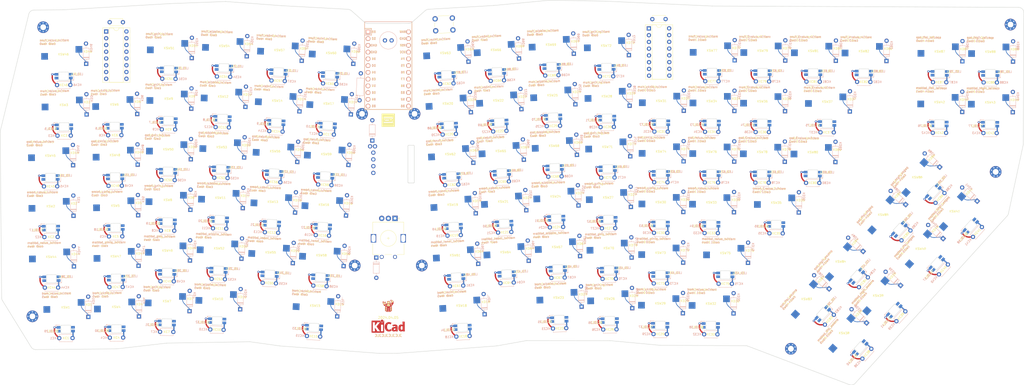
<source format=kicad_pcb>
(kicad_pcb (version 20240108) (generator "pcbnew") (generator_version "8.0")
  (title_block (title "travis_erg2024") (rev "2024.04.05") (company "Travis Hardiman"))
  (layers (0 "F.Cu" signal) (31 "B.Cu" signal) (34 "B.Paste" user) (35 "F.Paste" user) (36 "B.SilkS" user "B.Silkscreen") (37 "F.SilkS" user "F.Silkscreen") (38 "B.Mask" user) (39 "F.Mask" user) (44 "Edge.Cuts" user))
  (net 0 "")
  (net 1 "matrixl_outer_mod")
  (net 2 "col0")
  (net 3 "row5")
  (net 4 "LED_29")
  (net 5 "LED_30")
  (net 6 "RAW")
  (net 7 "GND")
  (net 8 "matrixl_outer_home")
  (net 9 "row3")
  (net 10 "LED_17")
  (net 11 "LED_18")
  (net 12 "matrixl_outer_num")
  (net 13 "row1")
  (net 14 "LED_5")
  (net 15 "LED_6")
  (net 16 "matrixl_pinky_mod")
  (net 17 "col1")
  (net 18 "LED_31")
  (net 19 "matrixl_pinky_home")
  (net 20 "LED_19")
  (net 21 "matrixl_pinky_num")
  (net 22 "LED_7")
  (net 23 "matrixl_ring_mod")
  (net 24 "col2")
  (net 25 "LED_32")
  (net 26 "matrixl_ring_home")
  (net 27 "LED_20")
  (net 28 "matrixl_ring_num")
  (net 29 "LED_8")
  (net 30 "matrixl_middle_mod")
  (net 31 "col3")
  (net 32 "LED_33")
  (net 33 "matrixl_middle_home")
  (net 34 "LED_21")
  (net 35 "matrixl_middle_num")
  (net 36 "LED_9")
  (net 37 "matrixl_index_home")
  (net 38 "col4")
  (net 39 "LED_22")
  (net 40 "matrixl_index_num")
  (net 41 "LED_10")
  (net 42 "matrixl_inner_mod")
  (net 43 "col5")
  (net 44 "LED_34")
  (net 45 "matrixl_inner_home")
  (net 46 "LED_23")
  (net 47 "matrixl_inner_num")
  (net 48 "LED_11")
  (net 49 "matrixr_inner_mod")
  (net 50 "col6")
  (net 51 "LED_35")
  (net 52 "matrixr_inner_home")
  (net 53 "LED_49")
  (net 54 "LED_50")
  (net 55 "matrixr_inner_num")
  (net 56 "LED_68")
  (net 57 "LED_69")
  (net 58 "matrixr_index_home")
  (net 59 "col7")
  (net 60 "LED_51")
  (net 61 "matrixr_index_num")
  (net 62 "LED_70")
  (net 63 "matrixr_middle_mod")
  (net 64 "col8")
  (net 65 "LED_36")
  (net 66 "matrixr_middle_home")
  (net 67 "LED_52")
  (net 68 "matrixr_middle_num")
  (net 69 "LED_71")
  (net 70 "matrixr_ring_mod")
  (net 71 "col9")
  (net 72 "LED_37")
  (net 73 "matrixr_ring_home")
  (net 74 "LED_53")
  (net 75 "matrixr_ring_num")
  (net 76 "LED_72")
  (net 77 "matrixr_pinky_mod")
  (net 78 "col10")
  (net 79 "LED_38")
  (net 80 "matrixr_pinky_home")
  (net 81 "LED_54")
  (net 82 "matrixr_pinky_num")
  (net 83 "LED_73")
  (net 84 "matrixr_outer_mod")
  (net 85 "col11")
  (net 86 "LED_39")
  (net 87 "matrixr_outer_home")
  (net 88 "LED_55")
  (net 89 "matrixr_outer_num")
  (net 90 "LED_74")
  (net 91 "matrixr_outer2_home")
  (net 92 "col12")
  (net 93 "LED_56")
  (net 94 "matrixr_outer2_num")
  (net 95 "LED_75")
  (net 96 "matrixr_outer3_num")
  (net 97 "col13")
  (net 98 "LED_76")
  (net 99 "arrows_left_bottom")
  (net 100 "col15")
  (net 101 "LED_40")
  (net 102 "LED_41")
  (net 103 "arrows_right_bottom")
  (net 104 "row4")
  (net 105 "LED_42")
  (net 106 "pages_left_bottom")
  (net 107 "LED_57")
  (net 108 "LED_58")
  (net 109 "pages_right_bottom")
  (net 110 "row2")
  (net 111 "LED_59")
  (net 112 "special_left_bottom")
  (net 113 "col14")
  (net 114 "LED_77")
  (net 115 "special_right_bottom")
  (net 116 "LED_78")
  (net 117 "matrixl_outer_bottom")
  (net 118 "LED_28")
  (net 119 "matrixl_outer_top")
  (net 120 "LED_16")
  (net 121 "matrixl_outer_func")
  (net 122 "row0")
  (net 123 "LED_4")
  (net 124 "matrixl_pinky_bottom")
  (net 125 "LED_27")
  (net 126 "matrixl_pinky_top")
  (net 127 "LED_15")
  (net 128 "matrixl_ring_bottom")
  (net 129 "LED_26")
  (net 130 "matrixl_ring_top")
  (net 131 "LED_14")
  (net 132 "matrixl_ring_func")
  (net 133 "LED_3")
  (net 134 "matrixl_middle_bottom")
  (net 135 "LED_25")
  (net 136 "matrixl_middle_top")
  (net 137 "LED_13")
  (net 138 "matrixl_middle_func")
  (net 139 "LED_2")
  (net 140 "matrixl_index_bottom")
  (net 141 "LED_24")
  (net 142 "matrixl_index_top")
  (net 143 "LED_12")
  (net 144 "matrixl_index_func")
  (net 145 "LED_1")
  (net 146 "matrixl_inner_bottom")
  (net 147 "matrixl_inner_top")
  (net 148 "matrixl_inner_func")
  (net 149 "LED_0")
  (net 150 "matrixr_inner_bottom")
  (net 151 "LED_48")
  (net 152 "matrixr_inner_top")
  (net 153 "LED_67")
  (net 154 "matrixr_inner_func")
  (net 155 "LED_87")
  (net 156 "matrixr_index_bottom")
  (net 157 "LED_47")
  (net 158 "matrixr_index_top")
  (net 159 "LED_66")
  (net 160 "matrixr_index_func")
  (net 161 "LED_86")
  (net 162 "matrixr_middle_bottom")
  (net 163 "LED_46")
  (net 164 "matrixr_middle_top")
  (net 165 "LED_65")
  (net 166 "matrixr_middle_func")
  (net 167 "LED_85")
  (net 168 "matrixr_ring_bottom")
  (net 169 "LED_45")
  (net 170 "matrixr_ring_top")
  (net 171 "LED_64")
  (net 172 "matrixr_ring_func")
  (net 173 "LED_84")
  (net 174 "matrixr_pinky_bottom")
  (net 175 "LED_44")
  (net 176 "matrixr_pinky_top")
  (net 177 "LED_63")
  (net 178 "matrixr_outer_bottom")
  (net 179 "LED_43")
  (net 180 "matrixr_outer_top")
  (net 181 "LED_62")
  (net 182 "matrixr_outer_func")
  (net 183 "LED_83")
  (net 184 "matrixr_outer2_top")
  (net 185 "LED_61")
  (net 186 "matrixr_outer2_func")
  (net 187 "LED_82")
  (net 188 "matrixr_outer3_top")
  (net 189 "LED_60")
  (net 190 "matrixr_outer3_func")
  (net 191 "LED_81")
  (net 192 "matrixr_outer4_func")
  (net 193 "LED_80")
  (net 194 "arrows_left_top")
  (net 195 "arrows_right_top")
  (net 196 "pages_left_top")
  (net 197 "pages_right_top")
  (net 198 "special_left_top")
  (net 199 "LED_79")
  (net 200 "special_right_top")
  (net 201 "LED")
  (net 202 "D3")
  (net 203 "D2")
  (net 204 "mux3")
  (net 205 "mux2")
  (net 206 "mux1")
  (net 207 "mux0")
  (net 208 "scrC")
  (net 209 "scrA")
  (net 210 "B4")
  (net 211 "encC")
  (net 212 "encA")
  (net 213 "VCC")
  (net 214 "RST")
  (net 215 "scr_to")
  (net 216 "enc_to")
  (footprint "travis:MX" (layer "F.Cu") (at 365.938276 176.52936 47.75)
    (property "Reference" "KSW40")
    (property "Value" "Kailh MX Switch Sockets" (hide yes))
  )
  (footprint "travis:MX" (layer "F.Cu") (at 303.860807 141.156105 -0.25)
    (property "Reference" "KSW78")
    (property "Value" "Kailh MX Switch Sockets" (hide yes))
  )
  (footprint "travis:MX" (layer "F.Cu") (at 190.867728 198.975632 2.75)
    (property "Reference" "KSW18")
    (property "Value" "Kailh MX Switch Sockets" (hide yes))
  )
  (footprint "Capacitor_THT:C_Disc_D4.7mm_W2.5mm_P5.00mm" (layer "F.Cu") (at 267.522001 87.879403 -179.75)
    (property "Reference" "C3" (hide yes))
    (property "Value" "104")
  )
  (footprint "travis:MX" (layer "F.Cu") (at 290.007195 179.196019 -0.25)
    (property "Reference" "KSW75")
    (property "Value" "Kailh MX Switch Sockets" (hide yes))
  )
  (footprint "Symbol:KiCad-Logo_5mm_Copper" (layer "F.Cu") (at 163.145298 203.97995)
    (property "Reference" "SYM1" (hide yes))
    (property "Value" "KiCad-Logo_5mm_Copper" (hide yes))
  )
  (footprint "travis:MX" (layer "F.Cu") (at 337.118953 208.25696 47.75)
    (property "Reference" "KSW38")
    (property "Value" "Kailh MX Switch Sockets" (hide yes))
  )
  (footprint "Button_Switch_THT:SW_PUSH_6mm_H4.3mm" (layer "F.Cu") (at 180.771837 87.794476 2.75)
    (property "Reference" "SW1" (hide yes))
    (property "Value" "6mm button" (hide yes))
  )
  (footprint "travis:MountingHole_2.2mm_M2_Pad_Via" (layer "F.Cu") (at 33.269842 90.938132 0.5)
    (property "Reference" "HOLE1" (hide yes))
    (property "Value" "")
  )
  (footprint "travis:MX" (layer "F.Cu") (at 245.689189 139.243743 0.75)
    (property "Reference" "KSW71")
    (property "Value" "Kailh MX Switch Sockets" (hide yes))
  )
  (footprint "travis:MountingHole_2.2mm_M2_Pad_Via" (layer "F.Cu") (at 175.770097 180.628859 2.75)
    (property "Reference" "HOLE5" (hide yes))
    (property "Value" "")
  )
  (footprint "travis:MX" (layer "F.Cu") (at 119.562075 159.911788 -2.5)
    (property "Reference" "KSW13")
    (property "Value" "Kailh MX Switch Sockets" (hide yes))
  )
  (footprint "travis:MX" (layer "F.Cu") (at 284.894109 122.023165 -0.25)
    (property "Reference" "KSW34")
    (property "Value" "Kailh MX Switch Sockets" (hide yes))
  )
  (footprint "travis:MX" (layer "F.Cu") (at 141.491057 103.915928 -2.75)
    (property "Reference" "KSW60")
    (property "Value" "Kailh MX Switch Sockets" (hide yes))
  )
  (footprint "travis:MX" (layer "F.Cu") (at 100.378894 139.346781 -1.5)
    (property "Reference" "KSW53")
    (property "Value" "Kailh MX Switch Sockets" (hide yes))
  )
  (footprint "travis:MX" (layer "F.Cu") (at 99.880223 158.390253 -1.5)
    (property "Reference" "KSW11")
    (property "Value" "Kailh MX Switch Sockets" (hide yes))
  )
  (footprint "travis:MX" (layer "F.Cu") (at 80.323602 140.163094 -0.5)
    (property "Reference" "KSW50")
    (property "Value" "Kailh MX Switch Sockets" (hide yes))
  )
  (footprint "travis:evqwgd001" (layer "F.Cu") (at 163.145298 141.967732)
    (property "Reference" "SCR1" (hide yes))
    (property "Value" "EVQWGD001" (hide yes))
    (fp_line (start 7.4 -6.3) (end 7.4 7.3) (stroke (width 0.15)) (layer "Edge.Cuts"))
    (fp_line (start 7.7 7.6) (end 9.5 7.6) (stroke (width 0.15)) (layer "Edge.Cuts"))
    (fp_line (start 9.5 -6.6) (end 7.7 -6.6) (stroke (width 0.15)) (layer "Edge.Cuts"))
    (fp_line (start 9.8 7.3) (end 9.8 -6.3) (stroke (width 0.15)) (layer "Edge.Cuts"))
    (fp_arc (start 7.4 -6.3) (mid 7.487868 -6.512132) (end 7.7 -6.6) (stroke (width 0.15)) (layer "Edge.Cuts"))
    (fp_arc (start 7.7 7.6) (mid 7.487868 7.512132) (end 7.4 7.3) (stroke (width 0.15)) (layer "Edge.Cuts"))
    (fp_arc (start 9.5 -6.6) (mid 9.712132 -6.512132) (end 9.8 -6.3) (stroke (width 0.15)) (layer "Edge.Cuts"))
    (fp_arc (start 9.8 7.3) (mid 9.712132 7.512132) (end 9.5 7.6) (stroke (width 0.15)) (layer "Edge.Cuts"))
  )
  (footprint "travis:MX" (layer "F.Cu") (at 60.460578 161.378533 0.5)
    (property "Reference" "KSW5")
    (property "Value" "Kailh MX Switch Sockets" (hide yes))
  )
  (footprint "travis:MX" (layer "F.Cu") (at 80.157361 159.212369 -0.5)
    (property "Reference" "KSW8")
    (property "Value" "Kailh MX Switch Sockets" (hide yes))
  )
  (footprint "travis:MX" (layer "F.Cu") (at 40.912582 104.39695 0.5)
    (property "Reference" "KSW46")
    (property "Value" "Kailh MX Switch Sockets" (hide yes))
  )
  (footprint "travis:MX" (layer "F.Cu") (at 284.810988 141.072984 -0.25)
    (property "Reference" "KSW76")
    (property "Value" "Kailh MX Switch Sockets" (hide yes))
  )
  (footprint "travis:MX" (layer "F.Cu") (at 304.027049 103.056467 -0.25)
    (property "Reference" "KSW79")
    (property "Value" "Kailh MX Switch Sockets" (hide yes))
  )
  (footprint "travis:MX" (layer "F.Cu") (at 322.910626 141.239226 -0.25)
    (property "Reference" "KSW80")
    (property "Value" "Kailh MX Switch Sockets" (hide yes))
  )
  (footprint "ScottoKeebs_Stabilizer:Stabilizer_MX_2.00u" (layer "F.Cu") (at 190.897474 199.594918 -177.25)
    (property "Reference" "STAB2u2" (hide yes))
    (property "Value" "Stabilizer_MX_2.00u" (hide yes))
  )
  (footprint "travis:MX" (layer "F.Cu") (at 80.656083 102.064545 -0.5)
    (property "Reference" "KSW51")
    (property "Value" "Kailh MX Switch Sockets" (hide yes))
  )
  (footprint "travis:travis" (layer "F.Cu") (at 163.145298 195.97995)
    (property "Reference" "LOGO2" (hide yes))
    (property "Value" "")
  )
  (footprint "travis:MX" (layer "F.Cu") (at 246.187903 177.340479 0.75)
    (property "Reference" "KSW70")
    (property "Value" "Kailh MX Switch Sockets" (hide yes))
  )
  (footprint "travis:MX" (layer "F.Cu") (at 137.835124 180.028175 -2.75)
    (property "Reference" "KSW58")
    (property "Value" "Kailh MX Switch Sockets" (hide yes))
  )
  (footprint "travis:MX" (layer "F.Cu") (at 265.594927 179.0895 -0.25)
    (property "Reference" "KSW73")
    (property "Value" "Kailh MX Switch Sockets" (hide yes))
  )
  (footprint "travis:MX" (layer "F.Cu") (at 245.190475 101.147007 0.75)
    (property "Reference" "KSW72")
    (property "Value" "Kailh MX Switch Sockets" (hide yes))
  )
  (footprint "Arduino_Pro_Micro" (layer "F.Cu") (at 163.145298 106.661609)
    (property "Reference" "MCU1" (hide yes))
    (property "Value" "Arduino Pro Micro" (hide yes))
  )
  (footprint "travis:MX" (layer "F.Cu") (at 101.376236 101.259836 -1.5)
    (property "Reference" "KSW54")
    (property "Value" "Kailh MX Switch Sockets" (hide yes))
  )
  (footprint "travis:MX" (layer "F.Cu") (at 140.577074 122.94399 -2.75)
    (property "Reference" "KSW17")
    (property "Value" "Kailh MX Switch Sockets" (hide yes))
  )
  (footprint "travis:MX" (layer "F.Cu") (at 120.393025 140.879919 -2.5)
    (property "Reference" "KSW56")
    (property "Value" "Kailh MX Switch Sockets" (hide yes))
  )
  (footprint "Capacitor_THT:C_Disc_D4.7mm_W2.5mm_P5.00mm" (layer "F.Cu") (at 63.284332 89.060748 180)
    (property "Reference" "C2" (hide yes))
    (property "Value" "104")
  )
  (footprint "travis:MX" (layer "F.Cu") (at 186.627505 141.963414 2.75)
    (property "Reference" "KSW62")
    (property "Value" "Kailh MX Switch Sockets" (hide yes))
  )
  (footprint "travis:MX" (layer "F.Cu") (at 122.054923 102.816182 -2.5)
    (property "Reference" "KSW57")
    (property "Value" "Kailh MX Switch Sockets" (hide yes))
  )
  (footprint "travis:MX" (layer "F.Cu") (at 265.678049 160.039681 -0.25)
    (property "Reference" "KSW30")
    (property "Value" "Kailh MX Switch Sockets" (hide yes))
  )
  (footprint "travis:MountingHole_2.2mm_M2_Pad_Via" (layer "F.Cu") (at 173.028147 123.544674 2.75)
    (property "Reference" "HOLE3" (hide yes))
    (property "Value" "")
  )
  (footprint "travis:MX" (layer "F.Cu") (at 323.017798 195.448372 47.75)
    (property "Reference" "KSW83")
    (property "Value" "Kailh MX Switch Sockets" (hide yes))
  )
  (footprint "travis:MX" (layer "F.Cu") (at 99.381552 177.433725 -1.5)
    (property "Reference" "KSW52")
    (property "Value" "Kailh MX Switch Sockets" (hide yes))
  )
  (footprint "travis:MX" (layer "F.Cu") (at 284.97723 102.973346 -0.25)
    (property "Reference" "KSW77")
    (property "Value" "Kailh MX Switch Sockets" (hide yes))
  )
  (footprint "travis:MX" (layer "F.Cu") (at 323.076868 103.139588 -0.25)
    (property "Reference" "KSW81")
    (property "Value" "Kailh MX Switch Sockets" (hide yes))
  )
  (footprint "travis:MX" (layer "F.Cu") (at 184.799538 103.90729 2.75)
    (property "Reference" "KSW63")
    (property "Value" "Kailh MX Switch Sockets" (hide yes))
  )
  (footprint "travis:MX" (layer "F.Cu") (at 378.746863 162.428205 47.75)
    (property "Reference" "KSW41")
    (property "Value" "Kailh MX Switch Sockets" (hide yes))
  )
  (footprint "travis:ec11" (layer "F.Cu") (at 163.145298 170.509825 -90)
    (property "Reference" "ROT1" (hide yes))
    (property "Value" "EC11" (hide yes))
  )
  (footprint "travis:MX" (layer "F.Cu") (at 41.743784 199.643323 0.5)
    (property "Reference" "KSW1")
    (property "Value" "Kailh MX Switch Sockets" (hide yes))
  )
  (footprint "travis:MX" (layer "F.Cu") (at 245.439832 120.195375 0.75)
    (property "Reference" "KSW28")
    (property "Value" "Kailh MX Switch Sockets" (hide yes))
  )
  (footprint "travis:MX" (layer "F.Cu") (at 342.126686 103.22271 -0.25)
    (property "Reference" "KSW82")
    (property "Value" "Kailh MX Switch Sockets" (hide yes))
  )
  (footprint "Package_DIP:DIP-16_W7.62mm_Socket" (layer "F.Cu") (at 56.974332 92.560748)
    (property "Reference" "DIP1" (hide yes))
    (property "Value" "SN74HC138N" (hide yes))
  )
  (footprint "travis:ergogen" (layer "F.Cu") (at 163.145298 125.939671)
    (property "Reference" "LOGO1" (hide yes))
    (property "Value" "")
  )
  (footprint "travis:MX" (layer "F.Cu") (at 351.83712 163.720773 47.75)
    (property "Reference" "KSW85")
    (property "Value" "Kailh MX Switch Sockets" (hide yes))
  )
  (footprint "travis:MX" (layer "F.Cu") (at 79.991121 178.261644 -0.5)
    (property "Reference" "KSW49")
    (property "Value" "Kailh MX Switch Sockets" (hide yes))
  )
  (footprint "travis:MX" (layer "F.Cu") (at 265.511806 198.139318 -0.25)
    (property "Reference" "KSW29")
    (property "Value" "Kailh MX Switch Sockets" (hide yes))
  )
  (footprint "travis:MountingHole_2.2mm_M2_Pad_Via" (layer "F.Cu") (at 150.520498 180.637497 -2.75)
    (property "Reference" "HOLE4" (hide yes))
    (property "Value" "")
  )
  (footprint "travis:MX" (layer "F.Cu") (at 60.793059 199.477083 0.5)
    (property "Reference" "KSW4")
    (property "Value" "Kailh MX Switch Sockets" (hide yes))
  )
  (footprint "travis:MX" (layer "F.Cu") (at 36.315244 180.639972 0.5)
    (property "Reference" "KSW44")
    (property "Value" "Kailh MX Switch Sockets" (hide yes))
  )
  (footprint "travis:MX" (layer "F.Cu") (at 80.489842 121.11382 -0.5)
    (property "Reference" "KSW9")
    (property "Value" "Kailh MX Switch Sockets" (hide yes))
  )
  (footprint "travis:MX" (layer "F.Cu") (at 41.078822 123.446225 0.5)
    (property "Reference" "KSW3")
    (property "Value" "Kailh MX Switch Sockets" (hide yes))
  )
  (footprint "travis:MX" (layer "F.Cu") (at 98.882881 196.477197 -1.5)
    (property "Reference" "KSW10")
    (property "Value" "Kailh MX Switch Sockets" (hide yes))
  )
  (footprint "travis:MX" (layer "F.Cu") (at 138.749107 161.000113 -2.75)
    (property "Reference" "KSW16")
    (property "Value" "Kailh MX Switch Sockets" (hide yes))
  )
  (footprint "travis:MX" (layer "F.Cu") (at 389.668112 122.480331 -0.25)
    (property "Reference" "KSW43")
    (property "Value" "Kailh MX Switch Sockets" (hide yes))
  )
  (footprint "travis:MX" (layer "F.Cu") (at 225.038571 119.806612 1.75)
    (property "Reference" "KSW25")
    (property "Value" "Kailh MX Switch Sockets" (hide yes))
  )
  (footprint "travis:MX" (layer "F.Cu") (at 225.62033 138.847727 1.75)
    (property "Reference" "KSW68")
    (property "Value" "Kailh MX Switch Sockets" (hide yes))
  )
  (footprint "travis:MX" (layer "F.Cu") (at 118.731126 178.943657 -2.5)
    (property "Reference" "KSW55")
    (property "Value" "Kailh MX Switch Sockets" (hide yes))
  )
  (footprint "travis:MX" (layer "F.Cu") (at 349.927541 194.155805 47.75)
    (property "Reference" "KSW39")
    (property "Value" "Kailh MX Switch Sockets" (hide yes))
  )
  (footprint "travis:MX" (layer "F.Cu") (at 187.541488 160.991475 2.75)
    (property "Reference" "KSW19")
    (property "Value" "Kailh MX Switch Sockets" (hide yes))
  )
  (footprint "travis:MX" (layer "F.Cu") (at 309.140135 160.229322 -0.25)
    (property "Reference" "KSW35")
    (property "Value" "Kailh MX Switch Sockets" (hide yes))
  )
  (footprint "travis:MX" (layer "F.Cu") (at 389.751233 103.430512 -0.25)
    (property "Reference" "KSW88")
    (property "Value" "Kailh MX Switch Sockets" (hide yes))
  )
  (footprint "travis:MX" (layer "F.Cu") (at 245.938546 158.292111 0.75)
    (property "Reference" "KSW27")
    (property "Value" "Kailh MX Switch Sockets" (hide yes))
  )
  (footprint "travis:MX" (layer "F.Cu") (at 246.437259 196.388847 0.75)
    (property "Reference" "KSW26")
    (property "Value" "Kailh MX Switch Sockets" (hide yes))
  )
  (footprint "travis:MX" (layer "F.Cu") (at 135.422868 198.984269 -2.75)
    (property "Reference" "KSW15")
    (property "Value" "Kailh MX Switch Sockets" (hide yes))
  )
  (footprint "travis:MX" (layer "F.Cu") (at 370.701414 103.347391 -0.25)
    (property "Reference" "KSW87")
    (property "Value" "Kailh MX Switch Sockets" (hide yes))
  )
  (footprint "travis:MX" (layer "F.Cu") (at 139.66309 141.972051 -2.75)
    (property "Reference" "KSW59")
    (property "Value" "Kailh MX Switch Sockets" (hide yes))
  )
  (footprint "travis:MX" (layer "F.Cu") (at 335.826386 181.347217 47.75)
    (property "Reference" "KSW84")
    (property "Value" "Kailh MX Switch Sockets" (hide yes))
  )
  (footprint "travis:MX" (layer "F.Cu") (at 100.877565 120.303309 -1.5)
    (property "Reference" "KSW12")
    (property "Value" "Kailh MX Switch Sockets" (hide yes))
  )
  (footprint "travis:MX" (layer "F.Cu") (at 205.643572 140.799718 2.75)
    (property "Reference" "KSW65")
    (property "Value" "Kailh MX Switch Sockets" (hide yes))
  )
  (footprint "travis:MX" (layer "F.Cu") (at 60.294337 142.329259 0.5)
    (property "Reference" "KSW48")
    (property "Value" "Kailh MX Switch Sockets" (hide yes))
  )
  (footprint "travis:MountingHole_2.2mm_M2_Pad_Via" (layer "F.Cu") (at 29.219261 199.752623 0.5)
    (property "Reference" "HOLE9" (hide yes))
    (property "Value" "")
  )
  (footprint "travis:MountingHole_2.2mm_M2_Pad_Via" (layer "F.Cu") (at 314.676451 211.958042 23.75)
    (property "Reference" "HOLE8" (hide yes))
    (property "Value" "")
  )
  (footprint "travis:MX" (layer "F.Cu") (at 224.456812 100.765497 1.75)
    (property "Reference" "KSW69")
    (property "Value" "Kailh MX Switch Sockets" (hide yes))
  )
  (footprint "travis:MX" (layer "F.Cu") (at 328.356196 122.212805 -0.25)
    (property "Reference" "KSW37")
    (property "Value" "Kailh MX Switch Sockets" (hide yes))
  )
  (footprint "travis:MX" (layer "F.Cu") (at 207.471539 178.855842 2.75)
    (property "Reference" "KSW64")
    (property "Value" "Kailh MX Switch Sockets" (hide yes))
  )
  (footprint "travis:MX" (layer "F.Cu") (at 206.557556 159.82778 2.75)
    (property "Reference" "KSW21")
    (property "Value" "Kailh MX Switch Sockets" (hide yes))
  )
  (footprint "travis:MX" (layer "F.Cu") (at 60.626818 180.427808 0.5)
    (property "Reference" "KSW47")
    (property "Value" "Kailh MX Switch Sockets" (hide yes))
  )
  (footprint "travis:MX" (layer "F.Cu") (at 79.82488 197.310918 -0.5)
    (property "Reference" "KSW7")
    (property "Value" "Kailh MX Switch Sockets" (hide yes))
  )
  (footprint "travis:MX" (layer "F.Cu") (at 370.618293 122.39721 -0.25)
    (property "Reference" "KSW42")
    (property "Value" "Kailh MX Switch Sockets" (hide yes))
  )
  (footprint "travis:MX" (layer "F.Cu") (at 227.365606 195.971072 1.75)
    (property "Reference" "KSW23")
    (property "Value" "Kailh MX Switch Sockets" (hide yes))
  )
  (footprint "travis:MountingHole_2.2mm_M2_Pad_Via" (layer "F.Cu") (at 397.335175 89.938475 -0.25)
    (property "Reference" "HOLE6" (hide yes))
    (property "Value" "")
  )
  (footprint "travis:MX" (layer "F.Cu") (at 284.727867 160.122802 -0.25)
    (property "Reference" "KSW33")
    (property "Value" "Kailh MX Switch Sockets" (hide yes))
  )
  (footprint "ScottoKeebs_Stabilizer:Stabilizer_MX_2.00u" (layer "F.Cu") (at 135.393121 199.603555 177.25)
    (property "Reference" "STAB2u1" (hide yes))
    (property "Value" "Stabilizer_MX_2.00u" (hide yes))
  )
  (footprint "travis:MX" (layer "F.Cu") (at 303.943928 122.106286 -0.25)
    (property "Reference" "KSW36")
    (property "Value" "Kailh MX Switch Sockets" (hide yes))
  )
  (footprint "travis:MX" (layer "F.Cu") (at 121.223974 121.848051 -2.5)
    (property "Reference" "KSW14")
    (property "Value" "Kailh MX Switch Sockets" (hide yes))
  )
  (footprint "travis:MX" (layer "F.Cu") (at 265.844291 121.940044 -0.25)
    (property "Reference" "KSW31")
    (property "Value" "Kailh MX Switch Sockets" (hide yes))
  )
  (footprint "travis:MountingHole_2.2mm_M2_Pad_Via" (layer "F.Cu") (at 153.262448 123.553312 -2.75)
    (property "Reference" "HOLE2" (hide yes))
    (property "Value" "")
  )
  (footprint "travis:MX" (layer "F.Cu") (at 226.783847 176.929957 1.75)
    (property "Reference" "KSW67")
    (property "Value" "Kailh MX Switch Sockets" (hide yes))
  )
  (footprint "travis:MX" (layer "F.Cu") (at 265.76117 140.989863 -0.25)
    (property "Reference" "KSW74")
    (property "Value" "Kailh MX Switch Sockets" (hide yes))
  )
  (footprint "travis:MountingHole_2.2mm_M2_Pad_Via" (layer "F.Cu") (at 391.74019 145.383576 23.75)
    (property "Reference" "HOLE7" (hide yes))
    (property "Value" "")
  )
  (footprint "travis:MX" (layer "F.Cu") (at 203.815605 102.743595 2.75)
    (property "Reference" "KSW66")
    (property "Value" "Kailh MX Switch Sockets" (hide yes))
  )
  (footprint "travis:MX" (layer "F.Cu") (at 185.713522 122.935352 2.75)
    (property "Reference" "KSW20")
    (property "Value" "Kailh MX Switch Sockets" (hide yes))
  )
  (footprint "travis:MX" (layer "F.Cu") (at 188.455472 180.019537 2.75)
    (property "Reference" "KSW61")
    (property "Value" "Kailh MX Switch Sockets" (hide yes))
  )
  (footprint "travis:MX" (layer "F.Cu") (at 60.128097 123.279984 0.5)
    (property "Reference" "KSW6")
    (property "Value" "Kailh MX Switch Sockets" (hide yes))
  )
  (footprint "travis:MX" (layer "F.Cu") (at 284.561625 198.222439 -0.25)
    (property "Reference" "KSW32")
    (property "Value" "Kailh MX Switch Sockets" (hide yes))
  )
  (footprint "travis:MX" (layer "F.Cu") (at 204.729589 121.771657 2.75)
    (property "Reference" "KSW22")
    (property "Value" "Kailh MX Switch Sockets" (hide yes))
  )
  (footprint "travis:MX" (layer "F.Cu") (at 35.982763 142.541423 0.5)
    (property "Reference" "KSW45")
    (property "Value" "Kailh MX Switch Sockets" (hide yes))
  )
  (footprint "travis:MX" (layer "F.Cu") (at 226.202088 157.888842 1.75)
    (property "Reference" "KSW24")
    (property "Value" "Kailh MX Switch Sockets" (hide yes))
  )
  (footprint "Package_DIP:DIP-16_W7.62mm_Socket" (layer "F.Cu") (at 261.227333 91.406902 0.25)
    (property "Reference" "DIP2" (hide yes))
    (property "Value" "SN74HC138N" (hide yes))
  )
  (footprint "travis:MX" (layer "F.Cu") (at 36.149003 161.590697 0.5)
    (property "Reference" "KSW2")
    (property "Value" "Kailh MX Switch Sockets" (hide yes))
  )
  (footprint "travis:MX" (layer "F.Cu") (at 364.645708 149.619617 47.75)
    (property "Reference" "KSW86")
    (property "Value" "Kailh MX Switch Sockets" (hide yes))
  )
  (footprint "travis:led_SK6812mini-e" (layer "B.Cu") (at 60.5039 166.3383 0.5)
    (property "Reference" "LED_18-row3-col1" (hide yes))
    (property "Value" "SK6812mini-e")
    (fp_line (start -1.8 -1.55) (end -1.8 1.55) (stroke (width 0.12)) (layer "Edge.Cuts"))
    (fp_line (start -1.8 1.55) (end 1.8 1.55) (stroke (width 0.12)) (layer "Edge.Cuts"))
    (fp_line (start 1.8 -1.55) (end -1.8 -1.55) (stroke (width 0.12)) (layer "Edge.Cuts"))
    (fp_line (start 1.8 1.55) (end 1.8 -1.55) (stroke (width 0.12)) (layer "Edge.Cuts"))
  )
  (footprint "Capacitor_THT:C_Disc_D4.7mm_W2.5mm_P5.00mm" (layer "B.Cu") (at 340.2893 188.7784 47.75)
    (property "Reference" "KC84")
    (property "Value" "104")
  )
  (footprint "travis:led_SK6812mini-e" (layer "B.Cu") (at 137.5972 184.9825 177.25)
    (property "Reference" "LED_23-row4-col5" (hide yes))
    (property "Value" "SK6812mini-e")
    (fp_line (start 1.8 -1.55) (end -1.8 -1.55) (stroke (width 0.12)) (layer "Edge.Cuts"))
    (fp_line (start 1.8 1.55) (end 1.8 -1.55) (stroke (width 0.12)) (layer "Edge.Cuts"))
    (fp_line (start -1.8 -1.55) (end -1.8 1.55) (stroke (width 0.12)) (layer "Edge.Cuts"))
    (fp_line (start -1.8 1.55) (end 1.8 1.55) (stroke (width 0.12)) (layer "Edge.Cuts"))
  )
  (footprint "ScottoKeebs_Components:Diode_DO-35" (layer "B.Cu") (at 331.6 103.5818 89.75)
    (property "Reference" "KD81")
    (property "Value" "1N4148")
  )
  (footprint "ScottoKeebs_Components:Diode_DO-35" (layer "B.Cu") (at 44.511 142.872 90.5)
    (property "Reference" "KD45")
    (property "Value" "1N4148")
  )
  (footprint "travis:led_SK6812mini-e" (layer "B.Cu") (at 382.4183 165.7631 47.75)
    (property "Reference" "LED_58-row2-col15" (hide yes))
    (property "Value" "SK6812mini-e")
    (fp_line (start -1.8 -1.55) (end -1.8 1.55) (stroke (width 0.12)) (layer "Edge.Cuts"))
    (fp_line (start -1.8 1.55) (end 1.8 1.55) (stroke (width 0.12)) (layer "Edge.Cuts"))
    (fp_line (start 1.8 -1.55) (end -1.8 -1.55) (stroke (width 0.12)) (layer "Edge.Cuts"))
    (fp_line (start 1.8 1.55) (end 1.8 -1.55) (stroke (width 0.12)) (layer "Edge.Cuts"))
  )
  (footprint "Capacitor_THT:C_Disc_D4.7mm_W2.5mm_P5.00mm" (layer "B.Cu") (at 369.1086 157.0508 47.75)
    (property "Reference" "KC86")
    (property "Value" "104")
  )
  (footprint "travis:led_SK6812mini-e" (layer "B.Cu") (at 353.599 197.4907 47.75)
    (property "Reference" "LED_41-row4-col15" (hide yes))
    (property "Value" "SK6812mini-e")
    (fp_line (start -1.8 -1.55) (end -1.8 1.55) (stroke (width 0.12)) (layer "Edge.Cuts"))
    (fp_line (start -1.8 1.55) (end 1.8 1.55) (stroke (width 0.12)) (layer "Edge.Cuts"))
    (fp_line (start 1.8 -1.55) (end -1.8 -1.55) (stroke (width 0.12)) (layer "Edge.Cuts"))
    (fp_line (start 1.8 1.55) (end 1.8 -1.55) (stroke (width 0.12)) (layer "Edge.Cuts"))
  )
  (footprint "travis:led_SK6812mini-e" (layer "B.Cu") (at 246.2528 182.3001 -179.25)
    (property "Reference" "LED_45-row4-col9" (hide yes))
    (property "Value" "SK6812mini-e")
    (fp_line (start 1.8 1.55) (end 1.8 -1.55) (stroke (width 0.12)) (layer "Edge.Cuts"))
    (fp_line (start 1.8 -1.55) (end -1.8 -1.55) (stroke (width 0.12)) (layer "Edge.Cuts"))
    (fp_line (start -1.8 1.55) (end 1.8 1.55) (stroke (width 0.12)) (layer "Edge.Cuts"))
    (fp_line (start -1.8 -1.55) (end -1.8 1.55) (stroke (width 0.12)) (layer "Edge.Cuts"))
  )
  (footprint "travis:led_SK6812mini-e" (layer "B.Cu") (at 303.9223 127.0662 -0.25)
    (property "Reference" "LED_74-row1-col12" (hide yes))
    (property "Value" "SK6812mini-e")
    (fp_line (start -1.8 1.55) (end 1.8 1.55) (stroke (width 0.12)) (layer "Edge.Cuts"))
    (fp_line (start -1.8 -1.55) (end -1.8 1.55) (stroke (width 0.12)) (layer "Edge.Cuts"))
    (fp_line (start 1.8 1.55) (end 1.8 -1.55) (stroke (width 0.12)) (layer "Edge.Cuts"))
    (fp_line (start 1.8 -1.55) (end -1.8 -1.55) (stroke (width 0.12)) (layer "Edge.Cuts"))
  )
  (footprint "ScottoKeebs_Components:Diode_DO-35" (layer "B.Cu") (at 49.4408 104.7275 90.5)
    (property "Reference" "KD46")
    (property "Value" "1N4148")
  )
  (footprint "Capacitor_THT:C_Disc_D4.7mm_W2.5mm_P5.00mm" (layer "B.Cu") (at 82.2524 205.6324 179.5)
    (property "Reference" "KC7")
    (property "Value" "104")
  )
  (footprint "Capacitor_THT:C_Disc_D4.7mm_W2.5mm_P5.00mm" (layer "B.Cu") (at 142.676 131.3544 177.25)
    (property "Reference" "KC17")
    (property "Value" "104")
  )
  (footprint "Capacitor_THT:C_Disc_D4.7mm_W2.5mm_P5.00mm" (layer "B.Cu") (at 224.5385 185.3024 1.75)
    (property "Reference" "KC67")
    (property "Value" "104")
  )
  (footprint "ScottoKeebs_Components:Diode_DO-35" (layer "B.Cu") (at 107.3944 197.1052 88.5)
    (property "Reference" "KD10")
    (property "Value" "1N4148")
  )
  (footprint "Capacitor_THT:C_Radial_D6.3mm_H11.0mm_P2.50mm" (layer "B.Cu") (at 164.395298 95.911609 180)
    (property "Reference" "C1" (hide yes))
    (property "Value" "6.3V 1000uF" (hide yes))
  )
  (footprint "travis:led_SK6812mini-e" (layer "B.Cu") (at 99.7504 163.3486 -1.5)
    (property "Reference" "LED_20-row3-col3" (hide yes))
    (property "Value" "SK6812mini-e")
    (fp_line (start -1.8 1.55) (end 1.8 1.55) (stroke (width 0.12)) (layer "Edge.Cuts"))
    (fp_line (start -1.8 -1.55) (end -1.8 1.55) (stroke (width 0.12)) (layer "Edge.Cuts"))
    (fp_line (start 1.8 1.55) (end 1.8 -1.55) (stroke (width 0.12)) (layer "Edge.Cuts"))
    (fp_line (start 1.8 -1.55) (end -1.8 -1.55) (stroke (width 0.12)) (layer "Edge.Cuts"))
  )
  (footprint "travis:led_SK6812mini-e" (layer "B.Cu") (at 289.9856 184.156 179.75)
    (property "Reference" "LED_43-row4-col11" (hide yes))
    (property "Value" "SK6812mini-e")
    (fp_line (start 1.8 -1.55) (end -1.8 -1.55) (stroke (width 0.12)) (layer "Edge.Cuts"))
    (fp_line (start 1.8 1.55) (end 1.8 -1.55) (stroke (width 0.12)) (layer "Edge.Cuts"))
    (fp_line (start -1.8 -1.55) (end -1.8 1.55) (stroke (width 0.12)) (layer "Edge.Cuts"))
    (fp_line (start -1.8 1.55) (end 1.8 1.55) (stroke (width 0.12)) (layer "Edge.Cuts"))
  )
  (footprint "Capacitor_THT:C_Disc_D4.7mm_W2.5mm_P5.00mm" (layer "B.Cu") (at 248.547 166.5587 -179.25)
    (property "Reference" "KC27")
    (property "Value" "104")
  )
  (footprint "travis:led_SK6812mini-e" (layer "B.Cu") (at 226.9353 181.8876 -178.25)
    (property "Reference" "LED_46-row4-col8" (hide yes))
    (property "Value" "SK6812mini-e")
    (fp_line (start 1.8 1.55) (end 1.8 -1.55) (stroke (width 0.12)) (layer "Edge.Cuts"))
    (fp_line (start 1.8 -1.55) (end -1.8 -1.55) (stroke (width 0.12)) (layer "Edge.Cuts"))
    (fp_line (start -1.8 1.55) (end 1.8 1.55) (stroke (width 0.12)) (layer "Edge.Cuts"))
    (fp_line (start -1.8 -1.55) (end -1.8 1.55) (stroke (width 0.12)) (layer "Edge.Cuts"))
  )
  (footprint "Capacitor_THT:C_Disc_D4.7mm_W2.5mm_P5.00mm" (layer "B.Cu") (at 243.298 147.5758 0.75)
    (property "Reference" "KC71")
    (property "Value" "104")
  )
  (footprint "Capacitor_THT:C_Disc_D4.7mm_W2.5mm_P5.00mm" (layer "B.Cu") (at 77.7513 148.441 -0.5)
    (property "Reference" "KC50")
    (property "Value" "104")
  )
  (footprint "travis:led_SK6812mini-e" (layer "B.Cu") (at 79.9478 183.2215 179.5)
    (property "Reference" "LED_26-row4-col2" (hide yes))
    (property "Value" "SK6812mini-e")
    (fp_line (start 1.8 -1.55) (end -1.8 -1.55) (stroke (width 0.12)) (layer "Edge.Cuts"))
    (fp_line (start 1.8 1.55) (end 1.8 -1.55) (stroke (width 0.12)) (layer "Edge.Cuts"))
    (fp_line (start -1.8 -1.55) (end -1.8 1.55) (stroke (width 0.12)) (layer "Edge.Cuts"))
    (fp_line (start -1.8 1.55) (end 1.8 1.55) (stroke (width 0.12)) (layer "Edge.Cuts"))
  )
  (footprint "Capacitor_THT:C_Disc_D4.7mm_W2.5mm_P5.00mm" (layer "B.Cu") (at 282.441 111.2624 -0.25)
    (property "Reference" "KC77")
    (property "Value" "104")
  )
  (footprint "ScottoKeebs_Components:Diode_DO-35" (layer "B.Cu") (at 89.1772 102.5439 89.5)
    (property "Reference" "KD51")
    (property "Value" "1N4148")
  )
  (footprint "travis:led_SK6812mini-e" (layer "B.Cu") (at 245.2554 106.1066 -179.25)
    (property "Reference" "LED_84-row0-col9" (hide yes))
    (property "Value" "SK6812mini-e")
    (fp_line (start 1.8 1.55) (end 1.8 -1.55) (stroke (width 0.12)) (layer "Edge.Cuts"))
    (fp_line (start 1.8 -1.55) (end -1.8 -1.55) (stroke (width 0.12)) (layer "Edge.Cuts"))
    (fp_line (start -1.8 1.55) (end 1.8 1.55) (stroke (width 0.12)) (layer "Edge.Cuts"))
    (fp_line (start -1.8 -1.55) (end -1.8 1.55) (stroke (width 0.12)) (layer "Edge.Cuts"))
  )
  (footprint "travis:led_SK6812mini-e" (layer "B.Cu") (at 36.3585 185.5998 -179.5)
    (property "Reference" "LED_28-row4-col0" (hide yes))
    (property "Value" "SK6812mini-e")
    (fp_line (start 1.8 1.55) (end 1.8 -1.55) (stroke (width 0.12)) (layer "Edge.Cuts"))
    (fp_line (start 1.8 -1.55) (end -1.8 -1.55) (stroke (width 0.12)) (layer "Edge.Cuts"))
    (fp_line (start -1.8 1.55) (end 1.8 1.55) (stroke (width 0.12)) (layer "Edge.Cuts"))
    (fp_line (start -1.8 -1.55) (end -1.8 1.55) (stroke (width 0.12)) (layer "Edge.Cuts"))
  )
  (footprint "Capacitor_THT:C_Disc_D4.7mm_W2.5mm_P5.00mm" (layer "B.Cu") (at 282.2748 149.362 -0.25)
    (property "Reference" "KC76")
    (property "Value" "104")
  )
  (footprint "ScottoKeebs_Components:Diode_DO-35" (layer "B.Cu") (at 293.0848 198.6646 89.75)
    (property "Reference" "KD32")
    (property "Value" "1N4148")
  )
  (footprint "Capacitor_THT:C_Disc_D4.7mm_W2.5mm_P5.00mm" (layer "B.Cu") (at 38.7213 169.8686 -179.5)
    (property "Reference" "KC2")
    (property "Value" "104")
  )
  (footprint "ScottoKeebs_Components:Diode_DO-35" (layer "B.Cu") (at 343.1507 202.2189 137.75)
    (property "Reference" "KD38")
    (property "Value" "1N4148")
  )
  (footprint "travis:led_SK6812mini-e" (layer "B.Cu") (at 265.5733 184.0495 179.75)
    (property "Reference" "LED_44-row4-col10" (hide yes))
    (property "Value" "SK6812mini-e")
    (fp_line (start 1.8 -1.55) (end -1.8 -1.55) (stroke (width 0.12)) (layer "Edge.Cuts"))
    (fp_line (start 1.8 1.55) (end 1.8 -1.55) (stroke (width 0.12)) (layer "Edge.Cuts"))
    (fp_line (start -1.8 -1.55) (end -1.8 1.55) (stroke (width 0.12)) (layer "Edge.Cuts"))
    (fp_line (start -1.8 1.55) (end 1.8 1.55) (stroke (width 0.12)) (layer "Edge.Cuts"))
  )
  (footprint "ScottoKeebs_Components:Diode_DO-35" (layer "B.Cu") (at 254.9668 196.6822 90.75)
    (property "Reference" "KD26")
    (property "Value" "1N4148")
  )
  (footprint "ScottoKeebs_Components:Diode_DO-35" (layer "B.Cu") (at 68.8225 142.6598 90.5)
    (property "Reference" "KD48")
    (property "Value" "1N4148")
  )
  (footprint "travis:led_SK6812mini-e" (layer "B.Cu") (at 265.4902 203.0993 -0.25)
    (property "Reference" "LED_37-row5-col10" (hide yes))
    (property "Value" "SK6812mini-e")
    (fp_line (start -1.8 1.55) (end 1.8 1.55) (stroke (width 0.12)) (layer "Edge.Cuts"))
    (fp_line (start -1.8 -1.55) (end -1.8 1.55) (stroke (width 0.12)) (layer "Edge.Cuts"))
    (fp_line (start 1.8 1.55) (end 1.8 -1.55) (stroke (width 0.12)) (layer "Edge.Cuts"))
    (fp_line (start 1.8 -1.55) (end -1.8 -1.55) (stroke (width 0.12)) (layer "Edge.Cuts"))
  )
  (footprint "ScottoKeebs_Components:Diode_DO-35" (layer "B.Cu") (at 336.8793 122.655 89.75)
    (property "Reference" "KD37")
    (property "Value" "1N4148")
  )
  (footprint "travis:led_SK6812mini-e" (layer "B.Cu") (at 41.1221 128.406 0.5)
    (property "Reference" "LED_5-row1-col0" (hide yes))
    (property "Value" "SK6812mini-e")
    (fp_line (start -1.8 -1.55) (end -1.8 1.55) (stroke (width 0.12)) (layer "Edge.Cuts"))
    (fp_line (start -1.8 1.55) (end 1.8 1.55) (stroke (width 0.12)) (layer "Edge.Cuts"))
    (fp_line (start 1.8 -1.55) (end -1.8 -1.55) (stroke (width 0.12)) (layer "Edge.Cuts"))
    (fp_line (start 1.8 1.55) (end 1.8 -1.55) (stroke (width 0.12)) (layer "Edge.Cuts"))
  )
  (footprint "Capacitor_THT:C_Disc_D4.7mm_W2.5mm_P5.00mm" (layer "B.Cu") (at 311.6039 168.5402 179.75)
    (property "Reference" "KC35")
    (property "Value" "104")
  )
  (footprint "ScottoKeebs_Components:Diode_DO-35" (layer "B.Cu") (at 108.3917 159.0183 88.5)
    (property "Reference" "KD11")
    (property "Value" "1N4148")
  )
  (footprint "Capacitor_THT:C_Disc_D4.7mm_W2.5mm_P5.00mm" (layer "B.Cu") (at 121.6977 168.3129 177.5)
    (property "Reference" "KC13")
    (property "Value" "104")
  )
  (footprint "Capacitor_THT:C_Disc_D4.7mm_W2.5mm_P5.00mm" (layer "B.Cu") (at 268.3081 130.2509 179.75)
    (property "Reference" "KC31")
    (property "Value" "104")
  )
  (footprint "ScottoKeebs_Components:Diode_DO-35" (layer "B.Cu") (at 232.9902 100.91 91.75)
    (property "Reference" "KD69")
    (property "Value" "1N4148")
  )
  (footprint "travis:led_SK6812mini-e" (layer "B.Cu") (at 245.7541 144.2033 -179.25)
    (property "Reference" "LED_64-row2-col9" (hide yes))
    (property "Value" "SK6812mini-e")
    (fp_line (start 1.8 1.55) (end 1.8 -1.55) (stroke (width 0.12)) (layer "Edge.Cuts"))
    (fp_line (start 1.8 -1.55) (end -1.8 -1.55) (stroke (width 0.12)) (layer "Edge.Cuts"))
    (fp_line (start -1.8 1.55) (end 1.8 1.55) (stroke (width 0.12)) (layer "Edge.Cuts"))
    (fp_line (start -1.8 -1.55) (end -1.8 1.55) (stroke (width 0.12)) (layer "Edge.Cuts"))
  )
  (footprint "travis:led_SK6812mini-e" (layer "B.Cu") (at 225.7718 143.8054 -178.25)
    (property "Reference" "LED_65-row2-col8" (hide yes))
    (property "Value" "SK6812mini-e")
    (fp_line (start 1.8 1.55) (end 1.8 -1.55) (stroke (width 0.12)) (layer "Edge.Cuts"))
    (fp_line (start 1.8 -1.55) (end -1.8 -1.55) (stroke (width 0.12)) (layer "Edge.Cuts"))
    (fp_line (start -1.8 1.55) (end 1.8 1.55) (stroke (width 0.12)) (layer "Edge.Cuts"))
    (fp_line (start -1.8 -1.55) (end -1.8 1.55) (stroke (width 0.12)) (layer "Edge.Cuts"))
  )
  (footprint "ScottoKeebs_Components:Diode_DO-35" (layer "B.Cu") (at 274.1181 179.5317 89.75)
    (property "Reference" "KD73")
    (property "Value" "1N4148")
  )
  (footprint "ScottoKeebs_Components:Diode_DO-35" (layer "B.Cu") (at 157.145298 133.587732 90)
    (property "Reference" "D1" (hide yes))
    (property "Value" "1N4148")
  )
  (footprint "Capacitor_THT:C_Disc_D4.7mm_W2.5mm_P5.00mm" (layer "B.Cu") (at 268.1418 168.3505 179.75)
    (property "Reference" "KC30")
    (property "Value" "104")
  )
  (footprint "travis:led_SK6812mini-e" (layer "B.Cu") (at 369.6098 179.8643 47.75)
    (property "Reference" "LED_57-row3-col15" (hide yes))
    (property "Value" "SK6812mini-e")
    (fp_line (start -1.8 -1.55) (end -1.8 1.55) (stroke (width 0.12)) (layer "Edge.Cuts"))
    (fp_line (start -1.8 1.55) (end 1.8 1.55) (stroke (width 0.12)) (layer "Edge.Cuts"))
    (fp_line (start 1.8 -1.55) (end -1.8 -1.55) (stroke (width 0.12)) (layer "Edge.Cuts"))
    (fp_line (start 1.8 1.55) (end 1.8 -1.55) (stroke (width 0.12)) (layer "Edge.Cuts"))
  )
  (footprint "Capacitor_THT:C_Disc_D4.7mm_W2.5mm_P5.00mm" (layer "B.Cu") (at 98.6598 109.4915 -1.5)
    (property "Reference" "KC54")
    (property "Value" "104")
  )
  (footprint "travis:led_SK6812mini-e" (layer "B.Cu") (at 342.105 108.1827 179.75)
    (property "Reference" "LED_80-row3-col13" (hide yes))
    (property "Value" "SK6812mini-e")
    (fp_line (start 1.8 -1.55) (end -1.8 -1.55) (stroke (width 0.12)) (layer "Edge.Cuts"))
    (fp_line (start 1.8 1.55) (end 1.8 -1.55) (stroke (width 0.12)) (layer "Edge.Cuts"))
    (fp_line (start -1.8 -1.55) (end -1.8 1.55) (stroke (width 0.12)) (layer "Edge.Cuts"))
    (fp_line (start -1.8 1.55) (end 1.8 1.55) (stroke (width 0.12)) (layer "Edge.Cuts"))
  )
  (footprint "Capacitor_THT:C_Disc_D4.7mm_W2.5mm_P5.00mm" (layer "B.Cu") (at 301.3246 149.4451 -0.25)
    (property "Reference" "KC78")
    (property "Value" "104")
  )
  (footprint "travis:led_SK6812mini-e" (layer "B.Cu") (at 139.4251 146.9263 177.25)
    (property "Reference" "LED_11-row2-col5" (hide yes))
    (property "Value" "SK6812mini-e")
    (fp_line (start 1.8 -1.55) (end -1.8 -1.55) (stroke (width 0.12)) (layer "Edge.Cuts"))
    (fp_line (start 1.8 1.55) (end 1.8 -1.55) (stroke (width 0.12)) (layer "Edge.Cuts"))
    (fp_line (start -1.8 -1.55) (end -1.8 1.55) (stroke (width 0.12)) (layer "Edge.Cuts"))
    (fp_line (start -1.8 1.55) (end 1.8 1.55) (stroke (width 0.12)) (layer "Edge.Cuts"))
  )
  (footprint "ScottoKeebs_Components:Diode_DO-35" (layer "B.Cu") (at 233.572 119.9511 91.75)
    (property "Reference" "KD25")
    (property "Value" "1N4148")
  )
  (footprint "travis:led_SK6812mini-e" (layer "B.Cu") (at 36.1923 166.5505 0.5)
    (property "Reference" "LED_17-row3-col0" (hide yes))
    (property "Value" "SK6812mini-e")
    (fp_line (start -1.8 -1.55) (end -1.8 1.55) (stroke (width 0.12)) (layer "Edge.Cuts"))
    (fp_line (start -1.8 1.55) (end 1.8 1.55) (stroke (width 0.12)) (layer "Edge.Cuts"))
    (fp_line (start 1.8 -1.55) (end -1.8 -1.55) (stroke (width 0.12)) (layer "Edge.Cuts"))
    (fp_line (start 1.8 1.55) (end 1.8 -1.55) (stroke (width 0.12)) (layer "Edge.Cuts"))
  )
  (footprint "ScottoKeebs_Components:Diode_DO-35" (layer "B.Cu") (at 293.5004 103.4155 89.75)
    (property "Reference" "KD77")
    (property "Value" "1N4148")
  )
  (footprint "Capacitor_THT:C_Disc_D4.7mm_W2.5mm_P5.00mm" (layer "B.Cu") (at 330.82 130.5236 179.75)
    (property "Reference" "KC37")
    (property "Value" "104")
  )
  (footprint "Capacitor_THT:C_Disc_D4.7mm_W2.5mm_P5.00mm" (layer "B.Cu") (at 243.7968 185.6725 0.75)
    (property "Reference" "KC70")
    (property "Value" "104")
  )
  (footprint "Capacitor_THT:C_Disc_D4.7mm_W2.5mm_P5.00mm" (layer "B.Cu") (at 387.215 111.7195 -0.25)
    (property "Reference" "KC88")
    (property "Value" "104")
  )
  (footprint "ScottoKeebs_Components:Diode_DO-35" (layer "B.Cu") (at 274.2012 160.4819 89.75)
    (property "Reference" "KD30")
    (property "Value" "1N4148")
  )
  (footprint "travis:led_SK6812mini-e" (layer "B.Cu") (at 79.7816 202.2707 -0.5)
    (property "Reference" "LED_31-row5-col2" (hide yes))
    (property "Value" "SK6812mini-e")
    (fp_line (start -1.8 1.55) (end 1.8 1.55) (stroke (width 0.12)) (layer "Edge.Cuts"))
    (fp_line (start -1.8 -1.55) (end -1.8 1.55) (stroke (width 0.12)) (layer "Edge.Cuts"))
    (fp_line (start 1.8 1.55) (end 1.8 -1.55) (stroke (width 0.12)) (layer "Edge.Cuts"))
    (fp_line (start 1.8 -1.55) (end -1.8 -1.55) (stroke (width 0.12)) (layer "Edge.Cuts"))
  )
  (footprint "Capacitor_THT:C_Disc_D4.7mm_W2.5mm_P5.00mm" (layer "B.Cu") (at 203.5447 149.2101 2.75)
    (property "Reference" "KC65")
    (property "Value" "104")
  )
  (footprint "ScottoKeebs_Components:Diode_DO-35" (layer "B.Cu") (at 235.899 196.1155 91.75)
    (property "Reference" "KD23")
    (property "Value" "1N4148")
  )
  (footprint "travis:led_SK6812mini-e" (layer "B.Cu") (at 245.5048 125.1549 0.75)
    (property "Reference" "LED_71-row1-col9" (hide yes))
    (property "Value" "SK6812mini-e")
    (fp_line (start -1.8 -1.55) (end -1.8 1.55) (stroke (width 0.12)) (layer "Edge.Cuts"))
    (fp_line (start -1.8 1.55) (end 1.8 1.55) (stroke (width 0.12)) (layer "Edge.Cuts"))
    (fp_line (start 1.8 -1.55) (end -1.8 -1.55) (stroke (width 0.12)) (layer "Edge.Cuts"))
    (fp_line (start 1.8 1.55) (end 1.8 -1.55) (stroke (width 0.12)) (layer "Edge.Cuts"))
  )
  (footprint "travis:led_SK6812mini-e" (layer "B.Cu") (at 339.4979 184.6822 -132.25)
    (property "Reference" "LED_42-row4-col14" (hide yes))
    (property "Value" "SK6812mini-e")
    (fp_line (start 1.8 1.55) (end 1.8 -1.55) (stroke (width 0.12)) (layer "Edge.Cuts"))
    (fp_line (start 1.8 -1.55) (end -1.8 -1.55) (stroke (width 0.12)) (layer "Edge.Cuts"))
    (fp_line (start -1.8 1.55) (end 1.8 1.55) (stroke (width 0.12)) (layer "Edge.Cuts"))
    (fp_line (start -1.8 -1.55) (end -1.8 1.55) (stroke (width 0.12)) (layer "Edge.Cuts"))
  )
  (footprint "ScottoKeebs_Components:Diode_DO-35" (layer "B.Cu") (at 212.3502 102.7391 92.75)
    (property "Reference" "KD66")
    (property "Value" "1N4148")
  )
  (footprint "ScottoKeebs_Components:Diode_DO-35" (layer "B.Cu") (at 234.7355 158.0333 91.75)
    (property "Reference" "KD24")
    (property "Value" "1N4148")
  )
  (footprint "travis:led_SK6812mini-e" (layer "B.Cu") (at 99.2517 182.392 178.5)
    (property "Reference" "LED_25-row4-col3" (hide yes))
    (property "Value" "SK6812mini-e")
    (fp_line (start 1.8 -1.55) (end -1.8 -1.55) (stroke (width 0.12)) (layer "Edge.Cuts"))
    (fp_line (start 1.8 1.55) (end 1.8 -1.55) (stroke (width 0.12)) (layer "Edge.Cuts"))
    (fp_line (start -1.8 -1.55) (end -1.8 1.55) (stroke (width 0.12)) (layer "Edge.Cuts"))
    (fp_line (start -1.8 1.55) (end 1.8 1.55) (stroke (width 0.12)) (layer "Edge.Cuts"))
  )
  (footprint "travis:led_SK6812mini-e" (layer "B.Cu") (at 191.1057 203.9299 2.75)
    (property "Reference" "LED_34-row5-col6" (hide yes))
    (property "Value" "SK6812mini-e")
    (fp_line (start -1.8 -1.55) (end -1.8 1.55) (stroke (width 0.12)) (layer "Edge.Cuts"))
    (fp_line (start -1.8 1.55) (end 1.8 1.55) (stroke (width 0.12)) (layer "Edge.Cuts"))
    (fp_line (start 1.8 -1.55) (end -1.8 -1.55) (stroke (width 0.12)) (layer "Edge.Cuts"))
    (fp_line (start 1.8 1.55) (end 1.8 -1.55) (stroke (width 0.12)) (layer "Edge.Cuts"))
  )
  (footprint "ScottoKeebs_Components:Diode_DO-35" (layer "B.Cu") (at 254.4681 158.5855 90.75)
    (property "Reference" "KD27")
    (property "Value" "1N4148")
  )
  (footprint "travis:led_SK6812mini-e" (layer "B.Cu") (at 98.753 201.4355 -1.5)
    (property "Reference" "LED_32-row5-col3" (hide yes))
    (property "Value" "SK6812mini-e")
    (fp_line (start -1.8 1.55) (end 1.8 1.55) (stroke (width 0.12)) (layer "Edge.Cuts"))
    (fp_line (start -1.8 -1.55) (end -1.8 1.55) (stroke (width 0.12)) (layer "Edge.Cuts"))
    (fp_line (start 1.8 1.55) (end 1.8 -1.55) (stroke (width 0.12)) (layer "Edge.Cuts"))
    (fp_line (start 1.8 -1.55) (end -1.8 -1.55) (stroke (width 0.12)) (layer "Edge.Cuts"))
  )
  (footprint "travis:led_SK6812mini-e" (layer "B.Cu") (at 284.8725 126.9831 -0.25)
    (property "Reference" "LED_73-row1-col11" (hide yes))
    (property "Value" "SK6812mini-e")
    (fp_line (start -1.8 1.55) (end 1.8 1.55) (stroke (width 0.12)) (layer "Edge.Cuts"))
    (fp_line (start -1.8 -1.55) (end -1.8 1.55) (stroke (width 0.12)) (layer "Edge.Cuts"))
    (fp_line (start 1.8 1.55) (end 1.8 -1.55) (stroke (width 0.12)) (layer "Edge.Cuts"))
    (fp_line (start 1.8 -1.55) (end -1.8 -1.55) (stroke (width 0.12)) (layer "Edge.Cuts"))
  )
  (footprint "Capacitor_THT:C_Disc_D4.7mm_W2.5mm_P5.00mm" (layer "B.Cu") (at 33.8878 188.9615 0.5)
    (property "Reference" "KC44")
    (property "Value" "104")
  )
  (footprint "Capacitor_THT:C_Disc_D4.7mm_W2.5mm_P5.00mm" (layer "B.Cu") (at 103.1594 128.6659 178.5)
    (property "Reference" "KC12")
    (property "Value" "104")
  )
  (footprint "Capacitor_THT:C_Disc_D4.7mm_W2.5mm_P5.00mm" (layer "B.Cu") (at 140.848 169.4105 177.25)
    (property "Reference" "KC16")
    (property "Value" "104")
  )
  (footprint "ScottoKeebs_Components:Diode_DO-35" (layer "B.Cu") (at 146.3309 180.8417 87.25)
    (property "Reference" "KD58")
    (property "Value" "1N4148")
  )
  (footprint "ScottoKeebs_Components:Diode_DO-35" (layer "B.Cu") (at 398.1913 122.9225 89.75)
    (property "Reference" "KD43")
    (property "Value" "1N4148")
  )
  (footprint "Capacitor_THT:C_Disc_D4.7mm_W2.5mm_P5.00mm" (layer "B.Cu") (at 82.9173 129.4353 179.5)
    (property "Reference" "KC9")
    (property "Value" "104")
  )
  (footprint "Capacitor_THT:C_Disc_D4.7mm_W2.5mm_P5.00mm" (layer "B.Cu") (at 201.7167 111.154 2.75)
    (property "Reference" "KC66")
    (property "Value" "104")
  )
  (footprint "ScottoKeebs_Components:Diode_DO-35" (layer "B.Cu") (at 148.1588 142.7856 87.25)
    (property "Reference" "KD59")
    (property "Value" "1N4148")
  )
  (footprint "ScottoKeebs_Components:Diode_DO-35" (layer "B.Cu") (at 331.4338 141.6814 89.75)
    (property "Reference" "KD80")
    (property "Value" "1N4148")
  )
  (footprint "Capacitor_THT:C_Disc_D4.7mm_W2.5mm_P5.00mm" (layer "B.Cu") (at 63.3654 207.755 -179.5)
    (property "Reference" "KC4")
    (property "Value" "104")
  )
  (footprint "Capacitor_THT:C_Disc_D4.7mm_W2.5mm_P5.00mm" (layer "B.Cu") (at 117.5334 149.063 -2.5)
    (property "Reference" "KC56")
    (property "Value" "104")
  )
  (footprint "travis:led_SK6812mini-e" (layer "B.Cu") (at 135.1849 203.9386 -2.75)
    (property "Reference" "LED_33-row5-col5" (hide yes))
    (property "Value" "SK6812mini-e")
    (fp_line (start -1.8 1.55) (end 1.8 1.55) (stroke (width 0.12)) (layer "Edge.Cuts"))
    (fp_line (start -1.8 -1.55) (end -1.8 1.55) (stroke (width 0.12)) (layer "Edge.Cuts"))
    (fp_line (start 1.8 1.55) (end 1.8 -1.55) (stroke (width 0.12)) (layer "Edge.Cuts"))
    (fp_line (start 1.8 -1.55) (end -1.8 -1.55) (stroke (width 0.12)) (layer "Edge.Cuts"))
  )
  (footprint "travis:led_SK6812mini-e" (layer "B.Cu") (at 185.9515 127.8896 2.75)
    (property "Reference" "LED_68-row1-col6" (hide yes))
    (property "Value" "SK6812mini-e")
    (fp_line (start -1.8 -1.55) (end -1.8 1.55) (stroke (width 0.12)) (layer "Edge.Cuts"))
    (fp_line (start -1.8 1.55) (end 1.8 1.55) (stroke (width 0.12)) (layer "Edge.Cuts"))
    (fp_line (start 1.8 -1.55) (end -1.8 -1.55) (stroke (width 0.12)) (layer "Edge.Cuts"))
    (fp_line (start 1.8 1.55) (end 1.8 -1.55) (stroke (width 0.12)) (layer "Edge.Cuts"))
  )
  (footprint "travis:led_SK6812mini-e" (layer "B.Cu") (at 224.6083 105.7232 -178.25)
    (property "Reference" "LED_85-row0-col8" (hide yes))
    (property "Value" "SK6812mini-e")
    (fp_line (start 1.8 1.55) (end 1.8 -1.55) (stroke (width 0.12)) (layer "Edge.Cuts"))
    (fp_line (start 1.8 -1.55) (end -1.8 -1.55) (stroke (width 0.12)) (layer "Edge.Cuts"))
    (fp_line (start -1.8 1.55) (end 1.8 1.55) (stroke (width 0.12)) (layer "Edge.Cuts"))
    (fp_line (start -1.8 -1.55) (end -1.8 1.55) (stroke (width 0.12)) (layer "Edge.Cuts"))
  )
  (footprint "travis:led_SK6812mini-e" (layer "B.Cu") (at 80.4466 126.0736 -0.5)
    (property "Reference" "LED_7-row1-col2" (hide yes))
    (property "Value" "SK6812mini-e")
    (fp_line (start -1.8 1.55) (end 1.8 1.55) (stroke (width 0.12)) (layer "Edge.Cuts"))
    (fp_line (start -1.8 -1.55) (end -1.8 1.55) (stroke (width 0.12)) (layer "Edge.Cuts"))
    (fp_line (start 1.8 1.55) (end 1.8 -1.55) (stroke (width 0.12)) (layer "Edge.Cuts"))
    (fp_line (start 1.8 -1.55) (end -1.8 -1.55) (stroke (width 0.12)) (layer "Edge.Cuts"))
  )
  (footprint "Capacitor_THT:C_Disc_D4.7mm_W2.5mm_P5.00mm" (layer "B.Cu") (at 386.5716 166.1583 -132.25)
    (property "Reference" "KC41")
    (property "Value" "104")
  )
  (footprint "ScottoKeebs_Components:Diode_DO-35" (layer "B.Cu") (at 196.0761 160.987 92.75)
    (property "Reference" "KD19")
    (property "Value" "1N4148")
  )
  (footprint "ScottoKeebs_Components:Diode_DO-35" (layer "B.Cu") (at 143.9186 199.7978 87.25)
    (property "Reference" "KD15")
    (property "Value" "1N4148")
  )
  (footprint "travis:led_SK6812mini-e" (layer "B.Cu") (at 41.7871 204.6031 0.5)
    (property "Reference" "LED_29-row5-col0" (hide yes))
    (property "Value" "SK6812mini-e")
    (fp_line (start -1.8 -1.55) (end -1.8 1.55) (stroke (width 0.12)) (layer "Edge.Cuts"))
    (fp_line (start -1.8 1.55) (end 1.8 1.55) (stroke (width 0.12)) (layer "Edge.Cuts"))
    (fp_line (start 1.8 -1.55) (end -1.8 -1.55) (stroke (width 0.12)) (layer "Edge.Cuts"))
    (fp_line (start 1.8 1.55) (end 1.8 -1.55) (stroke (width 0.12)) (layer "Edge.Cuts"))
  )
  (footprint "travis:led_SK6812mini-e" (layer "B.Cu") (at 60.6701 185.3876 -179.5)
    (property "Reference" "LED_27-row4-col1" (hide yes))
    (property "Value" "SK6812mini-e")
    (fp_line (start 1.8 1.55) (end 1.8 -1.55) (stroke (width 0.12)) (layer "Edge.Cuts"))
    (fp_line (start 1.8 -1.55) (end -1.8 -1.55) (stroke (width 0.12)) (layer "Edge.Cuts"))
    (fp_line (start -1.8 1.55) (end 1.8 1.55) (stroke (width 0.12)) (layer "Edge.Cuts"))
    (fp_line (start -1.8 -1.55) (end -1.8 1.55) (stroke (width 0.12)) (layer "Edge.Cuts"))
  )
  (footprint "ScottoKeebs_Components:Diode_DO-35" (layer "B.Cu") (at 88.5123 178.741 89.5)
    (property "Reference" "KD49")
    (property "Value" "1N4148")
  )
  (footprint "ScottoKeebs_Components:Diode_DO-35" (layer "B.Cu") (at 274.2843 141.4321 89.75)
    (property "Reference" "KD74")
    (property "Value" "1N4148")
  )
  (footprint "travis:led_SK6812mini-e" (layer "B.Cu") (at 355.5086 167.0557 -132.25)
    (property "Reference" "LED_56-row3-col14" (hide yes))
    (property "Value" "SK6812mini-e")
    (fp_line (start 1.8 1.55) (end 1.8 -1.55) (stroke (width 0.12)) (layer "Edge.Cuts"))
    (fp_line (start 1.8 -1.55) (end -1.8 -1.55) (stroke (width 0.12)) (layer "Edge.Cuts"))
    (fp_line (start -1.8 1.55) (end 1.8 1.55) (stroke (width 0.12)) (layer "Edge.Cuts"))
    (fp_line (start -1.8 -1.55) (end -1.8 1.55) (stroke (width 0.12)) (layer "Edge.Cuts"))
  )
  (footprint "ScottoKeebs_Components:Diode_DO-35" (layer "B.Cu") (at 216.0062 178.8514 92.75)
    (property "Reference" "KD64")
    (property "Value" "1N4148")
  )
  (footprint "travis:led_SK6812mini-e" (layer "B.Cu") (at 80.2803 145.1229 179.5)
    (property "Reference" "LED_14-row2-col2" (hide yes))
    (property "Value" "SK6812mini-e")
    (fp_line (start 1.8 -1.55) (end -1.8 -1.55) (stroke (width 0.12)) (layer "Edge.Cuts"))
    (fp_line (start 1.8 1.55) (end 1.8 -1.55) (stroke (width 0.12)) (layer "Edge.Cuts"))
    (fp_line (start -1.8 -1.55) (end -1.8 1.55) (stroke (width 0.12)) (layer "Edge.Cuts"))
    (fp_line (start -1.8 1.55) (end 1.8 1.55) (stroke (width 0.12)) (layer "Edge.Cuts"))
  )
  (footprint "Capacitor_THT:C_Disc_D4.7mm_W2.5mm_P5.00mm" (layer "B.Cu") (at 228.9544 166.1086 -178.25)
    (property "Reference" "KC24")
    (property "Value" "104")
  )
  (footprint "travis:led_SK6812mini-e" (layer "B.Cu") (at 121.0076 126.8033 -2.5)
    (property "Reference" "LED_9-row1-col4" (hide yes))
    (property "Value" "SK6812mini-e")
    (fp_line (start -1.8 1.55) (end 1.8 1.55) (stroke (width 0.12)) (layer "Edge.Cuts"))
    (fp_line (start -1.8 -1.55) (end -1.8 1.55) (stroke (width 0.12)) (layer "Edge.Cuts"))
    (fp_line (start 1.8 1.55) (end 1.8 -1.55) (stroke (width 0.12)) (layer "Edge.Cuts"))
    (fp_line (start 1.8 -1.55) (end -1.8 -1.55) (stroke (width 0.12)) (layer "Edge.Cuts"))
  )
  (footprint "travis:led_SK6812mini-e" (layer "B.Cu") (at 265.6564 164.9996 -0.25)
    (property "Reference" "LED_53-row3-col10" (hide yes))
    (property "Value" "SK6812mini-e")
    (fp_line (start -1.8 1.55) (end 1.8 1.55) (stroke (width 0.12)) (layer "Edge.Cuts"))
    (fp_line (start -1.8 -1.55) (end -1.8 1.55) (stroke (width 0.12)) (layer "Edge.Cuts"))
    (fp_line (start 1.8 1.55) (end 1.8 -1.55) (stroke (width 0.12)) (layer "Edge.Cuts"))
    (fp_line (start 1.8 -1.55) (end -1.8 -1.55) (stroke (width 0.12)) (layer "Edge.Cuts"))
  )
  (footprint "Capacitor_THT:C_Disc_D4.7mm_W2.5mm_P5.00mm" (layer "B.Cu") (at 190.4368 169.162 -177.25)
    (property "Reference" "KC19")
    (property "Value" "104")
  )
  (footprint "travis:led_SK6812mini-e" (layer "B.Cu") (at 205.8815 145.754 -177.25)
    (property "Reference" "LED_66-row2-col7" (hide yes))
    (property "Value" "SK6812mini-e")
    (fp_line (start 1.8 1.55) (end 1.8 -1.55) (stroke (width 0.12)) (layer "Edge.Cuts"))
    (fp_line (start 1.8 -1.55) (end -1.8 -1.55) (stroke (width 0.12)) (layer "Edge.Cuts"))
    (fp_line (start -1.8 1.55) (end 1.8 1.55) (stroke (width 0.12)) (layer "Edge.Cuts"))
    (fp_line (start -1.8 -1.55) (end -1.8 1.55) (stroke (width 0.12)) (layer "Edge.Cuts"))
  )
  (footprint "ScottoKeebs_Components:Diode_DO-35" (layer "B.Cu") (at 371.97 170.4913 137.75)
    (property "Reference" "KD40")
    (property "Value" "1N4148")
  )
  (footprint "Resistor_THT:R_Axial_DIN0207_L6.3mm_D2.5mm_P10.16mm_Horizontal" (layer "B.Cu") (at 152.331091 118.452753 87.25)
    (property "Reference" "R1" (hide yes))
    (property "Value" "470R" (hide yes))
  )
  (footprint "Capacitor_THT:C_Disc_D4.7mm_W2.5mm_P5.00mm" (layer "B.Cu") (at 227.7909 128.0264 -178.25)
    (property "Reference" "KC25")
    (property "Value" "104")
  )
  (footprint "Capacitor_THT:C_Disc_D4.7mm_W2.5mm_P5.00mm" (layer "B.Cu") (at 267.9756 206.4501 179.75)
    (property "Reference" "KC29")
    (property "Value" "104")
  )
  (footprint "Capacitor_THT:C_Disc_D4.7mm_W2.5mm_P5.00mm" (layer "B.Cu") (at 193.7631 207.1461 -177.25)
    (property "Reference" "KC18")
    (property "Value" "104")
  )
  (footprint "Capacitor_THT:C_Disc_D4.7mm_W2.5mm_P5.00mm" (layer "B.Cu") (at 263.0587 187.3785 -0.25)
    (property "Reference" "KC73")
    (property "Value" "104")
  )
  (footprint "ScottoKeebs_Components:Diode_DO-35" (layer "B.Cu") (at 109.8877 101.8879 88.5)
    (property "Reference" "KD54")
    (property "Value" "1N4148")
  )
  (footprint "Capacitor_THT:C_Disc_D4.7mm_W2.5mm_P5.00mm" (layer "B.Cu") (at 102.1621 166.7529 178.5)
    (property "Reference" "KC11")
    (property "Value" "104")
  )
  (footprint "Capacitor_THT:C_Disc_D4.7mm_W2.5mm_P5.00mm" (layer "B.Cu") (at 33.5553 150.8629 0.5)
    (property "Reference" "KC45")
    (property "Value" "104")
  )
  (footprint "ScottoKeebs_Components:Diode_DO-35" (layer "B.Cu") (at 215.0922 159.8233 92.75)
    (property "Reference" "KD21")
    (property "Value" "1N4148")
  )
  (footprint "travis:led_SK6812mini-e" (layer "B.Cu") (at 322.889 146.1992 179.75)
    (property "Reference" "LED_60-row2-col13" (hide yes))
    (property "Value" "SK6812mini-e")
    (fp_line (start 1.8 -1.55) (end -1.8 -1.55) (stroke (width 0.12)) (layer "Edge.Cuts"))
    (fp_line (start 1.8 1.55) (end 1.8 -1.55) (stroke (width 0.12)) (layer "Edge.Cuts"))
    (fp_line (start -1.8 -1.55) (end -1.8 1.55) (stroke (width 0.12)) (layer "Edge.Cuts"))
    (fp_line (start -1.8 1.55) (end 1.8 1.55) (stroke (width 0.12)) (layer "Edge.Cuts"))
  )
  (footprint "Capacitor_THT:C_Disc_D4.7mm_W2.5mm_P5.00mm" (layer "B.Cu") (at 339.5905 111.5117 -0.25)
    (property "Reference" "KC82")
    (property "Value" "104")
  )
  (footprint "Capacitor_THT:C_Disc_D4.7mm_W2.5mm_P5.00mm" (layer "B.Cu") (at 182.7006 112.3177 2.75)
    (property "Reference" "KC63")
    (property "Value" "104")
  )
  (footprint "travis:led_SK6812mini-e" (layer "B.Cu") (at 370.5967 127.3572 -0.25)
    (property "Reference" "LED_76-row1-col14" (hide yes))
    (property "Value" "SK6812mini-e")
    (fp_line (start -1.8 1.55) (end 1.8 1.55) (stroke (width 0.12)) (layer "Edge.Cuts"))
    (fp_line (start -1.8 -1.55) (end -1.8 1.55) (stroke (width 0.12)) (layer "Edge.Cuts"))
    (fp_line (start 1.8 1.55) (end 1.8 -1.55) (stroke (width 0.12)) (layer "Edge.Cuts"))
    (fp_line (start 1.8 -1.55) (end -1.8 -1.55) (stroke (width 0.12)) (layer "Edge.Cuts"))
  )
  (footprint "ScottoKeebs_Components:Diode_DO-35" (layer "B.Cu") (at 234.1537 138.9922 91.75)
    (property "Reference" "KD68")
    (property "Value" "1N4148")
  )
  (footprint "travis:led_SK6812mini-e" (layer "B.Cu") (at 141.2531 108.8702 177.25)
    (property "Reference" "LED_0-row0-col5" (hide yes))
    (property "Value" "SK6812mini-e")
    (fp_line (start 1.8 -1.55) (end -1.8 -1.55) (stroke (width 0.12)) (layer "Edge.Cuts"))
    (fp_line (start 1.8 1.55) (end 1.8 -1.55) (stroke (width 0.12)) (layer "Edge.Cuts"))
    (fp_line (start -1.8 -1.55) (end -1.8 1.55) (stroke (width 0.12)) (layer "Edge.Cuts"))
    (fp_line (start -1.8 1.55) (end 1.8 1.55) (stroke (width 0.12)) (layer "Edge.Cuts"))
  )
  (footprint "travis:led_SK6812mini-e" (layer "B.Cu") (at 227.5171 200.9288 1.75)
    (property "Reference" "LED_35-row5-col8" (hide yes))
    (property "Value" "SK6812mini-e")
    (fp_line (start -1.8 -1.55) (end -1.8 1.55) (stroke (width 0.12)) (layer "Edge.Cuts"))
    (fp_line (start -1.8 1.55) (end 1.8 1.55) (stroke (width 0.12)) (layer "Edge.Cuts"))
    (fp_line (start 1.8 -1.55) (end -1.8 -1.55) (stroke (width 0.12)) (layer "Edge.Cuts"))
    (fp_line (start 1.8 1.55) (end 1.8 -1.55) (stroke (width 0.12)) (layer "Edge.Cuts"))
  )
  (footprint "ScottoKeebs_Components:Diode_DO-35" (layer "B.Cu") (at 293.3341 141.5152 89.75)
    (property "Reference" "KD76")
    (property "Value" "1N4148")
  )
  (footprint "travis:led_SK6812mini-e" (layer "B.Cu") (at 340.7904 211.5919 47.75)
    (property "Reference" "LED_40-row5-col15" (hide yes))
    (property "Value" "SK6812mini-e")
    (fp_line (start -1.8 -1.55) (end -1.8 1.55) (stroke (width 0.12)) (layer "Edge.Cuts"))
    (fp_line (start -1.8 1.55) (end 1.8 1.55) (stroke (width 0.12)) (layer "Edge.Cuts"))
    (fp_line (start 1.8 -1.55) (end -1.8 -1.55) (stroke (width 0.12)) (layer "Edge.Cuts"))
    (fp_line (start 1.8 1.55) (end 1.8 -1.55) (stroke (width 0.12)) (layer "Edge.Cuts"))
  )
  (footprint "travis:led_SK6812mini-e" (layer "B.Cu") (at 370.6798 108.3073 179.75)
    (property "Reference" "LED_79-row0-col14" (hide yes))
    (property "Value" "SK6812mini-e")
    (fp_line (start 1.8 -1.55) (end -1.8 -1.55) (stroke (width 0.12)) (layer "Edge.Cuts"))
    (fp_line (start 1.8 1.55) (end 1.8 -1.55) (stroke (width 0.12)) (layer "Edge.Cuts"))
    (fp_line (start -1.8 -1.55) (end -1.8 1.55) (stroke (width 0.12)) (layer "Edge.Cuts"))
    (fp_line (start -1.8 1.55) (end 1.8 1.55) (stroke (width 0.12)) (layer "Edge.Cuts"))
  )
  (footprint "travis:led_SK6812mini-e" (layer "B.Cu") (at 118.5148 183.8989 177.5)
    (property "Reference" "LED_24-row4-col4" (hide yes))
    (property "Value" "SK6812mini-e")
    (fp_line (start 1.8 -1.55) (end -1.8 -1.55) (stroke (width 0.12)) (layer "Edge.Cuts"))
    (fp_line (start 1.8 1.55) (end 1.8 -1.55) (stroke (width 0.12)) (layer "Edge.Cuts"))
    (fp_line (start -1.8 -1.55) (end -1.8 1.55) (stroke (width 0.12)) (layer "Edge.Cuts"))
    (fp_line (start -1.8 1.55) (end 1.8 1.55) (stroke (width 0.12)) (layer "Edge.Cuts"))
  )
  (footprint "travis:led_SK6812mini-e" (layer "B.Cu") (at 187.7795 165.9458 2.75)
    (property "Reference" "LED_49-row3-col6" (hide yes))
    (property "Value" "SK6812mini-e")
    (fp_line (start -1.8 -1.55) (end -1.8 1.55) (stroke (width 0.12)) (layer "Edge.Cuts"))
    (fp_line (start -1.8 1.55) (end 1.8 1.55) (stroke (width 0.12)) (layer "Edge.Cuts"))
    (fp_line (start 1.8 -1.55) (end -1.8 -1.55) (stroke (width 0.12)) (layer "Edge.Cuts"))
    (fp_line (start 1.8 1.55) (end 1.8 -1.55) (stroke (width 0.12)) (layer "Edge.Cuts"))
  )
  (footprint "Capacitor_THT:C_Disc_D4.7mm_W2.5mm_P5.00mm" (layer "B.Cu") (at 134.9398 188.1987 -2.75)
    (property "Reference" "KC58")
    (property "Value" "104")
  )
  (footprint "ScottoKeebs_Components:Diode_DO-35" (layer "B.Cu") (at 235.3172 177.0744 91.75)
    (property "Reference" "KD67")
    (property "Value" "1N4148")
  )
  (footprint "ScottoKeebs_Components:Diode_DO-35" (layer "B.Cu") (at 49.607 123.7768 90.5)
    (property "Reference" "KD3")
    (property "Value" "1N4148")
  )
  (footprint "ScottoKeebs_Components:Diode_DO-35" (layer "B.Cu") (at 88.8447 140.6425 89.5)
    (property "Reference" "KD50")
    (property "Value" "1N4148")
  )
  (footprint "Capacitor_THT:C_Disc_D4.7mm_W2.5mm_P5.00mm" (layer "B.Cu") (at 327.4807 202.8796 47.75)
    (property "Reference" "KC83")
    (property "Value" "104")
  )
  (footprint "travis:led_SK6812mini-e" (layer "B.Cu") (at 389.6465 127.4403 -0.25)
    (property "Reference" "LED_77-row1-col15" (hide yes))
    (property "Value" "SK6812mini-e")
    (fp_line (start -1.8 1.55) (end 1.8 1.55) (stroke (width 0.12)) (layer "Edge.Cuts"))
    (fp_line (start -1.8 -1.55) (end -1.8 1.55) (stroke (width 0.12)) (layer "Edge.Cuts"))
    (fp_line (start 1.8 1.55) (end 1.8 -1.55) (stroke (width 0.12)) (layer "Edge.Cuts"))
    (fp_line (start 1.8 -1.55) (end -1.8 -1.55) (stroke (width 0.12)) (layer "Edge.Cuts"))
  )
  (footprint "Capacitor_THT:C_Disc_D4.7mm_W2.5mm_P5.00mm" (layer "B.Cu") (at 207.6249 129.9422 -177.25)
    (property "Reference" "KC22")
    (property "Value" "104")
  )
  (footprint "ScottoKeebs_Components:Diode_DO-35" (layer "B.Cu") (at 199.4023 198.9712 92.75)
    (property "Reference" "KD18")
    (property "Value" "1N4148")
  )
  (footprint "ScottoKeebs_Components:Diode_DO-35" (layer "B.Cu") (at 194.2481 122.9309 92.75)
    (property "Reference" "KD20")
    (property "Value" "1N4148")
  )
  (footprint "travis:led_SK6812mini-e" (layer "B.Cu") (at 323.0552 108.0995 179.75)
    (property "Reference" "LED_81-row0-col13" (hide yes))
    (property "Value" "SK6812mini-e")
    (fp_line (start 1.8 -1.55) (end -1.8 -1.55) (stroke (width 0.12)) (layer "Edge.Cuts"))
    (fp_line (start 1.8 1.55) (end 1.8 -1.55) (stroke (width 0.12)) (layer "Edge.Cuts"))
    (fp_line (start -1.8 -1.55) (end -1.8 1.55) (stroke (width 0.12)) (layer "Edge.Cuts"))
    (fp_line (start -1.8 1.55) (end 1.8 1.55) (stroke (width 0.12)) (layer "Edge.Cuts"))
  )
  (footprint "ScottoKeebs_Components:Diode_DO-35" (layer "B.Cu") (at 89.011 121.5932 89.5)
    (property "Reference" "KD9")
    (property "Value" "1N4148")
  )
  (footprint "ScottoKeebs_Components:Diode_DO-35" (layer "B.Cu") (at 312.4671 122.5485 89.75)
    (property "Reference" "KD36")
    (property "Value" "1N4148")
  )
  (footprint "travis:led_SK6812mini-e" (layer "B.Cu") (at 80.6128 107.0244 179.5)
    (property "Reference" "LED_3-row0-col2" (hide yes))
    (property "Value" "SK6812mini-e")
    (fp_line (start 1.8 -1.55) (end -1.8 -1.55) (stroke (width 0.12)) (layer "Edge.Cuts"))
    (fp_line (start 1.8 1.55) (end 1.8 -1.55) (stroke (width 0.12)) (layer "Edge.Cuts"))
    (fp_line (start -1.8 -1.55) (end -1.8 1.55) (stroke (width 0.12)) (layer "Edge.Cuts"))
    (fp_line (start -1.8 1.55) (end 1.8 1.55) (stroke (width 0.12)) (layer "Edge.Cuts"))
  )
  (footprint "ScottoKeebs_Components:Diode_DO-35" (layer "B.Cu") (at 69.155 180.7584 90.5)
    (property "Reference" "KD47")
    (property "Value" "1N4148")
  )
  (footprint "ScottoKeebs_Components:Diode_DO-35" (layer "B.Cu") (at 213.2642 121.7672 92.75)
    (property "Reference" "KD22")
    (property "Value" "1N4148")
  )
  (footprint "ScottoKeebs_Components:Diode_DO-35" (layer "B.Cu") (at 128.8922 141.6564 87.5)
    (property "Reference" "KD56")
    (property "Value" "1N4148")
  )
  (footprint "ScottoKeebs_Components:Diode_DO-35" (layer "B.Cu") (at 68.6563 123.6106 90.5)
    (property "Reference" "KD6")
    (property "Value" "1N4148")
  )
  (footprint "Capacitor_THT:C_Disc_D4.7mm_W2.5mm_P5.00mm" (layer "B.Cu") (at 58.1993 188.7493 0.5)
    (property "Reference" "KC47")
    (property "Value" "104")
  )
  (footprint "travis:led_SK6812mini-e" (layer "B.Cu") (at 206.7955 164.7821 2.75)
    (property "Reference" "LED_50-row3-col7" (hide yes))
    (property "Value" "SK6812mini-e")
    (fp_line (start -1.8 -1.55) (end -1.8 1.55) (stroke (width 0.12)) (layer "Edge.Cuts"))
    (fp_line (start -1.8 1.55) (end 1.8 1.55) (stroke (width 0.12)) (layer "Edge.Cuts"))
    (fp_line (start 1.8 -1.55) (end -1.8 -1.55) (stroke (width 0.12)) (layer "Edge.Cuts"))
    (fp_line (start 1.8 1.55) (end 1.8 -1.55) (stroke (width 0.12)) (layer "Edge.Cuts"))
  )
  (footprint "Capacitor_THT:C_Disc_D4.7mm_W2.5mm_P5.00mm" (layer "B.Cu") (at 230.1179 204.1909 -178.25)
    (property "Reference" "KC23")
    (property "Value" "104")
  )
  (footprint "ScottoKeebs_Components:Diode_DO-35" (layer "B.Cu") (at 44.6772 161.9213 90.5)
    (property "Reference" "KD2")
    (property "Value" "1N4148")
  )
  (footprint "travis:led_SK6812mini-e" (layer "B.Cu") (at 100.7477 125.2616 -1.5)
    (property "Reference" "LED_8-row1-col3" (hide yes))
    (property "Value" "SK6812mini-e")
    (fp_line (start -1.8 1.55) (end 1.8 1.55) (stroke (width 0.12)) (layer "Edge.Cuts"))
    (fp_line (start -1.8 -1.55) (end -1.8 1.55) (stroke (width 0.12)) (layer "Edge.Cuts"))
    (fp_line (start 1.8 1.55) (end 1.8 -1.55) (stroke (width 0.12)) (layer "Edge.Cuts"))
    (fp_line (start 1.8 -1.55) (end -1.8 -1.55) (stroke (width 0.12)) (layer "Edge.Cuts"))
  )
  (footprint "travis:led_SK6812mini-e" (layer "B.Cu") (at 265.7395 145.9498 179.75)
    (property "Reference" "LED_63-row2-col10" (hide yes))
    (property "Value" "SK6812mini-e")
    (fp_line (start 1.8 -1.55) (end -1.8 -1.55) (stroke (width 0.12)) (layer "Edge.Cuts"))
    (fp_line (start 1.8 1.55) (end 1.8 -1.55) (stroke (width 0.12)) (layer "Edge.Cuts"))
    (fp_line (start -1.8 -1.55) (end -1.8 1.55) (stroke (width 0.12)) (layer "Edge.Cuts"))
    (fp_line (start -1.8 1.55) (end 1.8 1.55) (stroke (width 0.12)) (layer "Edge.Cuts"))
  )
  (footprint "ScottoKeebs_Components:Diode_DO-35" (layer "B.Cu") (at 317.6633 160.6715 89.75)
    (property "Reference" "KD35")
    (property "Value" "1N4148")
  )
  (footprint "Capacitor_THT:C_Disc_D4.7mm_W2.5mm_P5.00mm" (layer "B.Cu") (at 242.7993 109.479 0.75)
    (property "Reference" "KC72")
    (property "Value" "104")
  )
  (footprint "ScottoKeebs_Components:Diode_DO-35" (layer "B.Cu") (at 107.893 178.0617 88.5)
    (property "Reference" "KD52")
    (property "Value" "1N4148")
  )
  (footprint "ScottoKeebs_Components:Diode_DO-35" (layer "B.Cu") (at 68.9888 161.7091 90.5)
    (property "Reference" "KD5")
    (property "Value" "1N4148")
  )
  (footprint "Capacitor_THT:C_Disc_D4.7mm_W2.5mm_P5.00mm" (layer "B.Cu") (at 287.3579 130.334 179.75)
    (property "Reference" "KC34")
    (property "Value" "104")
  )
  (footprint "travis:led_SK6812mini-e" (layer "B.Cu") (at 120.1767 145.8352 177.5)
    (property "Reference" "LED_12-row2-col4" (hide yes))
    (property "Value" "SK6812mini-e")
    (fp_line (start 1.8 -1.55) (end -1.8 -1.55) (stroke (width 0.12)) (layer "Edge.Cuts"))
    (fp_line (start 1.8 1.55) (end 1.8 -1.55) (stroke (width 0.12)) (layer "Edge.Cuts"))
    (fp_line (start -1.8 -1.55) (end -1.8 1.55) (stroke (width 0.12)) (layer "Edge.Cuts"))
    (fp_line (start -1.8 1.55) (end 1.8 1.55) (stroke (width 0.12)) (layer "Edge.Cuts"))
  )
  (footprint "Capacitor_THT:C_Disc_D4.7mm_W2.5mm_P5.00mm" (layer "B.Cu") (at 357.7523 197.8859 -132.25)
    (property "Reference" "KC39")
    (property "Value" "104")
  )
  (footprint "ScottoKeebs_Components:Diode_DO-35" (layer "B.Cu") (at 312.5502 103.4987 89.75)
    (property "Reference" "KD79")
    (property "Value" "1N4148")
  )
  (footprint "Capacitor_THT:C_Disc_D4.7mm_W2.5mm_P5.00mm" (layer "B.Cu") (at 301.4909 111.3455 -0.25)
    (property "Reference" "KC79")
    (property "Value" "104")
  )
  (footprint "Capacitor_THT:C_Disc_D4.7mm_W2.5mm_P5.00mm" (layer "B.Cu") (at 119.1953 110.9992 -2.5)
    (property "Reference" "KC57")
    (property "Value" "104")
  )
  (footprint "travis:led_SK6812mini-e" (layer "B.Cu") (at 225.19 124.7643 1.75)
    (property "Reference" "LED_70-row1-col8" (hide yes))
    (property "Value" "SK6812mini-e")
    (fp_line (start -1.8 -1.55) (end -1.8 1.55) (stroke (width 0.12)) (layer "Edge.Cuts"))
    (fp_line (start -1.8 1.55) (end 1.8 1.55) (stroke (width 0.12)) (layer "Edge.Cuts"))
    (fp_line (start 1.8 -1.55) (end -1.8 -1.55) (stroke (width 0.12)) (layer "Edge.Cuts"))
    (fp_line (start 1.8 1.55) (end 1.8 -1.55) (stroke (width 0.12)) (layer "Edge.Cuts"))
  )
  (footprint "ScottoKeebs_Components:Diode_DO-35" (layer "B.Cu") (at 274.035 198.5815 89.75)
    (property "Reference" "KD29")
    (property "Value" "1N4148")
  )
  (footprint "Capacitor_THT:C_Disc_D4.7mm_W2.5mm_P5.00mm" (layer "B.Cu") (at 209.4529 167.9983 -177.25)
    (property "Reference" "KC21")
    (property "Value" "104")
  )
  (footprint "Capacitor_THT:C_Disc_D4.7mm_W2.5mm_P5.00mm" (layer "B.Cu") (at 263.225 149.2789 -0.25)
    (property "Reference" "KC74")
    (property "Value" "104")
  )
  (footprint "Capacitor_THT:C_Disc_D4.7mm_W2.5mm_P5.00mm" (layer "B.Cu") (at 249.0457 204.6554 -179.25)
    (property "Reference" "KC26")
    (property "Value" "104")
  )
  (footprint "ScottoKeebs_Components:Diode_DO-35" (layer "B.Cu") (at 329.0495 189.4103 137.75)
    (property "Reference" "KD83")
    (property "Value" "1N4148")
  )
  (footprint "ScottoKeebs_Components:Diode_DO-35" (layer "B.Cu") (at 127.2303 179.7201 87.5)
    (property "Reference" "KD55")
    (property "Value" "1N4148")
  )
  (footprint "Capacitor_THT:C_Disc_D4.7mm_W2.5mm_P5.00mm" (layer "B.Cu") (at 138.5957 112.0864 -2.75)
    (property "Reference" "KC60")
    (property "Value" "104")
  )
  (footprint "ScottoKeebs_Components:Diode_DO-35" (layer "B.Cu") (at 158.645298 177.639825 -90)
    (property "Reference" "D2" (hide yes))
    (property "Value" "1N4148")
  )
  (footprint "travis:led_SK6812mini-e" (layer "B.Cu") (at 204.9676 126.7259 2.75)
    (property "Reference" "LED_69-row1-col7" (hide yes))
    (property "Value" "SK6812mini-e")
    (fp_line (start -1.8 -1.55) (end -1.8 1.55) (stroke (width 0.12)) (layer "Edge.Cuts"))
    (fp_line (start -1.8 1.55) (end 1.8 1.55) (stroke (width 0.12)) (layer "Edge.Cuts"))
    (fp_line (start 1.8 -1.55) (end -1.8 -1.55) (stroke (width 0.12)) (layer "Edge.Cuts"))
    (fp_line (start 1.8 1.55) (end 1.8 -1.55) (stroke (width 0.12)) (layer "Edge.Cuts"))
  )
  (footprint "Capacitor_THT:C_Disc_D4.7mm_W2.5mm_P5.00mm" (layer "B.Cu") (at 78.0837 110.3424 -0.5)
    (property "Reference" "KC51")
    (property "Value" "104")
  )
  (footprint "Capacitor_THT:C_Disc_D4.7mm_W2.5mm_P5.00mm" (layer "B.Cu") (at 186.3566 188.4299 2.75)
    (property "Reference" "KC61")
    (property "Value" "104")
  )
  (footprint "travis:led_SK6812mini-e" (layer "B.Cu") (at 284.54 203.1824 -0.25)
    (property "Reference" "LED_38-row5-col11" (hide yes))
    (property "Value" "SK6812mini-e")
    (fp_line (start -1.8 1.55) (end 1.8 1.55) (stroke (width 0.12)) (layer "Edge.Cuts"))
    (fp_line (start -1.8 -1.55) (end -1.8 1.55) (stroke (width 0.12)) (layer "Edge.Cuts"))
    (fp_line (start 1.8 1.55) (end 1.8 -1.55) (stroke (width 0.12)) (layer "Edge.Cuts"))
    (fp_line (start 1.8 -1.55) (end -1.8 -1.55) (stroke (width 0.12)) (layer "Edge.Cuts"))
  )
  (footprint "travis:led_SK6812mini-e" (layer "B.Cu") (at 121.8386 107.7715 177.5)
    (property "Reference" "LED_1-row0-col4" (hide yes))
    (property "Value" "SK6812mini-e")
    (fp_line (start 1.8 -1.55) (end -1.8 -1.55) (stroke (width 0.12)) (layer "Edge.Cuts"))
    (fp_line (start 1.8 1.55) (end 1.8 -1.55) (stroke (width 0.12)) (layer "Edge.Cuts"))
    (fp_line (start -1.8 -1.55) (end -1.8 1.55) (stroke (width 0.12)) (layer "Edge.Cuts"))
    (fp_line (start -1.8 1.55) (end 1.8 1.55) (stroke (width 0.12)) (layer "Edge.Cuts"))
  )
  (footprint "ScottoKeebs_Components:Diode_DO-35" (layer "B.Cu") (at 128.0613 160.6883 87.5)
    (property "Reference" "KD13")
    (property "Value" "1N4148")
  )
  (footprint "ScottoKeebs_Components:Diode_DO-35" (layer "B.Cu") (at 88.6785 159.6917 89.5)
    (property "Reference" "KD8")
    (property "Value" "1N4148")
  )
  (footprint "travis:led_SK6812mini-e" (layer "B.Cu") (at 326.6893 198.7833 -132.25)
    (property "Reference" "LED_39-row5-col14" (hide yes))
    (property "Value" "SK6812mini-e")
    (fp_line (start 1.8 1.55) (end 1.8 -1.55) (stroke (width 0.12)) (layer "Edge.Cuts"))
    (fp_line (start 1.8 -1.55) (end -1.8 -1.55) (stroke (width 0.12)) (layer "Edge.Cuts"))
    (fp_line (start -1.8 1.55) (end 1.8 1.55) (stroke (width 0.12)) (layer "Edge.Cuts"))
    (fp_line (start -1.8 -1.55) (end -1.8 1.55) (stroke (width 0.12)) (layer "Edge.Cuts"))
  )
  (footprint "Capacitor_THT:C_Disc_D4.7mm_W2.5mm_P5.00mm" (layer "B.Cu") (at 115.8715 187.1267 -2.5)
    (property "Reference" "KC55")
    (property "Value" "104")
  )
  (footprint "ScottoKeebs_Components:Diode_DO-35" (layer "B.Cu") (at 88.346 197.7903 89.5)
    (property "Reference" "KD7")
    (property "Value" "1N4148")
  )
  (footprint "Capacitor_THT:C_Disc_D4.7mm_W2.5mm_P5.00mm" (layer "B.Cu") (at 373.0821 130.708 179.75)
    (property "Reference" "KC42")
    (property "Value" "104")
  )
  (footprint "travis:led_SK6812mini-e" (layer "B.Cu") (at 185.0375 108.8616 -177.25)
    (property "Reference" "LED_87-row0-col6" (hide yes))
    (property "Value" "SK6812mini-e")
    (fp_line (start 1.8 1.55) (end 1.8 -1.55) (stroke (width 0.12)) (layer "Edge.Cuts"))
    (fp_line (start 1.8 -1.55) (end -1.8 -1.55) (stroke (width 0.12)) (layer "Edge.Cuts"))
    (fp_line (start -1.8 1.55) (end 1.8 1.55) (stroke (width 0.12)) (layer "Edge.Cuts"))
    (fp_line (start -1.8 -1.55) (end -1.8 1.55) (stroke (width 0.12)) (layer "Edge.Cuts"))
  )
  (footprint "travis:led_SK6812mini-e" (layer "B.Cu") (at 100.2491 144.3051 178.5)
    (property "Reference" "LED_13-row2-col3" (hide yes))
    (property "Value" "SK6812mini-e")
    (fp_line (start 1.8 -1.55) (end -1.8 -1.55) (stroke (width 0.12)) (layer "Edge.Cuts"))
    (fp_line (start 1.8 1.55) (end 1.8 -1.55) (stroke (width 0.12)) (layer "Edge.Cuts"))
    (fp_line (start -1.8 -1.55) (end -1.8 1.55) (stroke (width 0.12)) (layer "Edge.Cuts"))
    (fp_line (start -1.8 1.55) (end 1.8 1.55) (stroke (width 0.12)) (layer "Edge.Cuts"))
  )
  (footprint "Capacitor_THT:C_Disc_D4.7mm_W2.5mm_P5.00mm" (layer "B.Cu") (at 320.5407 111.4286 -0.25)
    (property "Reference" "KC81")
    (property "Value" "104")
  )
  (footprint "ScottoKeebs_Components:Diode_DO-35" (layer "B.Cu") (at 379.1414 122.8394 89.75)
    (property "Reference" "KD42")
    (property "Value" "1N4148")
  )
  (footprint "ScottoKeebs_Components:Diode_DO-35" (layer "B.Cu") (at 253.9694 120.4888 90.75)
    (property "Reference" "KD28")
    (property "Value" "1N4148")
  )
  (footprint "ScottoKeebs_Components:Diode_DO-35" (layer "B.Cu") (at 379.2246 103.7896 89.75)
    (property "Reference" "KD87")
    (property "Value" "1N4148")
  )
  (footprint "Capacitor_THT:C_Disc_D4.7mm_W2.5mm_P5.00mm" (layer "B.Cu") (at 287.471 187.485 -0.25)
    (property "Reference" "KC75")
    (property "Value" "104")
  )
  (footprint "ScottoKeebs_Components:Diode_DO-35" (layer "B.Cu") (at 398.2744 103.8727 89.75)
    (property "Reference" "KD88")
    (property "Value" "1N4148")
  )
  (footprint "ScottoKeebs_Components:Diode_DO-35" (layer "B.Cu") (at 193.3342 103.9028 92.75)
    (property "Reference" "KD63")
    (property "Value" "1N4148")
  )
  (footprint "ScottoKeebs_Components:Diode_DO-35" (layer "B.Cu") (at 108.8904 139.9748 88.5)
    (property "Reference" "KD53")
    (property "Value" "1N4148")
  )
  (footprint "travis:led_SK6812mini-e" (layer "B.Cu") (at 368.3172 152.9546 -132.25)
    (property "Reference" "LED_59-row2-col14" (hide yes))
    (property "Value" "SK6812mini-e")
    (fp_line (start 1.8 1.55) (end 1.8 -1.55) (stroke (width 0.12)) (layer "Edge.Cuts"))
    (fp_line (start 1.8 -1.55) (end -1.8 -1.55) (stroke (width 0.12)) (layer "Edge.Cuts"))
    (fp_line (start -1.8 1.55) (end 1.8 1.55) (stroke (width 0.12)) (layer "Edge.Cuts"))
    (fp_line (start -1.8 -1.55) (end -1.8 1.55) (stroke (width 0.12)) (layer "Edge.Cuts"))
  )
  (footprint "ScottoKeebs_Components:Diode_DO-35" (layer "B.Cu") (at 384.7786 156.3902 137.75)
    (property "Reference" "KD41")
    (property "Value" "1N4148")
  )
  (footprint "ScottoKeebs_Components:Diode_DO-35" (layer "B.Cu") (at 149.0728 123.7575 87.25)
    (property "Reference" "KD17")
    (property "Value" "1N4148")
  )
  (footprint "travis:led_SK6812mini-e" (layer "B.Cu") (at 226.3536 162.8465 1.75)
    (property "Reference" "LED_51-row3-col8" (hide yes))
    (property "Value" "SK6812mini-e")
    (fp_line (start -1.8 -1.55) (end -1.8 1.55) (stroke (width 0.12)) (layer "Edge.Cuts"))
    (fp_line (start -1.8 1.55) (end 1.8 1.55) (stroke (width 0.12)) (layer "Edge.Cuts"))
    (fp_line (start 1.8 -1.55) (end -1.8 -1.55) (stroke (width 0.12)) (layer "Edge.Cuts"))
    (fp_line (start 1.8 1.55) (end 1.8 -1.55) (stroke (width 0.12)) (layer "Edge.Cuts"))
  )
  (footprint "Capacitor_THT:C_Disc_D4.7mm_W2.5mm_P5.00mm" (layer "B.Cu") (at 137.5218 207.3947 177.25)
    (property "Reference" "KC15")
    (property "Value" "104")
  )
  (footprint "travis:led_SK6812mini-e" (layer "B.Cu") (at 328.3346 127.1728 -0.25)
    (property "Reference" "LED_75-row1-col13" (hide yes))
    (property "Value" "SK6812mini-e")
    (fp_line (start -1.8 1.55) (end 1.8 1.55) (stroke (width 0.12)) (layer "Edge.Cuts"))
    (fp_line (start -1.8 -1.55) (end -1.8 1.55) (stroke (width 0.12)) (layer "Edge.Cuts"))
    (fp_line (start 1.8 1.55) (end 1.8 -1.55) (stroke (width 0.12)) (layer "Edge.Cuts"))
    (fp_line (start 1.8 -1.55) (end -1.8 -1.55) (stroke (width 0.12)) (layer "Edge.Cuts"))
  )
  (footprint "ScottoKeebs_Components:Diode_DO-35" (layer "B.Cu") (at 196.9901 180.0151 92.75)
    (property "Reference" "KD61")
    (property "Value" "1N4148")
  )
  (footprint "ScottoKeebs_Components:Diode_DO-35" (layer "B.Cu") (at 350.6498 103.6649 89.75)
    (property "Reference" "KD82")
    (property "Value" "1N4148")
  )
  (footprint "Capacitor_THT:C_Disc_D4.7mm_W2.5mm_P5.00mm" (layer "B.Cu") (at 306.4077 130.4171 179.75)
    (property "Reference" "KC36")
    (property "Value" "104")
  )
  (footprint "Capacitor_THT:C_Disc_D4.7mm_W2.5mm_P5.00mm" (layer "B.Cu") (at 287.1916 168.4336 179.75)
    (property "Reference" "KC33")
    (property "Value" "104")
  )
  (footprint "ScottoKeebs_Components:Diode_DO-35" (layer "B.Cu") (at 370.6774 143.5816 137.75)
    (property "Reference" "KD86")
    (property "Value" "1N4148")
  )
  (footprint "ScottoKeebs_Components:Diode_DO-35" (layer "B.Cu") (at 130.5541 103.5927 87.5)
    (property "Reference" "KD57")
    (property "Value" "1N4148")
  )
  (footprint "ScottoKeebs_Components:Diode_DO-35" (layer "B.Cu") (at 341.8581 175.3092 137.75)
    (property "Reference" "KD84")
    (property "Value" "1N4148")
  )
  (footprint "Capacitor_THT:C_Disc_D4.7mm_W2.5mm_P5.00mm" (layer "B.Cu") (at 62.7004 131.5579 -179.5)
    (property "Reference" "KC6")
    (property "Value" "104")
  )
  (footprint "Capacitor_THT:C_Disc_D4.7mm_W2.5mm_P5.00mm" (layer "B.Cu") (at 43.6512 131.7241 -179.5)
    (property "Reference" "KC3")
    (property "Value" "104")
  )
  (footprint "ScottoKeebs_Components:Diode_DO-35" (layer "B.Cu") (at 312.384 141.5983 89.75)
    (property "Reference" "KD78")
    (property "Value" "1N4148")
  )
  (footprint "Capacitor_THT:C_Disc_D4.7mm_W2.5mm_P5.00mm" (layer "B.Cu") (at 57.8669 150.6508 0.5)
    (property "Reference" "KC48")
    (property "Value" "104")
  )
  (footprint "travis:led_SK6812mini-e" (layer "B.Cu") (at 186.8655 146.9177 -177.25)
    (property "Reference" "LED_67-row2-col6" (hide yes))
    (property "Value" "SK6812mini-e")
    (fp_line (start 1.8 1.55) (end 1.8 -1.55) (stroke (width 0.12)) (layer "Edge.Cuts"))
    (fp_line (start 1.8 -1.55) (end -1.8 -1.55) (stroke (width 0.12)) (layer "Edge.Cuts"))
    (fp_line (start -1.8 1.55) (end 1.8 1.55) (stroke (width 0.12)) (layer "Edge.Cuts"))
    (fp_line (start -1.8 -1.55) (end -1.8 1.55) (stroke (width 0.12)) (layer "Edge.Cuts"))
  )
  (footprint "Capacitor_THT:C_Disc_D4.7mm_W2.5mm_P5.00mm" (layer "B.Cu") (at 344.9437 211.9871 -132.25)
    (property "Reference" "KC38")
    (property "Value" "104")
  )
  (footprint "travis:led_SK6812mini-e" (layer "B.Cu") (at 389.7296 108.3905 179.75)
    (property "Reference" "LED_78-row0-col15" (hide yes))
    (property "Value" "SK6812mini-e")
    (fp_line (start 1.8 -1.55) (end -1.8 -1.55) (stroke (width 0.12)) (layer "Edge.Cuts"))
    (fp_line (start 1.8 1.55) (end 1.8 -1.55) (stroke (width 0.12)) (layer "Edge.Cuts"))
    (fp_line (start -1.8 -1.55) (end -1.8 1.55) (stroke (width 0.12)) (layer "Edge.Cuts"))
    (fp_line (start -1.8 1.55) (end 1.8 1.55) (stroke (width 0.12)) (layer "Edge.Cuts"))
  )
  (footprint "travis:led_SK6812mini-e" (layer "B.Cu") (at 246.0035 163.2517 0.75)
    (property "Reference" "LED_52-row3-col9" (hide yes))
    (property "Value" "SK6812mini-e")
    (fp_line (start -1.8 -1.55) (end -1.8 1.55) (stroke (width 0.12)) (layer "Edge.Cuts"))
    (fp_line (start -1.8 1.55) (end 1.8 1.55) (stroke (width 0.12)) (layer "Edge.Cuts"))
    (fp_line (start 1.8 -1.55) (end -1.8 -1.55) (stroke (width 0.12)) (layer "Edge.Cuts"))
    (fp_line (start 1.8 1.55) (end 1.8 -1.55) (stroke (width 0.12)) (layer "Edge.Cuts"))
  )
  (footprint "Capacitor_THT:C_Disc_D4.7mm_W2.5mm_P5.00mm" (layer "B.Cu") (at 38.4851 112.7185 0.5)
    (property "Reference" "KC46")
    (property "Value" "104")
  )
  (footprint "Capacitor_THT:C_Disc_D4.7mm_W2.5mm_P5.00mm" (layer "B.Cu") (at 63.0329 169.6564 -179.5)
    (property "Reference" "KC5")
    (property "Value" "104")
  )
  (footprint "travis:led_SK6812mini-e" (layer "B.Cu") (at 138.5111 165.9544 -2.75)
    (property "Reference" "LED_22-row3-col5" (hide yes))
    (property "Value" "SK6812mini-e")
    (fp_line (start -1.8 1.55) (end 1.8 1.55) (stroke (width 0.12)) (layer "Edge.Cuts"))
    (fp_line (start -1.8 -1.55) (end -1.8 1.55) (stroke (width 0.12)) (layer "Edge.Cuts"))
    (fp_line (start 1.8 1.55) (end 1.8 -1.55) (stroke (width 0.12)) (layer "Edge.Cuts"))
    (fp_line (start 1.8 -1.55) (end -1.8 -1.55) (stroke (width 0.12)) (layer "Edge.Cuts"))
  )
  (footprint "travis:led_SK6812mini-e" (layer "B.Cu") (at 60.3376 147.2891 -179.5)
    (property "Reference" "LED_15-row2-col1" (hide yes))
    (property "Value" "SK6812mini-e")
    (fp_line (start 1.8 1.55) (end 1.8 -1.55) (stroke (width 0.12)) (layer "Edge.Cuts"))
    (fp_line (start 1.8 -1.55) (end -1.8 -1.55) (stroke (width 0.12)) (layer "Edge.Cuts"))
    (fp_line (start -1.8 1.55) (end 1.8 1.55) (stroke (width 0.12)) (layer "Edge.Cuts"))
    (fp_line (start -1.8 -1.55) (end -1.8 1.55) (stroke (width 0.12)) (layer "Edge.Cuts"))
  )
  (footprint "travis:led_SK6812mini-e" (layer "B.Cu") (at 36.026 147.5012 -179.5)
    (property "Reference" "LED_16-row2-col0" (hide yes))
    (property "Value" "SK6812mini-e")
    (fp_line (start 1.8 1.55) (end 1.8 -1.55) (stroke (width 0.12)) (layer "Edge.Cuts"))
    (fp_line (start 1.8 -1.55) (end -1.8 -1.55) (stroke (width 0.12)) (layer "Edge.Cuts"))
    (fp_line (start -1.8 1.55) (end 1.8 1.55) (stroke (width 0.12)) (layer "Edge.Cuts"))
    (fp_line (start -1.8 -1.55) (end -1.8 1.55) (stroke (width 0.12)) (layer "Edge.Cuts"))
  )
  (footprint "Capacitor_THT:C_Disc_D4.7mm_W2.5mm_P5.00mm" (layer "B.Cu") (at 320.3744 149.5282 -0.25)
    (property "Reference" "KC80")
    (property "Value" "104")
  )
  (footprint "Capacitor_THT:C_Disc_D4.7mm_W2.5mm_P5.00mm" (layer "B.Cu") (at 223.375 147.2202 1.75)
    (property "Reference" "KC68")
    (property "Value" "104")
  )
  (footprint "ScottoKeebs_Components:Diode_DO-35" (layer "B.Cu") (at 357.8688 157.6827 137.75)
    (property "Reference" "KD85")
    (property "Value" "1N4148")
  )
  (footprint "ScottoKeebs_Components:Diode_DO-35" (layer "B.Cu") (at 293.251 160.565 89.75)
    (property "Reference" "KD33")
    (property "Value" "1N4148")
  )
  (footprint "Capacitor_THT:C_Disc_D4.7mm_W2.5mm_P5.00mm" (layer "B.Cu") (at 123.3596 130.2492 177.5)
    (property "Reference" "KC14")
    (property "Value" "104")
  )
  (footprint "travis:led_SK6812mini-e" (layer "B.Cu") (at 140.3391 127.8983 -2.75)
    (property "Reference" "LED_10-row1-col5" (hide yes))
    (property "Value" "SK6812mini-e")
    (fp_line (start -1.8 1.55) (end 1.8 1.55) (stroke (width 0.12)) (layer "Edge.Cuts"))
    (fp_line (start -1.8 -1.55) (end -1.8 1.55) (stroke (width 0.12)) (layer "Edge.Cuts"))
    (fp_line (start 1.8 1.55) (end 1.8 -1.55) (stroke (width 0.12)) (layer "Edge.Cuts"))
    (fp_line (start 1.8 -1.55) (end -1.8 -1.55) (stroke (width 0.12)) (layer "Edge.Cuts"))
  )
  (footprint "travis:led_SK6812mini-e" (layer "B.Cu") (at 204.0536 107.6979 -177.25)
    (property "Reference" "LED_86-row0-col7" (hide yes))
    (property "Value" "SK6812mini-e")
    (fp_line (start 1.8 1.55) (end 1.8 -1.55) (stroke (width 0.12)) (layer "Edge.Cuts"))
    (fp_line (start 1.8 -1.55) (end -1.8 -1.55) (stroke (width 0.12)) (layer "Edge.Cuts"))
    (fp_line (start -1.8 1.55) (end 1.8 1.55) (stroke (width 0.12)) (layer "Edge.Cuts"))
    (fp_line (start -1.8 -1.55) (end -1.8 1.55) (stroke (width 0.12)) (layer "Edge.Cuts"))
  )
  (footprint "Capacitor_THT:C_Disc_D4.7mm_W2.5mm_P5.00mm" (layer "B.Cu") (at 136.7678 150.1425 -2.75)
    (property "Reference" "KC59")
    (property "Value" "104")
  )
  (footprint "Capacitor_THT:C_Disc_D4.7mm_W2.5mm_P5.00mm" (layer "B.Cu") (at 82.5848 167.5339 179.5)
    (property "Reference" "KC8")
    (property "Value" "104")
  )
  (footprint "Capacitor_THT:C_Disc_D4.7mm_W2.5mm_P5.00mm" (layer "B.Cu") (at 368.1652 111.6364 -0.25)
    (property "Reference" "KC87")
    (property "Value" "104")
  )
  (footprint "travis:led_SK6812mini-e" (layer "B.Cu") (at 60.1714 128.2398 0.5)
    (property "Reference" "LED_6-row1-col1" (hide yes))
    (property "Value" "SK6812mini-e")
    (fp_line (start -1.8 -1.55) (end -1.8 1.55) (stroke (width 0.12)) (layer "Edge.Cuts"))
    (fp_line (start -1.8 1.55) (end 1.8 1.55) (stroke (width 0.12)) (layer "Edge.Cuts"))
    (fp_line (start 1.8 -1.55) (end -1.8 -1.55) (stroke (width 0.12)) (layer "Edge.Cuts"))
    (fp_line (start 1.8 1.55) (end 1.8 -1.55) (stroke (width 0.12)) (layer "Edge.Cuts"))
  )
  (footprint "Capacitor_THT:C_Disc_D4.7mm_W2.5mm_P5.00mm" (layer "B.Cu") (at 97.6625 147.5785 -1.5)
    (property "Reference" "KC53")
    (property "Value" "104")
  )
  (footprint "ScottoKeebs_Components:Diode_DO-35" (layer "B.Cu") (at 253.72 101.4404 90.75)
    (property "Reference" "KD72")
    (property "Value" "1N4148")
  )
  (footprint "travis:led_SK6812mini-e" (layer "B.Cu") (at 284.9556 107.9333 179.75)
    (property "Reference" "LED_83-row0-col11" (hide yes))
    (property "Value" "SK6812mini-e")
    (fp_line (start 1.8 -1.55) (end -1.8 -1.55) (stroke (width 0.12)) (layer "Edge.Cuts"))
    (fp_line (start 1.8 1.55) (end 1.8 -1.55) (stroke (width 0.12)) (layer "Edge.Cuts"))
    (fp_line (start -1.8 -1.55) (end -1.8 1.55) (stroke (width 0.12)) (layer "Edge.Cuts"))
    (fp_line (start -1.8 1.55) (end 1.8 1.55) (stroke (width 0.12)) (layer "Edge.Cuts"))
  )
  (footprint "travis:led_SK6812mini-e" (layer "B.Cu") (at 303.8392 146.1161 179.75)
    (property "Reference" "LED_61-row2-col12" (hide yes))
    (property "Value" "SK6812mini-e")
    (fp_line (start 1.8 -1.55) (end -1.8 -1.55) (stroke (width 0.12)) (layer "Edge.Cuts"))
    (fp_line (start 1.8 1.55) (end 1.8 -1.55) (stroke (width 0.12)) (layer "Edge.Cuts"))
    (fp_line (start -1.8 -1.55) (end -1.8 1.55) (stroke (width 0.12)) (layer "Edge.Cuts"))
    (fp_line (start -1.8 1.55) (end 1.8 1.55) (stroke (width 0.12)) (layer "Edge.Cuts"))
  )
  (footprint "ScottoKeebs_Components:Diode_DO-35" (layer "B.Cu") (at 195.1621 141.9589 92.75)
    (property "Reference" "KD62")
    (property "Value" "1N4148")
  )
  (footprint "ScottoKeebs_Components:Diode_DO-35" (layer "B.Cu") (at 293.4173 122.4654 89.75)
    (property "Reference" "KD34")
    (property "Value" "1N4148")
  )
  (footprint "Capacitor_THT:C_Disc_D4.7mm_W2.5mm_P5.00mm" (layer "B.Cu") (at 44.3161 207.9212 -179.5)
    (property "Reference" "KC1")
    (property "Value" "104")
  )
  (footprint "travis:led_SK6812mini-e" (layer "B.Cu") (at 265.8226 126.9 -0.25)
    (property "Reference" "LED_72-row1-col10" (hide yes))
    (property "Value" "SK6812mini-e")
    (fp_line (start -1.8 1.55) (end 1.8 1.55) (stroke (width 0.12)) (layer "Edge.Cuts"))
    (fp_line (start -1.8 -1.55) (end -1.8 1.55) (stroke (width 0.12)) (layer "Edge.Cuts"))
    (fp_line (start 1.8 1.55) (end 1.8 -1.55) (stroke (width 0.12)) (layer "Edge.Cuts"))
    (fp_line (start 1.8 -1.55) (end -1.8 -1.55) (stroke (width 0.12)) (layer "Edge.Cuts"))
  )
  (footprint "Capacitor_THT:C_Disc_D4.7mm_W2.5mm_P5.00mm" (layer "B.Cu") (at 392.1319 130.7912 179.75)
    (property "Reference" "KC43")
    (property "Value" "104")
  )
  (footprint "Capacitor_THT:C_Disc_D4.7mm_W2.5mm_P5.00mm" (layer "B.Cu") (at 96.6651 185.6654 -1.5)
    (property "Reference" "KC52")
    (property "Value" "104")
  )
  (footprint "Capacitor_THT:C_Disc_D4.7mm_W2.5mm_P5.00mm" (layer "B.Cu") (at 287.0254 206.5333 179.75)
    (property "Reference" "KC32")
    (property "Value" "104")
  )
  (footprint "ScottoKeebs_Components:Diode_DO-35" (layer "B.Cu") (at 214.1782 140.7952 92.75)
    (property "Reference" "KD65")
    (property "Value" "1N4148")
  )
  (footprint "ScottoKeebs_Components:Diode_DO-35" (layer "B.Cu") (at 254.7175 177.6339 90.75)
    (property "Reference" "KD70")
    (property "Value" "1N4148")
  )
  (footprint "travis:led_SK6812mini-e" (layer "B.Cu") (at 304.0054 108.0164 179.75)
    (property "Reference" "LED_82-row0-col12" (hide yes))
    (property "Value" "SK6812mini-e")
    (fp_line (start 1.8 -1.55) (end -1.8 -1.55) (stroke (width 0.12)) (layer "Edge.Cuts"))
    (fp_line (start 1.8 1.55) (end 1.8 -1.55) (stroke (width 0.12)) (layer "Edge.Cuts"))
    (fp_line (start -1.8 -1.55) (end -1.8 1.55) (stroke (width 0.12)) (layer "Edge.Cuts"))
    (fp_line (start -1.8 1.55) (end 1.8 1.55) (stroke (width 0.12)) (layer "Edge.Cuts"))
  )
  (footprint "Capacitor_THT:C_Disc_D4.7mm_W2.5mm_P5.00mm" (layer "B.Cu") (at 356.3 171.152 47.75)
    (property "Reference" "KC85")
    (property "Value" "104")
  )
  (footprint "travis:led_SK6812mini-e" (layer "B.Cu") (at 60.8363 204.4369 0.5)
    (property "Reference" "LED_30-row5-col1" (hide yes))
    (property "Value" "SK6812mini-e")
    (fp_line (start -1.8 -1.55) (end -1.8 1.55) (stroke (width 0.12)) (layer "Edge.Cuts"))
    (fp_line (start -1.8 1.55) (end 1.8 1.55) (stroke (width 0.12)) (layer "Edge.Cuts"))
    (fp_line (start 1.8 -1.55) (end -1.8 -1.55) (stroke (width 0.12)) (layer "Edge.Cuts"))
    (fp_line (start 1.8 1.55) (end 1.8 -1.55) (stroke (width 0.12)) (layer "Edge.Cuts"))
  )
  (footprint "ScottoKeebs_Components:Diode_DO-35" (layer "B.Cu") (at 254.2188 139.5371 90.75)
    (property "Reference" "KD71")
    (property "Value" "1N4148")
  )
  (footprint "ScottoKeebs_Components:Diode_DO-35" (layer "B.Cu") (at 129.7232 122.6245 87.5)
    (property "Reference" "KD14")
    (property "Value" "1N4148")
  )
  (footprint "ScottoKeebs_Components:Diode_DO-35" (layer "B.Cu") (at 69.3213 199.8077 90.5)
    (property "Reference" "KD4")
    (property "Value" "1N4148")
  )
  (footprint "travis:led_SK6812mini-e" (layer "B.Cu") (at 284.7893 146.0329 179.75)
    (property "Reference" "LED_62-row2-col11" (hide yes))
    (property "Value" "SK6812mini-e")
    (fp_line (start 1.8 -1.55) (end -1.8 -1.55) (stroke (width 0.12)) (layer "Edge.Cuts"))
    (fp_line (start 1.8 1.55) (end 1.8 -1.55) (stroke (width 0.12)) (layer "Edge.Cuts"))
    (fp_line (start -1.8 -1.55) (end -1.8 1.55) (stroke (width 0.12)) (layer "Edge.Cuts"))
    (fp_line (start -1.8 1.55) (end 1.8 1.55) (stroke (width 0.12)) (layer "Edge.Cuts"))
  )
  (footprint "travis:led_SK6812mini-e" (layer "B.Cu") (at 284.7062 165.0828 -0.25)
    (property "Reference" "LED_54-row3-col11" (hide yes))
    (property "Value" "SK6812mini-e")
    (fp_line (start -1.8 1.55) (end 1.8 1.55) (stroke (width 0.12)) (layer "Edge.Cuts"))
    (fp_line (start -1.8 -1.55) (end -1.8 1.55) (stroke (width 0.12)) (layer "Edge.Cuts"))
    (fp_line (start 1.8 1.55) (end 1.8 -1.55) (stroke (width 0.12)) (layer "Edge.Cuts"))
    (fp_line (start 1.8 -1.55) (end -1.8 -1.55) (stroke (width 0.12)) (layer "Edge.Cuts"))
  )
  (footprint "ScottoKeebs_Components:Diode_DO-35" (layer "B.Cu") (at 44.8435 180.9706 90.5)
    (property "Reference" "KD44")
    (property "Value" "1N4148")
  )
  (footprint "Capacitor_THT:C_Disc_D4.7mm_W2.5mm_P5.00mm" (layer "B.Cu") (at 101.1648 204.8398 178.5)
    (property "Reference" "KC10")
    (property "Value" "104")
  )
  (footprint "travis:led_SK6812mini-e" (layer "B.Cu") (at 40.9559 109.3568 -179.5)
    (property "Reference" "LED_4-row0-col0" (hide yes))
    (property "Value" "SK6812mini-e")
    (fp_line (start 1.8 1.55) (end 1.8 -1.55) (stroke (width 0.12)) (layer "Edge.Cuts"))
    (fp_line (start 1.8 -1.55) (end -1.8 -1.55) (stroke (width 0.12)) (layer "Edge.Cuts"))
    (fp_line (start -1.8 1.55) (end 1.8 1.55) (stroke (width 0.12)) (layer "Edge.Cuts"))
    (fp_line (start -1.8 -1.55) (end -1.8 1.55) (stroke (width 0.12)) (layer "Edge.Cuts"))
  )
  (footprint "ScottoKeebs_Components:Diode_DO-35" (layer "B.Cu") (at 149.9868 104.7295 87.25)
    (property "Reference" "KD60")
    (property "Value" "1N4148")
  )
  (footprint "travis:led_SK6812mini-e" (layer "B.Cu") (at 188.6934 184.9738 -177.25)
    (property "Reference" "LED_48-row4-col6" (hide yes))
    (property "Value" "SK6812mini-e")
    (fp_line (start 1.8 1.55) (end 1.8 -1.55) (stroke (width 0.12)) (layer "Edge.Cuts"))
    (fp_line (start 1.8 -1.55) (end -1.8 -1.55) (stroke (width 0.12)) (layer "Edge.Cuts"))
    (fp_line (start -1.8 1.55) (end 1.8 1.55) (stroke (width 0.12)) (layer "Edge.Cuts"))
    (fp_line (start -1.8 -1.55) (end -1.8 1.55) (stroke (width 0.12)) (layer "Edge.Cuts"))
  )
  (footprint "travis:led_SK6812mini-e" (layer "B.Cu") (at 246.5022 201.3484 0.75)
    (property "Reference" "LED_36-row5-col9" (hide yes))
    (property "Value" "SK6812mini-e")
    (fp_line (start -1.8 -1.55) (end -1.8 1.55) (stroke (width 0.12)) (layer "Edge.Cuts"))
    (fp_line (start -1.8 1.55) (end 1.8 1.55) (stroke (width 0.12)) (layer "Edge.Cuts"))
    (fp_line (start 1.8 -1.55) (end -1.8 -1.55) (stroke (width 0.12)) (layer "Edge.Cuts"))
    (fp_line (start 1.8 1.55) (end 1.8 -1.55) (stroke (width 0.12)) (layer "Edge.Cuts"))
  )
  (footprint "travis:led_SK6812mini-e" (layer "B.Cu") (at 119.3457 164.8671 -2.5)
    (property "Reference" "LED_21-row3-col4" (hide yes))
    (property "Value" "SK6812mini-e")
    (fp_line (start -1.8 1.55) (end 1.8 1.55) (stroke (width 0.12)) (layer "Edge.Cuts"))
    (fp_line (start -1.8 -1.55) (end -1.8 1.55) (stroke (width 0.12)) (layer "Edge.Cuts"))
    (fp_line (start 1.8 1.55) (end 1.8 -1.55) (stroke (width 0.12)) (layer "Edge.Cuts"))
    (fp_line (start 1.8 -1.55) (end -1.8 -1.55) (stroke (width 0.12)) (layer "Edge.Cuts"))
  )
  (footprint "ScottoKeebs_Components:Diode_DO-35" (layer "B.Cu") (at 147.2449 161.8137 87.25)
    (property "Reference" "KD16")
    (property "Value" "1N4148")
  )
  (footprint "ScottoKeebs_Components:Diode_DO-35" (layer "B.Cu") (at 298.5303 179.6382 89.75)
    (property "Reference" "KD75")
    (property "Value" "1N4148")
  )
  (footprint "Capacitor_THT:C_Disc_D4.7mm_W2.5mm_P5.00mm" (layer "B.Cu") (at 205.3726 187.2662 2.75)
    (property "Reference" "KC64")
    (property "Value" "104")
  )
  (footprint "ScottoKeebs_Components:Diode_DO-35" (layer "B.Cu") (at 355.9593 188.1178 137.75)
    (property "Reference" "KD39")
    (property "Value" "1N4148")
  )
  (footprint "travis:led_SK6812mini-e" (layer "B.Cu") (at 80.1141 164.1722 -0.5)
    (property "Reference" "LED_19-row3-col2" (hide yes))
    (property "Value" "SK6812mini-e")
    (fp_line (start -1.8 1.55) (end 1.8 1.55) (stroke (width 0.12)) (layer "Edge.Cuts"))
    (fp_line (start -1.8 -1.55) (end -1.8 1.55) (stroke (width 0.12)) (layer "Edge.Cuts"))
    (fp_line (start 1.8 1.55) (end 1.8 -1.55) (stroke (width 0.12)) (layer "Edge.Cuts"))
    (fp_line (start 1.8 -1.55) (end -1.8 -1.55) (stroke (width 0.12)) (layer "Edge.Cuts"))
  )
  (footprint "travis:led_SK6812mini-e" (layer "B.Cu") (at 309.1185 165.1893 -0.25)
    (property "Reference" "LED_55-row3-col12" (hide yes))
    (property "Value" "SK6812mini-e")
    (fp_line (start -1.8 1.55) (end 1.8 1.55) (stroke (width 0.12)) (layer "Edge.Cuts"))
    (fp_line (start -1.8 -1.55) (end -1.8 1.55) (stroke (width 0.12)) (layer "Edge.Cuts"))
    (fp_line (start 1.8 1.55) (end 1.8 -1.55) (stroke (width 0.12)) (layer "Edge.Cuts"))
    (fp_line (start 1.8 -1.55) (end -1.8 -1.55) (stroke (width 0.12)) (layer "Edge.Cuts"))
  )
  (footprint "Capacitor_THT:C_Disc_D4.7mm_W2.5mm_P5.00mm" (layer "B.Cu") (at 184.5286 150.3738 2.75)
    (property "Reference" "KC62")
    (property "Value" "104")
  )
  (footprint "Capacitor_THT:C_Disc_D4.7mm_W2.5mm_P5.00mm" (layer "B.Cu") (at 77.4188 186.5395 -0.5)
    (property "Reference" "KC49")
    (property "Value" "104")
  )
  (footprint "travis:led_SK6812mini-e" (layer "B.Cu") (at 207.7095 183.8101 -177.25)
    (property "Reference" "LED_47-row4-col7" (hide yes))
    (property "Value" "SK6812mini-e")
    (fp_line (start 1.8 1.55) (end 1.8 -1.55) (stroke (width 0.12)) (layer "Edge.Cuts"))
    (fp_line (start 1.8 -1.55) (end -1.8 -1.55) (stroke (width 0.12)) (layer "Edge.Cuts"))
    (fp_line (start -1.8 1.55) (end 1.8 1.55) (stroke (width 0.12)) (layer "Edge.Cuts"))
    (fp_line (start -1.8 -1.55) (end -1.8 1.55) (stroke (width 0.12)) (layer "Edge.Cuts"))
  )
  (footprint "Capacitor_THT:C_Disc_D4.7mm_W2.5mm_P5.00mm" (layer "B.Cu") (at 222.2114 109.138 1.75)
    (property "Reference" "KC69")
    (property "Value" "104")
  )
  (footprint "Capacitor_THT:C_Disc_D4.7mm_W2.5mm_P5.00mm" (layer "B.Cu") (at 373.763 180.2595 -132.25)
    (property "Reference" "KC40")
    (property "Value" "104")
  )
  (footprint "Capacitor_THT:C_Disc_D4.7mm_W2.5mm_P5.00mm" (layer "B.Cu") (at 248.0483 128.4619 -179.25)
    (property "Reference" "KC28")
    (property "Value" "104")
  )
  (footprint "travis:led_SK6812mini-e" (layer "B.Cu") (at 101.2464 106.2181 178.5)
    (property "Reference" "LED_2-row0-col3" (hide yes))
    (property "Value" "SK6812mini-e")
    (fp_line (start 1.8 -1.55) (end -1.8 -1.55) (stroke (width 0.12)) (layer "Edge.Cuts"))
    (fp_line (start 1.8 1.55) (end 1.8 -1.55) (stroke (width 0.12)) (layer "Edge.Cuts"))
    (fp_line (start -1.8 -1.55) (end -1.8 1.55) (stroke (width 0.12)) (layer "Edge.Cuts"))
    (fp_line (start -1.8 1.55) (end 1.8 1.55) (stroke (width 0.12)) (layer "Edge.Cuts"))
  )
  (footprint "ScottoKeebs_Components:Diode_DO-35" (layer "B.Cu") (at 274.3674 122.3822 89.75)
    (property "Reference" "KD31")
    (property "Value" "1N4148")
  )
  (footprint "ScottoKeebs_Components:Diode_DO-35" (layer "B.Cu") (at 109.389 120.9313 88.5)
    (property "Reference" "KD12")
    (property "Value" "1N4148")
  )
  (footprint "Capacitor_THT:C_Disc_D4.7mm_W2.5mm_P5.00mm" (layer "B.Cu") (at 188.6089 131.1058 -177.25)
    (property "Reference" "KC20")
    (property "Value" "104")
  )
  (footprint "ScottoKeebs_Components:Diode_DO-35" (layer "B.Cu") (at 50.272 199.9739 90.5)
    (property "Reference" "KD1")
    (property "Value" "1N4148")
  )
  (gr_line (start 265.369221 210.656031) (end 246.692221 208.921227) (stroke (width 0.15)) (layer "Edge.Cuts"))
  (gr_line (start 30.456072 212.267306) (end 60.796354 212.002531) (stroke (width 0.15)) (layer "Edge.Cuts"))
  (gr_arc (start 110.920509 209.328294) (mid 111.075355 209.331776) (end 111.229467 209.347229) (stroke (width 0.15)) (layer "Edge.Cuts"))
  (gr_arc (start 101.787395 81.270949) (mid 101.899717 81.269848) (end 102.011924 81.275055) (stroke (width 0.15)) (layer "Edge.Cuts"))
  (gr_line (start 17.63289 192.770557) (end 17.088851 130.429801) (stroke (width 0.15)) (layer "Edge.Cuts"))
  (gr_arc (start 166.568622 213.681442) (mid 166.495427 213.685565) (end 166.422131 213.687003) (stroke (width 0.15)) (layer "Edge.Cuts"))
  (gr_line (start 149.226303 84.697471) (end 154.154266 89.035025) (stroke (width 0.15)) (layer "Edge.Cuts"))
  (gr_arc (start 396.552561 161.052207) (mid 396.376208 161.54586) (end 396.07764 161.976732) (stroke (width 0.15)) (layer "Edge.Cuts"))
  (gr_line (start 79.617762 209.846704) (end 61.007671 211.98948) (stroke (width 0.15)) (layer "Edge.Cuts"))
  (gr_line (start 402.354653 85.485334) (end 402.13925 134.8518) (stroke (width 0.15)) (layer "Edge.Cuts"))
  (gr_line (start 17.145606 129.938963) (end 27.84495 86.01996) (stroke (width 0.15)) (layer "Edge.Cuts"))
  (gr_arc (start 79.617762 209.846704) (mid 79.715739 209.837858) (end 79.814032 209.833841) (stroke (width 0.15)) (layer "Edge.Cuts"))
  (gr_arc (start 27.84495 86.01996) (mid 28.545706 84.926052) (end 29.770666 84.493422) (stroke (width 0.15)) (layer "Edge.Cuts"))
  (gr_line (start 338.884657 224.941297) (end 396.07764 161.976732) (stroke (width 0.15)) (layer "Edge.Cuts"))
  (gr_line (start 40.787359 84.394843) (end 80.810424 82.066481) (stroke (width 0.15)) (layer "Edge.Cuts"))
  (gr_arc (start 17.930704 193.803257) (mid 17.711127 193.307287) (end 17.63289 192.770557) (stroke (width 0.15)) (layer "Edge.Cuts"))
  (gr_arc (start 265.545467 210.664584) (mid 265.45725 210.662252) (end 265.369221 210.656031) (stroke (width 0.15)) (layer "Edge.Cuts"))
  (gr_line (start 203.877004 210.892922) (end 166.568622 213.681441) (stroke (width 0.15)) (layer "Edge.Cuts"))
  (gr_arc (start 122.947318 82.836308) (mid 122.927316 82.835118) (end 122.907326 82.833727) (stroke (width 0.15)) (layer "Edge.Cuts"))
  (gr_arc (start 297.669908 210.804754) (mid 298.025921 210.838275) (end 298.370275 210.934659) (stroke (width 0.15)) (layer "Edge.Cuts"))
  (gr_arc (start 215.052959 208.904208) (mid 215.229641 208.880669) (end 215.407718 208.872953) (stroke (width 0.15)) (layer "Edge.Cuts"))
  (gr_line (start 155.47671 89.533741) (end 170.815057 89.525877) (stroke (width 0.15)) (layer "Edge.Cuts"))
  (gr_line (start 122.247889 210.88506) (end 111.229467 209.347229) (stroke (width 0.15)) (layer "Edge.Cuts"))
  (gr_arc (start 80.810424 82.066482) (mid 80.830619 82.06541) (end 80.850824 82.064541) (stroke (width 0.15)) (layer "Edge.Cuts"))
  (gr_line (start 202.89262 82.763156) (end 223.734084 80.785449) (stroke (width 0.15)) (layer "Edge.Cuts"))
  (gr_line (start 336.695127 225.46664) (end 298.370275 210.934659) (stroke (width 0.15)) (layer "Edge.Cuts"))
  (gr_line (start 246.509801 208.912657) (end 215.407718 208.872953) (stroke (width 0.15)) (layer "Edge.Cuts"))
  (gr_arc (start 204.08014 210.867229) (mid 203.978901 210.882677) (end 203.877004 210.892922) (stroke (width 0.15)) (layer "Edge.Cuts"))
  (gr_line (start 285.105571 82.973716) (end 400.363399 83.476626) (stroke (width 0.15)) (layer "Edge.Cuts"))
  (gr_line (start 244.956362 81.149978) (end 285.02346 82.971671) (stroke (width 0.15)) (layer "Edge.Cuts"))
  (gr_arc (start 30.456071 212.267306) (mid 29.471647 212.018086) (end 28.736509 211.317535) (stroke (width 0.15)) (layer "Edge.Cuts"))
  (gr_line (start 102.011924 81.275056) (end 122.907326 82.833727) (stroke (width 0.15)) (layer "Edge.Cuts"))
  (gr_line (start 172.13545 89.027161) (end 177.067195 84.686278) (stroke (width 0.15)) (layer "Edge.Cuts"))
  (gr_line (start 402.094627 135.263282) (end 396.552562 161.052207) (stroke (width 0.15)) (layer "Edge.Cuts"))
  (gr_line (start 223.958484 80.776819) (end 244.900987 81.148229) (stroke (width 0.15)) (layer "Edge.Cuts"))
  (gr_line (start 28.736509 211.317535) (end 17.930704 193.803256) (stroke (width 0.15)) (layer "Edge.Cuts"))
  (gr_line (start 265.545468 210.664584) (end 297.669908 210.804755) (stroke (width 0.15)) (layer "Edge.Cuts"))
  (gr_arc (start 402.13925 134.8518) (mid 402.127612 135.058698) (end 402.094627 135.263282) (stroke (width 0.15)) (layer "Edge.Cuts"))
  (gr_arc (start 177.067196 84.686278) (mid 177.628574 84.337606) (end 178.272933 84.19091) (stroke (width 0.15)) (layer "Edge.Cuts"))
  (gr_arc (start 338.884658 224.941297) (mid 337.870846 225.541367) (end 336.695127 225.46664) (stroke (width 0.15)) (layer "Edge.Cuts"))
  (gr_arc (start 61.007671 211.98948) (mid 60.902185 211.998804) (end 60.796354 212.002531) (stroke (width 0.15)) (layer "Edge.Cuts"))
  (gr_line (start 166.422131 213.687003) (end 159.871046 213.695448) (stroke (width 0.15)) (layer "Edge.Cuts"))
  (gr_line (start 178.272933 84.19091) (end 202.819364 82.768752) (stroke (width 0.15)) (layer "Edge.Cuts"))
  (gr_arc (start 285.105572 82.973716) (mid 285.064505 82.973115) (end 285.02346 82.971671) (stroke (width 0.15)) (layer "Edge.Cuts"))
  (gr_line (start 215.05296 208.904208) (end 204.08014 210.867229) (stroke (width 0.15)) (layer "Edge.Cuts"))
  (gr_line (start 80.850824 82.064541) (end 101.787395 81.27095) (stroke (width 0.15)) (layer "Edge.Cuts"))
  (gr_arc (start 40.78736 84.394843) (mid 40.738029 84.397102) (end 40.688658 84.398143) (stroke (width 0.15)) (layer "Edge.Cuts"))
  (gr_arc (start 400.363399 83.476626) (mid 401.775043 84.068578) (end 402.354653 85.485334) (stroke (width 0.15)) (layer "Edge.Cuts"))
  (gr_arc (start 223.734083 80.785449) (mid 223.846162 80.777982) (end 223.958484 80.776819) (stroke (width 0.15)) (layer "Edge.Cuts"))
  (gr_line (start 110.920509 209.328294) (end 79.814032 209.833841) (stroke (width 0.15)) (layer "Edge.Cuts"))
  (gr_line (start 122.947318 82.836308) (end 148.013667 84.201716) (stroke (width 0.15)) (layer "Edge.Cuts"))
  (gr_arc (start 17.088851 130.429802) (mid 17.102012 130.182623) (end 17.145606 129.938963) (stroke (width 0.15)) (layer "Edge.Cuts"))
  (gr_arc (start 172.13545 89.027161) (mid 171.52071 89.396868) (end 170.815057 89.525877) (stroke (width 0.15)) (layer "Edge.Cuts"))
  (gr_arc (start 159.871046 213.695448) (mid 159.79517 213.694106) (end 159.719399 213.689887) (stroke (width 0.15)) (layer "Edge.Cuts"))
  (gr_arc (start 246.509801 208.912657) (mid 246.601109 208.914859) (end 246.692221 208.921227) (stroke (width 0.15)) (layer "Edge.Cuts"))
  (gr_line (start 29.770666 84.493422) (end 40.688658 84.398143) (stroke (width 0.15)) (layer "Edge.Cuts"))
  (gr_arc (start 155.47671 89.533741) (mid 154.769966 89.405094) (end 154.154266 89.035025) (stroke (width 0.15)) (layer "Edge.Cuts"))
  (gr_line (start 159.719399 213.689887) (end 122.375278 210.898696) (stroke (width 0.15)) (layer "Edge.Cuts"))
  (gr_arc (start 244.900988 81.148228) (mid 244.928681 81.148911) (end 244.956362 81.149978) (stroke (width 0.15)) (layer "Edge.Cuts"))
  (gr_arc (start 202.89262 82.763156) (mid 202.856018 82.76629) (end 202.819364 82.768752) (stroke (width 0.15)) (layer "Edge.Cuts"))
  (gr_arc (start 148.013667 84.201716) (mid 148.661728 84.347489) (end 149.226303 84.697471) (stroke (width 0.15)) (layer "Edge.Cuts"))
  (gr_arc (start 122.375278 210.898696) (mid 122.311474 210.892898) (end 122.247889 210.88506) (stroke (width 0.15)) (layer "Edge.Cuts"))
  (gr_text "matrixl_pinky_num\ncol1 row1" (at 51.0247 114.3341 0.5) (layer "B.SilkS") (effects (font (size 0.8 0.8)) (justify right top mirror)))
  (gr_text "matrixr_inner_top\ncol6 row2" (at 177.1799 133.3818 2.75) (layer "B.SilkS") (effects (font (size 0.8 0.8)) (justify right top mirror)))
  (gr_text "matrixr_index_num\ncol7 row1" (at 195.282 113.1901 2.75) (layer "B.SilkS") (effects (font (size 0.8 0.8)) (justify right top mirror)))
  (gr_text "LED_32" (at 95.036 202.0384 -1.5) (layer "B.SilkS") (effects (font (size 0.8 0.8)) (justify left mirror)))
  (gr_text "LED_86" (at 207.7157 106.8212 2.75) (layer "B.SilkS") (effects (font (size 0.8 0.8)) (justify right mirror)))
  (gr_text "LED_58" (at 380.4487 168.9726 47.75) (layer "B.SilkS") (effects (font (size 0.8 0.8)) (justify left mirror)))
  (gr_text "pages_left_top\ncol14 row3" (at 339.0885 164.3331 47.75) (layer "B.SilkS") (effects (font (size 0.8 0.8)) (justify right top mirror)))
  (gr_text "LED_42" (at 341.4675 181.4727 47.75) (layer "B.SilkS") (effects (font (size 0.8 0.8)) (justify right mirror)))
  (gr_text "matrixr_ring_bottom\ncol9 row4" (at 237.0455 168.4344 0.75) (layer "B.SilkS") (effects (font (size 0.8 0.8)) (justify right top mirror)))
  (gr_text "LED_36" (at 242.8117 202.0968 0.75) (layer "B.SilkS") (effects (font (size 0.8 0.8)) (justify left mirror)))
  (gr_text "LED_48" (at 192.3556 184.0971 2.75) (layer "B.SilkS") (effects (font (size 0.8 0.8)) (justify right mirror)))
  (gr_text "matrixl_middle_top\ncol3 row2" (at 91.5932 130.0886 -1.5) (layer "B.SilkS") (effects (font (size 0.8 0.8)) (justify right top mirror)))
  (gr_text "LED_52" (at 242.3129 164.0001 0.75) (layer "B.SilkS") (effects (font (size 0.8 0.8)) (justify left mirror)))
  (gr_text "matrixl_outer_home\ncol0 row3" (at 27.0456 152.6448 0.5) (layer "B.SilkS") (effects (font (size 0.8 0.8)) (justify right top mirror)))
  (gr_text "LED_26" (at 83.6538 182.5538 -0.5) (layer "B.SilkS") (effects (font (size 0.8 0.8)) (justify right mirror)))
  (gr_text "LED_29" (at 38.0933 205.3354 0.5) (layer "B.SilkS") (effects (font (size 0.8 0.8)) (justify left mirror)))
  (gr_text "LED_20" (at 96.0333 163.9515 -1.5) (layer "B.SilkS") (effects (font (size 0.8 0.8)) (justify left mirror)))
  (gr_text "LED_46" (at 230.6122 181.075 1.75) (layer "B.SilkS") (effects (font (size 0.8 0.8)) (justify right mirror)))
  (gr_text "LED_67" (at 190.5276 146.041 2.75) (layer "B.SilkS") (effects (font (size 0.8 0.8)) (justify right mirror)))
  (gr_text "matrixl_middle_bottom\ncol3 row4" (at 90.5959 168.1756 -1.5) (layer "B.SilkS") (effects (font (size 0.8 0.8)) (justify right top mirror)))
  (gr_text "matrixr_index_home\ncol7 row3" (at 197.1099 151.2462 2.75) (layer "B.SilkS") (effects (font (size 0.8 0.8)) (justify right top mirror)))
  (gr_text "matrixr_outer3_num\ncol13 row1" (at 319.3707 113.1485 -0.25) (layer "B.SilkS") (effects (font (size 0.8 0.8)) (justify right top mirror)))
  (gr_text "LED_13" (at 103.9661 143.7022 -1.5) (layer "B.SilkS") (effects (font (size 0.8 0.8)) (justify right mirror)))
  (gr_text "LED_78" (at 393.4326 107.7066 -0.25) (layer "B.SilkS") (effects (font (size 0.8 0.8)) (justify right mirror)))
  (gr_text "LED_0" (at 144.9824 108.3485 -2.75) (layer "B.SilkS") (effects (font (size 0.8 0.8)) (justify right mirror)))
  (gr_text "LED_3" (at 84.3188 106.3567 -0.5) (layer "B.SilkS") (effects (font (size 0.8 0.8)) (justify right mirror)))
  (gr_text "LED_22" (at 134.7818 166.4761 -2.75) (layer "B.SilkS") (effects (font (size 0.8 0.8)) (justify left mirror)))
  (gr_text "matrixr_outer4_func\ncol13 row3" (at 333.1412 94.1584 -0.25) (layer "B.SilkS") (effects (font (size 0.8 0.8)) (justify right top mirror)))
  (gr_text "LED_80" (at 345.8081 107.4988 -0.25) (layer "B.SilkS") (effects (font (size 0.8 0.8)) (justify right mirror)))
  (gr_text "LED_14" (at 83.9863 144.4552 -0.5) (layer "B.SilkS") (effects (font (size 0.8 0.8)) (justify right mirror)))
  (gr_text "special_right_bottom\ncol15 row1" (at 380.6826 113.416 -0.25) (layer "B.SilkS") (effects (font (size 0.8 0.8)) (justify right top mirror)))
  (gr_text "matrixl_middle_mod\ncol3 row5" (at 90.0972 187.219 -1.5) (layer "B.SilkS") (effects (font (size 0.8 0.8)) (justify right top mirror)))
  (gr_text "pages_right_top\ncol14 row2" (at 351.8971 150.232 47.75) (layer "B.SilkS") (effects (font (size 0.8 0.8)) (justify right top mirror)))
  (gr_text "LED_41" (at 351.6294 200.7002 47.75) (layer "B.SilkS") (effects (font (size 0.8 0.8)) (justify left mirror)))
  (gr_text "LED_34" (at 187.4435 204.8066 2.75) (layer "B.SilkS") (effects (font (size 0.8 0.8)) (justify left mirror)))
  (gr_text "matrixl_outer_top\ncol0 row2" (at 26.8793 133.5955 0.5) (layer "B.SilkS") (effects (font (size 0.8 0.8)) (justify right top mirror)))
  (gr_text "LED_51" (at 222.6767 163.6592 1.75) (layer "B.SilkS") (effects (font (size 0.8 0.8)) (justify left mirror)))
  (gr_text "matrixl_index_bottom\ncol4 row4" (at 110.1084 169.5336 -2.5) (layer "B.SilkS") (effects (font (size 0.8 0.8)) (justify right top mirror)))
  (gr_text "LED_31" (at 76.0756 202.9384 -0.5) (layer "B.SilkS") (effects (font (size 0.8 0.8)) (justify left mirror)))
  (gr_text "LED_83" (at 288.6586 107.2494 -0.25) (layer "B.SilkS") (effects (font (size 0.8 0.8)) (justify right mirror)))
  (gr_text "LED_71" (at 241.8142 125.9033 0.75) (layer "B.SilkS") (effects (font (size 0.8 0.8)) (justify left mirror)))
  (gr_text "LED_55" (at 305.4155 165.8731 -0.25) (layer "B.SilkS") (effects (font (size 0.8 0.8)) (justify left mirror)))
  (gr_text "matrixl_outer_bottom\ncol0 row4" (at 27.2118 171.6941 0.5) (layer "B.SilkS") (effects (font (size 0.8 0.8)) (justify right top mirror)))
  (gr_text "matrixr_outer2_num\ncol12 row1" (at 294.9584 113.042 -0.25) (layer "B.SilkS") (effects (font (size 0.8 0.8)) (justify right top mirror)))
  (gr_text "JLCJLCJLCJLC" (at 163.145298 206.97995 0) (layer "B.SilkS") (effects (font (size 1 1)) (justify mirror)))
  (gr_text "LED_59" (at 370.2868 149.7451 47.75) (layer "B.SilkS") (effects (font (size 0.8 0.8)) (justify right mirror)))
  (gr_text "LED_9" (at 117.2806 127.3413 -2.5) (layer "B.SilkS") (effects (font (size 0.8 0.8)) (justify left mirror)))
  (gr_text "LED_76" (at 366.8936 128.041 -0.25) (layer "B.SilkS") (effects (font (size 0.8 0.8)) (justify left mirror)))
  (gr_text "matrixr_pinky_top\ncol10 row2" (at 256.7756 131.9256 -0.25) (layer "B.SilkS") (effects (font (size 0.8 0.8)) (justify right top mirror)))
  (gr_text "arrows_right_top\ncol14 row4" (at 323.0778 181.9596 47.75) (layer "B.SilkS") (effects (font (size 0.8 0.8)) (justify right top mirror)))
  (gr_text "matrixr_index_top\ncol7 row2" (at 196.196 132.2181 2.75) (layer "B.SilkS") (effects (font (size 0.8 0.8)) (justify right top mirror)))
  (gr_text "arrows_right_bottom\ncol15 row4" (at 337.179 194.7682 47.75) (layer "B.SilkS") (effects (font (size 0.8 0.8)) (justify right top mirror)))
  (gr_text "LED_38" (at 280.837 203.8662 -0.25) (layer "B.SilkS") (effects (font (size 0.8 0.8)) (justify left mirror)))
  (gr_text "LED_45" (at 249.9433 181.5517 0.75) (layer "B.SilkS") (effects (font (size 0.8 0.8)) (justify right mirror)))
  (gr_text "LED_6" (at 56.4776 128.9721 0.5) (layer "B.SilkS") (effects (font (size 0.8 0.8)) (justify left mirror)))
  (gr_text "LED_11" (at 143.1544 146.4047 -2.75) (layer "B.SilkS") (effects (font (size 0.8 0.8)) (justify right mirror)))
  (gr_text "LED_25" (at 102.9688 181.7891 -1.5) (layer "B.SilkS") (effects (font (size 0.8 0.8)) (justify right mirror)))
  (gr_text "LED_61" (at 307.5422 145.4322 -0.25) (layer "B.SilkS") (effects (font (size 0.8 0.8)) (justify right mirror)))
  (gr_text "matrixl_inner_home\ncol5 row3" (at 130.1675 151.5525 -2.75) (layer "B.SilkS") (effects (font (size 0.8 0.8)) (justify right top mirror)))
  (gr_text "matrixr_outer2_top\ncol12 row2" (at 294.8753 132.0918 -0.25) (layer "B.SilkS") (effects (font (size 0.8 0.8)) (justify right top mirror)))
  (gr_text "LED_85" (at 228.2852 104.9105 1.75) (layer "B.SilkS") (effects (font (size 0.8 0.8)) (justify right mirror)))
  (gr_text "LED_8" (at 97.0307 125.8645 -1.5) (layer "B.SilkS") (effects (font (size 0.8 0.8)) (justify left mirror)))
  (gr_text "matrixl_index_home\ncol4 row3" (at 110.9393 150.5017 -2.5) (layer "B.SilkS") (effects (font (size 0.8 0.8)) (justify right top mirror)))
  (gr_text "LED_43" (at 293.6886 183.4721 -0.25) (layer "B.SilkS") (effects (font (size 0.8 0.8)) (justify right mirror)))
  (gr_text "special_left_top\ncol14 row0" (at 361.7159 94.2831 -0.25) (layer "B.SilkS") (effects (font (size 0.8 0.8)) (justify right top mirror)))
  (gr_text "matrixr_index_func\ncol7 row0" (at 194.368 94.162 2.75) (layer "B.SilkS") (effects (font (size 0.8 0.8)) (justify right top mirror)))
  (gr_text "matrixl_outer_num\ncol0 row1" (at 31.9754 114.5003 0.5) (layer "B.SilkS") (effects (font (size 0.8 0.8)) (justify right top mirror)))
  (gr_text "matrixr_middle_mod\ncol8 row5" (at 218.0692 187.2259 1.75) (layer "B.SilkS") (effects (font (size 0.8 0.8)) (justify right top mirror)))
  (gr_text "matrixl_pinky_top\ncol1 row2" (at 51.1909 133.3834 0.5) (layer "B.SilkS") (effects (font (size 0.8 0.8)) (justify right top mirror)))
  (gr_text "matrixr_outer_num\ncol11 row1" (at 275.9086 112.9589 -0.25) (layer "B.SilkS") (effects (font (size 0.8 0.8)) (justify right top mirror)))
  (gr_text "matrixr_inner_home\ncol6 row3" (at 178.0939 152.4099 2.75) (layer "B.SilkS") (effects (font (size 0.8 0.8)) (justify right top mirror)))
  (gr_text "matrixr_inner_func\ncol6 row0" (at 175.3519 95.3257 2.75) (layer "B.SilkS") (effects (font (size 0.8 0.8)) (justify right top mirror)))
  (gr_text "LED_74" (at 300.2193 127.7501 -0.25) (layer "B.SilkS") (effects (font (size 0.8 0.8)) (justify left mirror)))
  (gr_text "LED_49" (at 184.1173 166.8225 2.75) (layer "B.SilkS") (effects (font (size 0.8 0.8)) (justify left mirror)))
  (gr_text "LED_62" (at 288.4924 145.3491 -0.25) (layer "B.SilkS") (effects (font (size 0.8 0.8)) (justify right mirror)))
  (gr_text "LED_75" (at 324.6315 127.8566 -0.25) (layer "B.SilkS") (effects (font (size 0.8 0.8)) (justify left mirror)))
  (gr_text "LED_16" (at 39.7198 146.769 0.5) (layer "B.SilkS") (effects (font (size 0.8 0.8)) (justify right mirror)))
  (gr_text "matrixr_pinky_mod\ncol10 row5" (at 256.5263 189.075 -0.25) (layer "B.SilkS") (effects (font (size 0.8 0.8)) (justify right top mirror)))
  (gr_text "matrixl_pinky_bottom\ncol1 row4" (at 51.5234 171.4819 0.5) (layer "B.SilkS") (effects (font (size 0.8 0.8)) (justify right top mirror)))
  (gr_text "LED_82" (at 307.7084 107.3326 -0.25) (layer "B.SilkS") (effects (font (size 0.8 0.8)) (justify right mirror)))
  (gr_text "matrixl_ring_func\ncol2 row0" (at 71.7102 92.9611 -0.5) (layer "B.SilkS") (effects (font (size 0.8 0.8)) (justify right top mirror)))
  (gr_text "matrixl_ring_top\ncol2 row2" (at 71.3777 131.0597 -0.5) (layer "B.SilkS") (effects (font (size 0.8 0.8)) (justify right top mirror)))
  (gr_text "matrixl_ring_home\ncol2 row3" (at 71.2115 150.109 -0.5) (layer "B.SilkS") (effects (font (size 0.8 0.8)) (justify right top mirror)))
  (gr_text "LED_63" (at 269.4425 145.266 -0.25) (layer "B.SilkS") (effects (font (size 0.8 0.8)) (justify right mirror)))
  (gr_text "matrixl_index_top\ncol4 row2" (at 111.7703 131.4698 -2.5) (layer "B.SilkS") (effects (font (size 0.8 0.8)) (justify right top mirror)))
  (gr_text "LED_7" (at 76.7406 126.7413 -0.5) (layer "B.SilkS") (effects (font (size 0.8 0.8)) (justify left mirror)))
  (gr_text "LED_72" (at 262.1196 127.5838 -0.25) (layer "B.SilkS") (effects (font (size 0.8 0.8)) (justify left mirror)))
  (gr_text "LED_12" (at 123.9037 145.2973 -2.5) (layer "B.SilkS") (effects (font (size 0.8 0.8)) (justify right mirror)))
  (gr_text "LED_81" (at 326.7582 107.4157 -0.25) (layer "B.SilkS") (effects (font (size 0.8 0.8)) (justify right mirror)))
  (gr_text "LED_40" (at 338.8208 214.8014 47.75) (layer "B.SilkS") (effects (font (size 0.8 0.8)) (justify left mirror)))
  (gr_text "pages_right_bottom\ncol15 row2" (at 365.9983 163.0406 47.75) (layer "B.SilkS") (effects (font (size 0.8 0.8)) (justify right top mirror)))
  (gr_text "LED_28" (at 40.0523 184.8675 0.5) (layer "B.SilkS") (effects (font (size 0.8 0.8)) (justify right mirror)))
  (gr_text "matrixl_index_func\ncol4 row0" (at 113.4322 93.4061 -2.5) (layer "B.SilkS") (effects (font (size 0.8 0.8)) (justify right top mirror)))
  (gr_text "LED_84" (at 248.9459 105.3582 0.75) (layer "B.SilkS") (effects (font (size 0.8 0.8)) (justify right mirror)))
  (gr_text "LED_23" (at 141.3265 184.4608 -2.75) (layer "B.SilkS") (effects (font (size 0.8 0.8)) (justify right mirror)))
  (gr_text "matrixr_middle_home\ncol8 row3" (at 216.9057 149.1437 1.75) (layer "B.SilkS") (effects (font (size 0.8 0.8)) (justify right top mirror)))
  (gr_text "LED_30" (at 57.1426 205.1692 0.5) (layer "B.SilkS") (effects (font (size 0.8 0.8)) (justify left mirror)))
  (gr_text "LED_15" (at 64.0314 146.5568 0.5) (layer "B.SilkS") (effects (font (size 0.8 0.8)) (justify right mirror)))
  (gr_text "matrixr_index_bottom\ncol7 row4" (at 198.0239 170.2742 2.75) (layer "B.SilkS") (effects (font (size 0.8 0.8)) (justify right top mirror)))
  (gr_text "LED_66" (at 209.5437 144.8773 2.75) (layer "B.SilkS") (effects (font (size 0.8 0.8)) (justify right mirror)))
  (gr_text "LED_18" (at 56.8101 167.0706 0.5) (layer "B.SilkS") (effects (font (size 0.8 0.8)) (justify left mirror)))
  (gr_text "LED_79" (at 374.3828 107.6235 -0.25) (layer "B.SilkS") (effects (font (size 0.8 0.8)) (justify right mirror)))
  (gr_text "LED_19" (at 76.4081 164.8399 -0.5) (layer "B.SilkS") (effects (font (size 0.8 0.8)) (justify left mirror)))
  (gr_text "matrixr_inner_mod\ncol6 row5" (at 181.4201 190.394 2.75) (layer "B.SilkS") (effects (font (size 0.8 0.8)) (justify right top mirror)))
  (gr_text "LED_37" (at 261.7871 203.7831 -0.25) (layer "B.SilkS") (effects (font (size 0.8 0.8)) (justify left mirror)))
  (gr_text "matrixl_outer_mod\ncol0 row5" (at 32.6404 190.6974 0.5) (layer "B.SilkS") (effects (font (size 0.8 0.8)) (justify right top mirror)))
  (gr_text "LED_44" (at 269.2763 183.3656 -0.25) (layer "B.SilkS") (effects (font (size 0.8 0.8)) (justify right mirror)))
  (gr_text "matrixr_outer2_func\ncol12 row0" (at 295.0415 93.9922 -0.25) (layer "B.SilkS") (effects (font (size 0.8 0.8)) (justify right top mirror)))
  (gr_text "LED_70" (at 221.5131 125.577 1.75) (layer "B.SilkS") (effects (font (size 0.8 0.8)) (justify left mirror)))
  (gr_text "matrixr_ring_home\ncol9 row3" (at 236.7962 149.386 0.75) (layer "B.SilkS") (effects (font (size 0.8 0.8)) (justify right top mirror)))
  (gr_text "LED_1" (at 125.5656 107.2335 -2.5) (layer "B.SilkS") (effects (font (size 0.8 0.8)) (justify right mirror)))
  (gr_text "pages_left_bottom\ncol15 row3" (at 353.1897 177.1417 47.75) (layer "B.SilkS") (effects (font (size 0.8 0.8)) (justify right top mirror)))
  (gr_text "matrixr_outer_home\ncol11 row3" (at 275.7423 151.0585 -0.25) (layer "B.SilkS") (effects (font (size 0.8 0.8)) (justify right top mirror)))
  (gr_text "arrows_left_bottom\ncol15 row5" (at 324.3704 208.8693 47.75) (layer "B.SilkS") (effects (font (size 0.8 0.8)) (justify right top mirror)))
  (gr_text "arrows_left_top\ncol14 row5" (at 310.2692 196.0607 47.75) (layer "B.SilkS") (effects (font (size 0.8 0.8)) (justify right top mirror)))
  (gr_text "LED_73" (at 281.1694 127.667 -0.25) (layer "B.SilkS") (effects (font (size 0.8 0.8)) (justify left mirror)))
  (gr_text "matrixr_pinky_home\ncol10 row3" (at 256.6925 150.9754 -0.25) (layer "B.SilkS") (effects (font (size 0.8 0.8)) (justify right top mirror)))
  (gr_text "matrixl_inner_num\ncol5 row1" (at 131.9955 113.4964 -2.75) (layer "B.SilkS") (effects (font (size 0.8 0.8)) (justify right top mirror)))
  (gr_text "matrixr_ring_num\ncol9 row1" (at 236.2975 111.2893 0.75) (layer "B.SilkS") (effects (font (size 0.8 0.8)) (justify right top mirror)))
  (gr_text "matrixr_inner_num\ncol6 row1" (at 176.2659 114.3537 2.75) (layer "B.SilkS") (effects (font (size 0.8 0.8)) (justify right top mirror)))
  (gr_text "matrixr_inner_bottom\ncol6 row4" (at 179.0079 171.4379 2.75) (layer "B.SilkS") (effects (font (size 0.8 0.8)) (justify right top mirror)))
  (gr_text "matrixr_outer3_func\ncol13 row0" (at 314.0913 94.0753 -0.25) (layer "B.SilkS") (effects (font (size 0.8 0.8)) (justify right top mirror)))
  (gr_text "matrixl_inner_bottom\ncol5 row4" (at 129.2535 170.5806 -2.75) (layer "B.SilkS") (effects (font (size 0.8 0.8)) (justify right top mirror)))
  (gr_text "matrixl_inner_func\ncol5 row0" (at 132.9095 94.4683 -2.75) (layer "B.SilkS") (effects (font (size 0.8 0.8)) (justify right top mirror)))
  (gr_text "matrixl_middle_num\ncol3 row1" (at 92.0919 111.0452 -1.5) (layer "B.SilkS") (effects (font (size 0.8 0.8)) (justify right top mirror)))
  (gr_text "LED_24" (at 122.2418 183.361 -2.5) (layer "B.SilkS") (effects (font (size 0.8 0.8)) (justify right mirror)))
  (gr_text "matrixl_pinky_home\ncol1 row3" (at 51.3572 152.4326 0.5) (layer "B.SilkS") (effects (font (size 0.8 0.8)) (justify right top mirror)))
  (gr_text "LED_5" (at 37.4284 129.1383 0.5) (layer "B.SilkS") (effects (font (size 0.8 0.8)) (justify left mirror)))
  (gr_text "LED_53" (at 261.9534 165.6835 -0.25) (layer "B.SilkS") (effects (font (size 0.8 0.8)) (justify left mirror)))
  (gr_text "matrixl_ring_mod\ncol2 row5" (at 70.879 188.2075 -0.5) (layer "B.SilkS") (effects (font (size 0.8 0.8)) (justify right top mirror)))
  (gr_text "matrixr_outer2_home\ncol12 row3" (at 300.1546 151.165 -0.25) (layer "B.SilkS") (effects (font (size 0.8 0.8)) (justify right top mirror)))
  (gr_text "LED_87" (at 188.6997 107.9849 2.75) (layer "B.SilkS") (effects (font (size 0.8 0.8)) (justify right mirror)))
  (gr_text "matrixr_outer_bottom\ncol11 row4" (at 281.0217 170.1317 -0.25) (layer "B.SilkS") (effects (font (size 0.8 0.8)) (justify right top mirror)))
  (gr_text "matrixl_ring_num\ncol2 row1" (at 71.5439 112.0104 -0.5) (layer "B.SilkS") (effects (font (size 0.8 0.8)) (justify right top mirror)))
  (gr_text "matrixr_outer_mod\ncol11 row5" (at 275.5761 189.1581 -0.25) (layer "B.SilkS") (effects (font (size 0.8 0.8)) (justify right top mirror)))
  (gr_text "matrixr_pinky_bottom\ncol10 row4" (at 256.6094 170.0252 -0.25) (layer "B.SilkS") (effects (font (size 0.8 0.8)) (justify right top mirror)))
  (gr_text "matrixl_ring_bottom\ncol2 row4" (at 71.0452 169.1582 -0.5) (layer "B.SilkS") (effects (font (size 0.8 0.8)) (justify right top mirror)))
  (gr_text "special_right_top\ncol15 row0" (at 380.7657 94.3662 -0.25) (layer "B.SilkS") (effects (font (size 0.8 0.8)) (justify right top mirror)))
  (gr_text "LED_2" (at 104.9635 105.6152 -1.5) (layer "B.SilkS") (effects (font (size 0.8 0.8)) (justify right mirror)))
  (gr_text "LED_50" (at 203.1334 165.6588 2.75) (layer "B.SilkS") (effects (font (size 0.8 0.8)) (justify left mirror)))
  (gr_text "matrixr_ring_func\ncol9 row0" (at 236.0481 92.2409 0.75) (layer "B.SilkS") (effects (font (size 0.8 0.8)) (justify right top mirror)))
  (gr_text "LED_39" (at 328.6589 195.5738 47.75) (layer "B.SilkS") (effects (font (size 0.8 0.8)) (justify right mirror)))
  (gr_text "LED_65" (at 229.4487 142.9927 1.75) (layer "B.SilkS") (effects (font (size 0.8 0.8)) (justify right mirror)))
  (gr_text "matrixr_ring_top\ncol9 row2" (at 236.5468 130.3376 0.75) (layer "B.SilkS") (effects (font (size 0.8 0.8)) (justify right top mirror)))
  (gr_text "matrixl_outer_func\ncol0 row0" (at 31.8092 95.4511 0.5) (layer "B.SilkS") (effects (font (size 0.8 0.8)) (justify right top mirror)))
  (gr_text "special_left_bottom\ncol14 row1" (at 361.6328 113.3329 -0.25) (layer "B.SilkS") (effects (font (size 0.8 0.8)) (justify right top mirror)))
  (gr_text "LED_10" (at 136.6098 128.42 -2.75) (layer "B.SilkS") (effects (font (size 0.8 0.8)) (justify left mirror)))
  (gr_text "matrixr_middle_top\ncol8 row2" (at 216.3239 130.1025 1.75) (layer "B.SilkS") (effects (font (size 0.8 0.8)) (justify right top mirror)))
  (gr_text "matrixr_middle_num\ncol8 row1" (at 215.7422 111.0614 1.75) (layer "B.SilkS") (effects (font (size 0.8 0.8)) (justify right top mirror)))
  (gr_text "matrixl_inner_mod\ncol5 row5" (at 126.8413 189.5367 -2.75) (layer "B.SilkS") (effects (font (size 0.8 0.8)) (justify right top mirror)))
  (gr_text "LED_4" (at 44.6496 108.6245 0.5) (layer "B.SilkS") (effects (font (size 0.8 0.8)) (justify right mirror)))
  (gr_text "matrixr_outer_func\ncol11 row0" (at 275.9917 93.9091 -0.25) (layer "B.SilkS") (effects (font (size 0.8 0.8)) (justify right top mirror)))
  (gr_text "matrixl_middle_home\ncol3 row3" (at 91.0946 149.1321 -1.5) (layer "B.SilkS") (effects (font (size 0.8 0.8)) (justify right top mirror)))
  (gr_text "LED_60" (at 326.592 145.5153 -0.25) (layer "B.SilkS") (effects (font (size 0.8 0.8)) (justify right mirror)))
  (gr_text "matrixr_ring_mod\ncol9 row5" (at 237.2949 187.4828 0.75) (layer "B.SilkS") (effects (font (size 0.8 0.8)) (justify right top mirror)))
  (gr_text "matrixl_index_num\ncol4 row1" (at 112.6012 112.438 -2.5) (layer "B.SilkS") (effects (font (size 0.8 0.8)) (justify right top mirror)))
  (gr_text "matrixr_middle_bottom\ncol8 row4" (at 217.4874 168.1848 1.75) (layer "B.SilkS") (effects (font (size 0.8 0.8)) (justify right top mirror)))
  (gr_text "matrixl_pinky_mod\ncol1 row5" (at 51.6896 190.5312 0.5) (layer "B.SilkS") (effects (font (size 0.8 0.8)) (justify right top mirror)))
  (gr_text "LED_69" (at 201.3054 127.6027 2.75) (layer "B.SilkS") (effects (font (size 0.8 0.8)) (justify left mirror)))
  (gr_text "LED_47" (at 211.3717 182.9334 2.75) (layer "B.SilkS") (effects (font (size 0.8 0.8)) (justify right mirror)))
  (gr_text "matrixr_middle_func\ncol8 row0" (at 215.1604 92.0203 1.75) (layer "B.SilkS") (effects (font (size 0.8 0.8)) (justify right top mirror)))
  (gr_text "LED_77" (at 385.9435 128.1241 -0.25) (layer "B.SilkS") (effects (font (size 0.8 0.8)) (justify left mirror)))
  (gr_text "LED_57" (at 367.6402 183.0738 47.75) (layer "B.SilkS") (effects (font (size 0.8 0.8)) (justify left mirror)))
  (gr_text "matrixr_pinky_num\ncol10 row1" (at 256.8588 112.8758 -0.25) (layer "B.SilkS") (effects (font (size 0.8 0.8)) (justify right top mirror)))
  (gr_text "matrixr_outer3_top\ncol13 row2" (at 313.9251 132.1749 -0.25) (layer "B.SilkS") (effects (font (size 0.8 0.8)) (justify right top mirror)))
  (gr_text "matrixr_outer_top\ncol11 row2" (at 275.8255 132.0087 -0.25) (layer "B.SilkS") (effects (font (size 0.8 0.8)) (justify right top mirror)))
  (gr_text "LED_68" (at 182.2893 128.7664 2.75) (layer "B.SilkS") (effects (font (size 0.8 0.8)) (justify left mirror)))
  (gr_text "LED_27" (at 64.3639 184.6554 0.5) (layer "B.SilkS") (effects (font (size 0.8 0.8)) (justify right mirror)))
  (gr_text "matrixl_middle_func\ncol3 row0" (at 92.5906 92.0017 -1.5) (layer "B.SilkS") (effects (font (size 0.8 0.8)) (justify right top mirror)))
  (gr_text "LED_21" (at 115.6187 165.405 -2.5) (layer "B.SilkS") (effects (font (size 0.8 0.8)) (justify left mirror)))
  (gr_text "LED_56" (at 357.4782 163.8462 47.75) (layer "B.SilkS") (effects (font (size 0.8 0.8)) (justify right mirror)))
  (gr_text "LED_33" (at 131.4556 204.4602 -2.75) (layer "B.SilkS") (effects (font (size 0.8 0.8)) (justify left mirror)))
  (gr_text "LED_17" (at 32.4985 167.2828 0.5) (layer "B.SilkS") (effects (font (size 0.8 0.8)) (justify left mirror)))
  (gr_text "LED_35" (at 223.8402 201.7414 1.75) (layer "B.SilkS") (effects (font (size 0.8 0.8)) (justify left mirror)))
  (gr_text "matrixl_inner_top\ncol5 row2" (at 131.0815 132.5244 -2.75) (layer "B.SilkS") (effects (font (size 0.8 0.8)) (justify right top mirror)))
  (gr_text "LED_54" (at 281.0032 165.7666 -0.25) (layer "B.SilkS") (effects (font (size 0.8 0.8)) (justify left mirror)))
  (gr_text "LED_64" (at 249.4446 143.4549 0.75) (layer "B.SilkS") (effects (font (size 0.8 0.8)) (justify right mirror)))
  (gr_text "matrixr_inner_num\ncol6 row1" (at 176.2659 114.3537 2.75) (layer "F.SilkS") (effects (font (size 0.8 0.8)) (justify left top)))
  (gr_text "KC36" (at 303.9077 130.4062 -0.25) (layer "F.SilkS") (effects (font (size 0.8 0.8))))
  (gr_text "matrixr_inner_func\ncol6 row0" (at 175.3519 95.3257 2.75) (layer "F.SilkS") (effects (font (size 0.8 0.8)) (justify left top)))
  (gr_text "KC20" (at 186.1117 131.2258 2.75) (layer "F.SilkS") (effects (font (size 0.8 0.8))))
  (gr_text "LED_36" (at 243.8116 202.0837 0.75) (layer "F.SilkS") (effects (font (size 0.8 0.8)) (justify right)))
  (gr_text "KC10" (at 98.6656 204.7744 -1.5) (layer "F.SilkS") (effects (font (size 0.8 0.8))))
  (gr_text "KD41" (at 380.6864 154.024 47.75) (layer "F.SilkS") (effects (font (size 0.8 0.8)) (justify left)))
  (gr_text "KD67" (at 234.1766 172.4871 1.75) (layer "F.SilkS") (effects (font (size 0.8 0.8)) (justify left)))
  (gr_text "KD63" (at 192.1136 99.3361 2.75) (layer "F.SilkS") (effects (font (size 0.8 0.8)) (justify left)))
  (gr_text "LED_18" (at 57.8101 167.0619 0.5) (layer "F.SilkS") (effects (font (size 0.8 0.8)) (justify right)))
  (gr_text "LED_25" (at 101.9691 181.7629 -1.5) (layer "F.SilkS") (effects (font (size 0.8 0.8)) (justify left)))
  (gr_text "KD83" (at 324.9573 187.0442 47.75) (layer "F.SilkS") (effects (font (size 0.8 0.8)) (justify left)))
  (gr_text "KC34" (at 284.8579 130.3231 -0.25) (layer "F.SilkS") (effects (font (size 0.8 0.8))))
  (gr_text "LED_16" (at 38.7198 146.7777 0.5) (layer "F.SilkS") (effects (font (size 0.8 0.8)) (justify left)))
  (gr_text "KC46" (at 40.985 112.6966 0.5) (layer "F.SilkS") (effects (font (size 0.8 0.8))))
  (gr_text "KD60" (at 149.2096 100.0668 -2.75) (layer "F.SilkS") (effects (font (size 0.8 0.8)) (justify left)))
  (gr_text "KC63" (at 185.1978 112.1977 2.75) (layer "F.SilkS") (effects (font (size 0.8 0.8))))
  (gr_text "KC40" (at 372.0821 182.11 47.75) (layer "F.SilkS") (effects (font (size 0.8 0.8))))
  (gr_text "special_right_bottom\ncol15 row1" (at 380.6826 113.416 -0.25) (layer "F.SilkS") (effects (font (size 0.8 0.8)) (justify left top)))
  (gr_text "matrixl_outer_num\ncol0 row1" (at 31.9754 114.5003 0.5) (layer "F.SilkS") (effects (font (size 0.8 0.8)) (justify left top)))
  (gr_text "KD1" (at 49.2317 195.3628 0.5) (layer "F.SilkS") (effects (font (size 0.8 0.8)) (justify left)))
  (gr_text "LED_9" (at 118.2797 127.3849 -2.5) (layer "F.SilkS") (effects (font (size 0.8 0.8)) (justify right)))
  (gr_text "KC70" (at 246.2965 185.6398 0.75) (layer "F.SilkS") (effects (font (size 0.8 0.8))))
  (gr_text "KC17" (at 140.1789 131.2344 -2.75) (layer "F.SilkS") (effects (font (size 0.8 0.8))))
  (gr_text "LED_27" (at 63.3639 184.6641 0.5) (layer "F.SilkS") (effects (font (size 0.8 0.8)) (justify left)))
  (gr_text "LED_83" (at 287.6586 107.2451 -0.25) (layer "F.SilkS") (effects (font (size 0.8 0.8)) (justify left)))
  (gr_text "LED_60" (at 325.592 145.511 -0.25) (layer "F.SilkS") (effects (font (size 0.8 0.8)) (justify left)))
  (gr_text "KD40" (at 367.8778 168.1252 47.75) (layer "F.SilkS") (effects (font (size 0.8 0.8)) (justify left)))
  (gr_text "KC29" (at 265.4756 206.4392 -0.25) (layer "F.SilkS") (effects (font (size 0.8 0.8))))
  (gr_text "LED_86" (at 206.7169 106.8691 2.75) (layer "F.SilkS") (effects (font (size 0.8 0.8)) (justify left)))
  (gr_text "KD52" (at 107.0143 173.4172 -1.5) (layer "F.SilkS") (effects (font (size 0.8 0.8)) (justify left)))
  (gr_text "KD54" (at 109.009 97.2433 -1.5) (layer "F.SilkS") (effects (font (size 0.8 0.8)) (justify left)))
  (gr_text "LED_5" (at 38.4283 129.1296 0.5) (layer "F.SilkS") (effects (font (size 0.8 0.8)) (justify right)))
  (gr_text "LED_28" (at 39.0523 184.8762 0.5) (layer "F.SilkS") (effects (font (size 0.8 0.8)) (justify left)))
  (gr_text "matrixl_inner_top\ncol5 row2" (at 131.0815 132.5244 -2.75) (layer "F.SilkS") (effects (font (size 0.8 0.8)) (justify left top)))
  (gr_text "matrixr_index_num\ncol7 row1" (at 195.282 113.1901 2.75) (layer "F.SilkS") (effects (font (size 0.8 0.8)) (justify left top)))
  (gr_text "LED_19" (at 77.4081 164.8486 -0.5) (layer "F.SilkS") (effects (font (size 0.8 0.8)) (justify right)))
  (gr_text "KD10" (at 106.5156 192.4606 -1.5) (layer "F.SilkS") (effects (font (size 0.8 0.8)) (justify left)))
  (gr_text "KC19" (at 187.9397 169.2819 2.75) (layer "F.SilkS") (effects (font (size 0.8 0.8))))
  (gr_text "matrixl_index_home\ncol4 row3" (at 110.9393 150.5017 -2.5) (layer "F.SilkS") (effects (font (size 0.8 0.8)) (justify left top)))
  (gr_text "KC4" (at 60.8655 207.7768 0.5) (layer "F.SilkS") (effects (font (size 0.8 0.8))))
  (gr_text "KC53" (at 100.1616 147.6439 -1.5) (layer "F.SilkS") (effects (font (size 0.8 0.8))))
  (gr_text "KD33" (at 292.2712 155.9407 -0.25) (layer "F.SilkS") (effects (font (size 0.8 0.8)) (justify left)))
  (gr_text "matrixl_middle_num\ncol3 row1" (at 92.0919 111.0452 -1.5) (layer "F.SilkS") (effects (font (size 0.8 0.8)) (justify left top)))
  (gr_text "KD43" (at 397.2114 118.2982 -0.25) (layer "F.SilkS") (effects (font (size 0.8 0.8)) (justify left)))
  (gr_text "KD21" (at 213.8717 155.2566 2.75) (layer "F.SilkS") (effects (font (size 0.8 0.8)) (justify left)))
  (gr_text "LED_44" (at 268.2763 183.3612 -0.25) (layer "F.SilkS") (effects (font (size 0.8 0.8)) (justify left)))
  (gr_text "KC64" (at 207.8698 187.1463 2.75) (layer "F.SilkS") (effects (font (size 0.8 0.8))))
  (gr_text "LED_62" (at 287.4924 145.3447 -0.25) (layer "F.SilkS") (effects (font (size 0.8 0.8)) (justify left)))
  (gr_text "KC84" (at 341.9702 186.9279 47.75) (layer "F.SilkS") (effects (font (size 0.8 0.8))))
  (gr_text "matrixr_ring_num\ncol9 row1" (at 236.2975 111.2893 0.75) (layer "F.SilkS") (effects (font (size 0.8 0.8)) (justify left top)))
  (gr_text "LED_66" (at 208.5448 144.9253 2.75) (layer "F.SilkS") (effects (font (size 0.8 0.8)) (justify left)))
  (gr_text "LED_54" (at 282.0032 165.771 -0.25) (layer "F.SilkS") (effects (font (size 0.8 0.8)) (justify right)))
  (gr_text "KC67" (at 227.0373 185.2261 1.75) (layer "F.SilkS") (effects (font (size 0.8 0.8))))
  (gr_text "KD19" (at 194.8556 156.4203 2.75) (layer "F.SilkS") (effects (font (size 0.8 0.8)) (justify left)))
  (gr_text "KD82" (at 349.67 99.0406 -0.25) (layer "F.SilkS") (effects (font (size 0.8 0.8)) (justify left)))
  (gr_text "LED_65" (at 228.4492 143.0233 1.75) (layer "F.SilkS") (effects (font (size 0.8 0.8)) (justify left)))
  (gr_text "KC48" (at 60.3668 150.6289 0.5) (layer "F.SilkS") (effects (font (size 0.8 0.8))))
  (gr_text "matrixr_outer_mod\ncol11 row5" (at 275.5761 189.1581 -0.25) (layer "F.SilkS") (effects (font (size 0.8 0.8)) (justify left top)))
  (gr_text "LED_15" (at 63.0314 146.5655 0.5) (layer "F.SilkS") (effects (font (size 0.8 0.8)) (justify left)))
  (gr_text "KC1" (at 41.8162 207.943 0.5) (layer "F.SilkS") (effects (font (size 0.8 0.8))))
  (gr_text "LED_38" (at 281.837 203.8706 -0.25) (layer "F.SilkS") (effects (font (size 0.8 0.8)) (justify right)))
  (gr_text "KD6" (at 67.616 118.9995 0.5) (layer "F.SilkS") (effects (font (size 0.8 0.8)) (justify left)))
  (gr_text "KC41" (at 384.8907 168.0088 47.75) (layer "F.SilkS") (effects (font (size 0.8 0.8))))
  (gr_text "KD78" (at 311.4041 136.974 -0.25) (layer "F.SilkS") (effects (font (size 0.8 0.8)) (justify left)))
  (gr_text "KC28" (at 245.5485 128.4947 0.75) (layer "F.SilkS") (effects (font (size 0.8 0.8))))
  (gr_text "KD2" (at 43.6369 157.3102 0.5) (layer "F.SilkS") (effects (font (size 0.8 0.8)) (justify left)))
  (gr_text "LED_75" (at 325.6315 127.861 -0.25) (layer "F.SilkS") (effects (font (size 0.8 0.8)) (justify right)))
  (gr_text "LED_78" (at 392.4326 107.7023 -0.25) (layer "F.SilkS") (effects (font (size 0.8 0.8)) (justify left)))
  (gr_text "KC43" (at 389.6319 130.7803 -0.25) (layer "F.SilkS") (effects (font (size 0.8 0.8))))
  (gr_text "LED_70" (at 222.5127 125.5464 1.75) (layer "F.SilkS") (effects (font (size 0.8 0.8)) (justify right)))
  (gr_text "LED_43" (at 292.6886 183.4678 -0.25) (layer "F.SilkS") (effects (font (size 0.8 0.8)) (justify left)))
  (gr_text "matrixl_index_num\ncol4 row1" (at 112.6012 112.438 -2.5) (layer "F.SilkS") (effects (font (size 0.8 0.8)) (justify left top)))
  (gr_text "pages_right_bottom\ncol15 row2" (at 365.9983 163.0406 47.75) (layer "F.SilkS") (effects (font (size 0.8 0.8)) (justify left top)))
  (gr_text "KD13" (at 127.2638 156.029 -2.5) (layer "F.SilkS") (effects (font (size 0.8 0.8)) (justify left)))
  (gr_text "matrixl_middle_bottom\ncol3 row4" (at 90.5959 168.1756 -1.5) (layer "F.SilkS") (effects (font (size 0.8 0.8)) (justify left top)))
  (gr_text "LED_8" (at 98.0303 125.8907 -1.5) (layer "F.SilkS") (effects (font (size 0.8 0.8)) (justify right)))
  (gr_text "LED_87" (at 187.7008 108.0328 2.75) (layer "F.SilkS") (effects (font (size 0.8 0.8)) (justify left)))
  (gr_text "LED_42" (at 340.7951 182.2129 47.75) (layer "F.SilkS") (effects (font (size 0.8 0.8)) (justify left)))
  (gr_text "KC76" (at 284.7748 149.3729 -0.25) (layer "F.SilkS") (effects (font (size 0.8 0.8))))
  (gr_text "matrixr_ring_home\ncol9 row3" (at 236.7962 149.386 0.75) (layer "F.SilkS") (effects (font (size 0.8 0.8)) (justify left top)))
  (gr_text "LED_41" (at 352.3018 199.96 47.75) (layer "F.SilkS") (effects (font (size 0.8 0.8)) (justify right)))
  (gr_text "matrixl_pinky_mod\ncol1 row5" (at 51.6896 190.5312 0.5) (layer "F.SilkS") (effects (font (size 0.8 0.8)) (justify left top)))
  (gr_text "KC47" (at 60.6992 188.7275 0.5) (layer "F.SilkS") (effects (font (size 0.8 0.8))))
  (gr_text "matrixl_pinky_top\ncol1 row2" (at 51.1909 133.3834 0.5) (layer "F.SilkS") (effects (font (size 0.8 0.8)) (justify left top)))
  (gr_text "LED_17" (at 33.4985 167.274 0.5) (layer "F.SilkS") (effects (font (size 0.8 0.8)) (justify right)))
  (gr_text "matrixr_outer2_top\ncol12 row2" (at 294.8753 132.0918 -0.25) (layer "F.SilkS") (effects (font (size 0.8 0.8)) (justify left top)))
  (gr_text "KD35" (at 316.6835 156.0472 -0.25) (layer "F.SilkS") (effects (font (size 0.8 0.8)) (justify left)))
  (gr_text "matrixr_pinky_num\ncol10 row1" (at 256.8588 112.8758 -0.25) (layer "F.SilkS") (effects (font (size 0.8 0.8)) (justify left top)))
  (gr_text "KD68" (at 233.0131 134.4049 1.75) (layer "F.SilkS") (effects (font (size 0.8 0.8)) (justify left)))
  (gr_text "pages_left_bottom\ncol15 row3" (at 353.1897 177.1417 47.75) (layer "F.SilkS") (effects (font (size 0.8 0.8)) (justify left top)))
  (gr_text "KC73" (at 265.5587 187.3894 -0.25) (layer "F.SilkS") (effects (font (size 0.8 0.8))))
  (gr_text "LED_21" (at 116.6178 165.4486 -2.5) (layer "F.SilkS") (effects (font (size 0.8 0.8)) (justify right)))
  (gr_text "LED_57" (at 368.3125 182.3335 47.75) (layer "F.SilkS") (effects (font (size 0.8 0.8)) (justify right)))
  (gr_text "KC88" (at 389.715 111.7304 -0.25) (layer "F.SilkS") (effects (font (size 0.8 0.8))))
  (gr_text "KD85" (at 353.7767 155.3166 47.75) (layer "F.SilkS") (effects (font (size 0.8 0.8)) (justify left)))
  (gr_text "matrixr_outer_func\ncol11 row0" (at 275.9917 93.9091 -0.25) (layer "F.SilkS") (effects (font (size 0.8 0.8)) (justify left top)))
  (gr_text "KC5" (at 60.533 169.6782 0.5) (layer "F.SilkS") (effects (font (size 0.8 0.8))))
  (gr_text "KD42" (at 378.1616 118.2151 -0.25) (layer "F.SilkS") (effects (font (size 0.8 0.8)) (justify left)))
  (gr_text "KC3" (at 41.1513 131.7459 0.5) (layer "F.SilkS") (effects (font (size 0.8 0.8))))
  (gr_text "matrixr_ring_mod\ncol9 row5" (at 237.2949 187.4828 0.75) (layer "F.SilkS") (effects (font (size 0.8 0.8)) (justify left top)))
  (gr_text "KD32" (at 292.1049 194.0403 -0.25) (layer "F.SilkS") (effects (font (size 0.8 0.8)) (justify left)))
  (gr_text "LED_82" (at 306.7084 107.3282 -0.25) (layer "F.SilkS") (effects (font (size 0.8 0.8)) (justify left)))
  (gr_text "KD80" (at 330.4539 137.0571 -0.25) (layer "F.SilkS") (effects (font (size 0.8 0.8)) (justify left)))
  (gr_text "KD77" (at 292.5205 98.7912 -0.25) (layer "F.SilkS") (effects (font (size 0.8 0.8)) (justify left)))
  (gr_text "LED_33" (at 132.4544 204.5082 -2.75) (layer "F.SilkS") (effects (font (size 0.8 0.8)) (justify right)))
  (gr_text "LED_24" (at 121.2427 183.3174 -2.5) (layer "F.SilkS") (effects (font (size 0.8 0.8)) (justify left)))
  (gr_text "pages_left_top\ncol14 row3" (at 339.0885 164.3331 47.75) (layer "F.SilkS") (effects (font (size 0.8 0.8)) (justify left top)))
  (gr_text "LED_37" (at 262.7871 203.7875 -0.25) (layer "F.SilkS") (effects (font (size 0.8 0.8)) (justify right)))
  (gr_text "matrixl_outer_top\ncol0 row2" (at 26.8793 133.5955 0.5) (layer "F.SilkS") (effects (font (size 0.8 0.8)) (justify left top)))
  (gr_text "KD50" (at 87.8851 136.0139 -0.5) (layer "F.SilkS") (effects (font (size 0.8 0.8)) (justify left)))
  (gr_text "matrixr_middle_home\ncol8 row3" (at 216.9057 149.1437 1.75) (layer "F.SilkS") (effects (font (size 0.8 0.8)) (justify left top)))
  (gr_text "LED_14" (at 82.9863 144.4465 -0.5) (layer "F.SilkS") (effects (font (size 0.8 0.8)) (justify left)))
  (gr_text "matrixr_outer3_num\ncol13 row1" (at 319.3707 113.1485 -0.25) (layer "F.SilkS") (effects (font (size 0.8 0.8)) (justify left top)))
  (gr_text "KC7" (at 79.7524 205.6106 -0.5) (layer "F.SilkS") (effects (font (size 0.8 0.8))))
  (gr_text "LED_35" (at 224.8397 201.7109 1.75) (layer "F.SilkS") (effects (font (size 0.8 0.8)) (justify right)))
  (gr_text "KD39" (at 351.8671 185.7516 47.75) (layer "F.SilkS") (effects (font (size 0.8 0.8)) (justify left)))
  (gr_text "special_left_bottom\ncol14 row1" (at 361.6328 113.3329 -0.25) (layer "F.SilkS") (effects (font (size 0.8 0.8)) (justify left top)))
  (gr_text "matrixl_outer_bottom\ncol0 row4" (at 27.2118 171.6941 0.5) (layer "F.SilkS") (effects (font (size 0.8 0.8)) (justify left top)))
  (gr_text "KC31" (at 265.8081 130.24 -0.25) (layer "F.SilkS") (effects (font (size 0.8 0.8))))
  (gr_text "KC38" (at 343.2628 213.8376 47.75) (layer "F.SilkS") (effects (font (size 0.8 0.8))))
  (gr_text "KD12" (at 108.5103 116.2867 -1.5) (layer "F.SilkS") (effects (font (size 0.8 0.8)) (justify left)))
  (gr_text "KC39" (at 356.0714 199.7364 47.75) (layer "F.SilkS") (effects (font (size 0.8 0.8))))
  (gr_text "matrixl_pinky_bottom\ncol1 row4" (at 51.5234 171.4819 0.5) (layer "F.SilkS") (effects (font (size 0.8 0.8)) (justify left top)))
  (gr_text "arrows_right_top\ncol14 row4" (at 323.0778 181.9596 47.75) (layer "F.SilkS") (effects (font (size 0.8 0.8)) (justify left top)))
  (gr_text "KC72" (at 245.2991 109.4463 0.75) (layer "F.SilkS") (effects (font (size 0.8 0.8))))
  (gr_text "LED_49" (at 185.1162 166.7745 2.75) (layer "F.SilkS") (effects (font (size 0.8 0.8)) (justify right)))
  (gr_text "matrixr_pinky_top\ncol10 row2" (at 256.7756 131.9256 -0.25) (layer "F.SilkS") (effects (font (size 0.8 0.8)) (justify left top)))
  (gr_text "KC69" (at 224.7103 109.0616 1.75) (layer "F.SilkS") (effects (font (size 0.8 0.8))))
  (gr_text "KD69" (at 231.8496 96.3227 1.75) (layer "F.SilkS") (effects (font (size 0.8 0.8)) (justify left)))
  (gr_text "matrixr_middle_mod\ncol8 row5" (at 218.0692 187.2259 1.75) (layer "F.SilkS") (effects (font (size 0.8 0.8)) (justify left top)))
  (gr_text "matrixr_inner_bottom\ncol6 row4" (at 179.0079 171.4379 2.75) (layer "F.SilkS") (effects (font (size 0.8 0.8)) (justify left top)))
  (gr_text "KC68" (at 225.8738 147.1439 1.75) (layer "F.SilkS") (effects (font (size 0.8 0.8))))
  (gr_text "KC62" (at 187.0257 150.2539 2.75) (layer "F.SilkS") (effects (font (size 0.8 0.8))))
  (gr_text "KD70" (at 253.6571 173.0273 0.75) (layer "F.SilkS") (effects (font (size 0.8 0.8)) (justify left)))
  (gr_text "KC25" (at 225.292 128.1027 1.75) (layer "F.SilkS") (effects (font (size 0.8 0.8))))
  (gr_text "KC82" (at 342.0905 111.5226 -0.25) (layer "F.SilkS") (effects (font (size 0.8 0.8))))
  (gr_text "KC80" (at 322.8744 149.5391 -0.25) (layer "F.SilkS") (effects (font (size 0.8 0.8))))
  (gr_text "matrixl_middle_mod\ncol3 row5" (at 90.0972 187.219 -1.5) (layer "F.SilkS") (effects (font (size 0.8 0.8)) (justify left top)))
  (gr_text "KD44" (at 43.8032 176.3595 0.5) (layer "F.SilkS") (effects (font (size 0.8 0.8)) (justify left)))
  (gr_text "KC52" (at 99.1643 185.7309 -1.5) (layer "F.SilkS") (effects (font (size 0.8 0.8))))
  (gr_text "LED_76" (at 367.8936 128.0454 -0.25) (layer "F.SilkS") (effects (font (size 0.8 0.8)) (justify right)))
  (gr_text "KD87" (at 378.2447 99.1653 -0.25) (layer "F.SilkS") (effects (font (size 0.8 0.8)) (justify left)))
  (gr_text "matrixl_inner_func\ncol5 row0" (at 132.9095 94.4683 -2.75) (layer "F.SilkS") (effects (font (size 0.8 0.8)) (justify left top)))
  (gr_text "KC33" (at 284.6917 168.4227 -0.25) (layer "F.SilkS") (effects (font (size 0.8 0.8))))
  (gr_text "KD36" (at 311.4872 117.9242 -0.25) (layer "F.SilkS") (effects (font (size 0.8 0.8)) (justify left)))
  (gr_text "KC37" (at 328.32 130.5127 -0.25) (layer "F.SilkS") (effects (font (size 0.8 0.8))))
  (gr_text "matrixl_inner_mod\ncol5 row5" (at 126.8413 189.5367 -2.75) (layer "F.SilkS") (effects (font (size 0.8 0.8)) (justify left top)))
  (gr_text "LED_73" (at 282.1694 127.6713 -0.25) (layer "F.SilkS") (effects (font (size 0.8 0.8)) (justify right)))
  (gr_text "KD53" (at 108.0117 135.3302 -1.5) (layer "F.SilkS") (effects (font (size 0.8 0.8)) (justify left)))
  (gr_text "KC32" (at 284.5254 206.5224 -0.25) (layer "F.SilkS") (effects (font (size 0.8 0.8))))
  (gr_text "KD88" (at 397.2946 99.2484 -0.25) (layer "F.SilkS") (effects (font (size 0.8 0.8)) (justify left)))
  (gr_text "KC75" (at 289.971 187.4959 -0.25) (layer "F.SilkS") (effects (font (size 0.8 0.8))))
  (gr_text "KD71" (at 253.1584 134.9306 0.75) (layer "F.SilkS") (effects (font (size 0.8 0.8)) (justify left)))
  (gr_text "KD61" (at 195.7696 175.4484 2.75) (layer "F.SilkS") (effects (font (size 0.8 0.8)) (justify left)))
  (gr_text "KC18" (at 191.2659 207.2661 2.75) (layer "F.SilkS") (effects (font (size 0.8 0.8))))
  (gr_text "KD62" (at 193.9416 137.3922 2.75) (layer "F.SilkS") (effects (font (size 0.8 0.8)) (justify left)))
  (gr_text "matrixr_outer4_func\ncol13 row3" (at 333.1412 94.1584 -0.25) (layer "F.SilkS") (effects (font (size 0.8 0.8)) (justify left top)))
  (gr_text "LED_40" (at 339.4932 214.0611 47.75) (layer "F.SilkS") (effects (font (size 0.8 0.8)) (justify right)))
  (gr_text "KC12" (at 100.6603 128.6005 -1.5) (layer "F.SilkS") (effects (font (size 0.8 0.8))))
  (gr_text "matrixl_index_func\ncol4 row0" (at 113.4322 93.4061 -2.5) (layer "F.SilkS") (effects (font (size 0.8 0.8)) (justify left top)))
  (gr_text "matrixl_outer_home\ncol0 row3" (at 27.0456 152.6448 0.5) (layer "F.SilkS") (effects (font (size 0.8 0.8)) (justify left top)))
  (gr_text "matrixr_outer2_num\ncol12 row1" (at 294.9584 113.042 -0.25) (layer "F.SilkS") (effects (font (size 0.8 0.8)) (justify left top)))
  (gr_text "KD27" (at 253.4077 153.979 0.75) (layer "F.SilkS") (effects (font (size 0.8 0.8)) (justify left)))
  (gr_text "matrixr_index_bottom\ncol7 row4" (at 198.0239 170.2742 2.75) (layer "F.SilkS") (effects (font (size 0.8 0.8)) (justify left top)))
  (gr_text "KD9" (at 88.0513 116.9646 -0.5) (layer "F.SilkS") (effects (font (size 0.8 0.8)) (justify left)))
  (gr_text "matrixr_index_top\ncol7 row2" (at 196.196 132.2181 2.75) (layer "F.SilkS") (effects (font (size 0.8 0.8)) (justify left top)))
  (gr_text "KD29" (at 273.0551 193.9572 -0.25) (layer "F.SilkS") (effects (font (size 0.8 0.8)) (justify left)))
  (gr_text "LED_74" (at 301.2193 127.7545 -0.25) (layer "F.SilkS") (effects (font (size 0.8 0.8)) (justify right)))
  (gr_text "LED_2" (at 103.9638 105.5891 -1.5) (layer "F.SilkS") (effects (font (size 0.8 0.8)) (justify left)))
  (gr_text "JLCJLCJLCJLC" (at 163.145298 206.97995 0) (layer "F.SilkS") (effects (font (size 1 1))))
  (gr_text "LED_81" (at 325.7583 107.4113 -0.25) (layer "F.SilkS") (effects (font (size 0.8 0.8)) (justify left)))
  (gr_text "KD15" (at 143.1414 195.1352 -2.75) (layer "F.SilkS") (effects (font (size 0.8 0.8)) (justify left)))
  (gr_text "KD86" (at 366.5852 141.2154 47.75) (layer "F.SilkS") (effects (font (size 0.8 0.8)) (justify left)))
  (gr_text "KD84" (at 337.7659 172.943 47.75) (layer "F.SilkS") (effects (font (size 0.8 0.8)) (justify left)))
  (gr_text "KC15" (at 135.0246 207.2747 -2.75) (layer "F.SilkS") (effects (font (size 0.8 0.8))))
  (gr_text "LED_10" (at 137.6086 128.4679 -2.75) (layer "F.SilkS") (effects (font (size 0.8 0.8)) (justify right)))
  (gr_text "KC8" (at 80.0849 167.5121 -0.5) (layer "F.SilkS") (effects (font (size 0.8 0.8))))
  (gr_text "KD46" (at 48.4005 100.1164 0.5) (layer "F.SilkS") (effects (font (size 0.8 0.8)) (justify left)))
  (gr_text "KC9" (at 80.4174 129.4135 -0.5) (layer "F.SilkS") (effects (font (size 0.8 0.8))))
  (gr_text "LED_45" (at 248.9434 181.5648 0.75) (layer "F.SilkS") (effects (font (size 0.8 0.8)) (justify left)))
  (gr_text "KD81" (at 330.6202 98.9575 -0.25) (layer "F.SilkS") (effects (font (size 0.8 0.8)) (justify left)))
  (gr_text "KC57" (at 121.6929 111.1083 -2.5) (layer "F.SilkS") (effects (font (size 0.8 0.8))))
  (gr_text "matrixr_outer2_home\ncol12 row3" (at 300.1546 151.165 -0.25) (layer "F.SilkS") (effects (font (size 0.8 0.8)) (justify left top)))
  (gr_text "LED_48" (at 191.3567 184.1451 2.75) (layer "F.SilkS") (effects (font (size 0.8 0.8)) (justify left)))
  (gr_text "KD48" (at 67.7823 138.0488 0.5) (layer "F.SilkS") (effects (font (size 0.8 0.8)) (justify left)))
  (gr_text "LED_55" (at 306.4155 165.8775 -0.25) (layer "F.SilkS") (effects (font (size 0.8 0.8)) (justify right)))
  (gr_text "KC50" (at 80.2512 148.4628 -0.5) (layer "F.SilkS") (effects (font (size 0.8 0.8))))
  (gr_text "matrixl_inner_bottom\ncol5 row4" (at 129.2535 170.5806 -2.75) (layer "F.SilkS") (effects (font (size 0.8 0.8)) (justify left top)))
  (gr_text "LED_67" (at 189.5288 146.089 2.75) (layer "F.SilkS") (effects (font (size 0.8 0.8)) (justify left)))
  (gr_text "KD64" (at 214.7856 174.2847 2.75) (layer "F.SilkS") (effects (font (size 0.8 0.8)) (justify left)))
  (gr_text "KD8" (at 87.7189 155.0632 -0.5) (layer "F.SilkS") (effects (font (size 0.8 0.8)) (justify left)))
  (gr_text "KD30" (at 273.2214 155.8576 -0.25) (layer "F.SilkS") (effects (font (size 0.8 0.8)) (justify left)))
  (gr_text "KC59" (at 139.2649 150.2625 -2.75) (layer "F.SilkS") (effects (font (size 0.8 0.8))))
  (gr_text "LED_1" (at 124.5665 107.1899 -2.5) (layer "F.SilkS") (effects (font (size 0.8 0.8)) (justify left)))
  (gr_text "matrixr_middle_bottom\ncol8 row4" (at 217.4874 168.1848 1.75) (layer "F.SilkS") (effects (font (size 0.8 0.8)) (justify left top)))
  (gr_text "KD7" (at 87.3864 193.1617 -0.5) (layer "F.SilkS") (effects (font (size 0.8 0.8)) (justify left)))
  (gr_text "matrixl_pinky_home\ncol1 row3" (at 51.3572 152.4326 0.5) (layer "F.SilkS") (effects (font (size 0.8 0.8)) (justify left top)))
  (gr_text "KC11" (at 99.663 166.6874 -1.5) (layer "F.SilkS") (effects (font (size 0.8 0.8))))
  (gr_text "KC23" (at 227.6191 204.2672 1.75) (layer "F.SilkS") (effects (font (size 0.8 0.8))))
  (gr_text "matrixl_ring_home\ncol2 row3" (at 71.2115 150.109 -0.5) (layer "F.SilkS") (effects (font (size 0.8 0.8)) (justify left top)))
  (gr_text "arrows_left_top\ncol14 row5" (at 310.2692 196.0607 47.75) (layer "F.SilkS") (effects (font (size 0.8 0.8)) (justify left top)))
  (gr_text "matrixl_outer_func\ncol0 row0" (at 31.8092 95.4511 0.5) (layer "F.SilkS") (effects (font (size 0.8 0.8)) (justify left top)))
  (gr_text "matrixr_outer_bottom\ncol11 row4" (at 281.0217 170.1317 -0.25) (layer "F.SilkS") (effects (font (size 0.8 0.8)) (justify left top)))
  (gr_text "KD24" (at 233.5949 153.446 1.75) (layer "F.SilkS") (effects (font (size 0.8 0.8)) (justify left)))
  (gr_text "KC22" (at 205.1278 130.0621 2.75) (layer "F.SilkS") (effects (font (size 0.8 0.8))))
  (gr_text "matrixr_ring_top\ncol9 row2" (at 236.5468 130.3376 0.75) (layer "F.SilkS") (effects (font (size 0.8 0.8)) (justify left top)))
  (gr_text "KC35" (at 309.1039 168.5292 -0.25) (layer "F.SilkS") (effects (font (size 0.8 0.8))))
  (gr_text "KD55" (at 126.4328 175.0609 -2.5) (layer "F.SilkS") (effects (font (size 0.8 0.8)) (justify left)))
  (gr_text "LED_7" (at 77.7406 126.75 -0.5) (layer "F.SilkS") (effects (font (size 0.8 0.8)) (justify right)))
  (gr_text "KD65" (at 212.9577 136.2285 2.75) (layer "F.SilkS") (effects (font (size 0.8 0.8)) (justify left)))
  (gr_text "LED_71" (at 242.8142 125.8902 0.75) (layer "F.SilkS") (effects (font (size 0.8 0.8)) (justify right)))
  (gr_text "matrixl_ring_num\ncol2 row1" (at 71.5439 112.0104 -0.5) (layer "F.SilkS") (effects (font (size 0.8 0.8)) (justify left top)))
  (gr_text "KC42" (at 370.5821 130.6971 -0.25) (layer "F.SilkS") (effects (font (size 0.8 0.8))))
  (gr_text "LED_13" (at 102.9665 143.676 -1.5) (layer "F.SilkS") (effects (font (size 0.8 0.8)) (justify left)))
  (gr_text "KC77" (at 284.941 111.2733 -0.25) (layer "F.SilkS") (effects (font (size 0.8 0.8))))
  (gr_text "KD25" (at 232.4313 115.3638 1.75) (layer "F.SilkS") (effects (font (size 0.8 0.8)) (justify left)))
  (gr_text "arrows_left_bottom\ncol15 row5" (at 324.3704 208.8693 47.75) (layer "F.SilkS") (effects (font (size 0.8 0.8)) (justify left top)))
  (gr_text "matrixr_outer_home\ncol11 row3" (at 275.7423 151.0585 -0.25) (layer "F.SilkS") (effects (font (size 0.8 0.8)) (justify left top)))
  (gr_text "KC2" (at 36.2214 169.8904 0.5) (layer "F.SilkS") (effects (font (size 0.8 0.8))))
  (gr_text "KC51" (at 80.5837 110.3642 -0.5) (layer "F.SilkS") (effects (font (size 0.8 0.8))))
  (gr_text "KD79" (at 311.5704 98.8743 -0.25) (layer "F.SilkS") (effects (font (size 0.8 0.8)) (justify left)))
  (gr_text "KC27" (at 246.0472 166.5914 0.75) (layer "F.SilkS") (effects (font (size 0.8 0.8))))
  (gr_text "KD49" (at 87.5526 174.1125 -0.5) (layer "F.SilkS") (effects (font (size 0.8 0.8)) (justify left)))
  (gr_text "KC86" (at 370.7895 155.2003 47.75) (layer "F.SilkS") (effects (font (size 0.8 0.8))))
  (gr_text "KD14" (at 128.9257 117.9653 -2.5) (layer "F.SilkS") (effects (font (size 0.8 0.8)) (justify left)))
  (gr_text "KC21" (at 206.9558 168.1182 2.75) (layer "F.SilkS") (effects (font (size 0.8 0.8))))
  (gr_text "KC56" (at 120.031 149.172 -2.5) (layer "F.SilkS") (effects (font (size 0.8 0.8))))
  (gr_text "KD18" (at 198.1818 194.4045 2.75) (layer "F.SilkS") (effects (font (size 0.8 0.8)) (justify left)))
  (gr_text "KC26" (at 246.5459 204.6881 0.75) (layer "F.SilkS") (effects (font (size 0.8 0.8))))
  (gr_text "LED_72" (at 263.1196 127.5882 -0.25) (layer "F.SilkS") (effects (font (size 0.8 0.8)) (justify right)))
  (gr_text "KC71" (at 245.7978 147.543 0.75) (layer "F.SilkS") (effects (font (size 0.8 0.8))))
  (gr_text "KC6" (at 60.2005 131.5797 0.5) (layer "F.SilkS") (effects (font (size 0.8 0.8))))
  (gr_text "KD76" (at 292.3543 136.8909 -0.25) (layer "F.SilkS") (effects (font (size 0.8 0.8)) (justify left)))
  (gr_text "LED_56" (at 356.8058 164.5865 47.75) (layer "F.SilkS") (effects (font (size 0.8 0.8)) (justify left)))
  (gr_text "matrixl_index_bottom\ncol4 row4" (at 110.1084 169.5336 -2.5) (layer "F.SilkS") (effects (font (size 0.8 0.8)) (justify left top)))
  (gr_text "LED_63" (at 268.4426 145.2616 -0.25) (layer "F.SilkS") (effects (font (size 0.8 0.8)) (justify left)))
  (gr_text "matrixr_pinky_bottom\ncol10 row4" (at 256.6094 170.0252 -0.25) (layer "F.SilkS") (effects (font (size 0.8 0.8)) (justify left top)))
  (gr_text "KD72" (at 252.6597 96.8339 0.75) (layer "F.SilkS") (effects (font (size 0.8 0.8)) (justify left)))
  (gr_text "LED_59" (at 369.6144 150.4853 47.75) (layer "F.SilkS") (effects (font (size 0.8 0.8)) (justify left)))
  (gr_text "KC44" (at 36.3877 188.9397 0.5) (layer "F.SilkS") (effects (font (size 0.8 0.8))))
  (gr_text "matrixr_outer3_func\ncol13 row0" (at 314.0913 94.0753 -0.25) (layer "F.SilkS") (effects (font (size 0.8 0.8)) (justify left top)))
  (gr_text "LED_4" (at 43.6497 108.6332 0.5) (layer "F.SilkS") (effects (font (size 0.8 0.8)) (justify left)))
  (gr_text "KD23" (at 234.7584 191.5282 1.75) (layer "F.SilkS") (effects (font (size 0.8 0.8)) (justify left)))
  (gr_text "special_left_top\ncol14 row0" (at 361.7159 94.2831 -0.25) (layer "F.SilkS") (effects (font (size 0.8 0.8)) (justify left top)))
  (gr_text "KC85" (at 357.9809 169.3014 47.75) (layer "F.SilkS") (effects (font (size 0.8 0.8))))
  (gr_text "KC16" (at 138.3509 169.2906 -2.75) (layer "F.SilkS") (effects (font (size 0.8 0.8))))
  (gr_text "KC79" (at 303.9908 111.3564 -0.25) (layer "F.SilkS") (effects (font (size 0.8 0.8))))
  (gr_text "KD75" (at 297.5505 175.0139 -0.25) (layer "F.SilkS") (effects (font (size 0.8 0.8)) (justify left)))
  (gr_text "LED_32" (at 96.0356 202.0646 -1.5) (layer "F.SilkS") (effects (font (size 0.8 0.8)) (justify right)))
  (gr_text "matrixr_ring_func\ncol9 row0" (at 236.0481 92.2409 0.75) (layer "F.SilkS") (effects (font (size 0.8 0.8)) (justify left top)))
  (gr_text "KD4" (at 68.281 195.1966 0.5) (layer "F.SilkS") (effects (font (size 0.8 0.8)) (justify left)))
  (gr_text "LED_85" (at 227.2856 104.9411 1.75) (layer "F.SilkS") (effects (font (size 0.8 0.8)) (justify left)))
  (gr_text "matrixl_inner_home\ncol5 row3" (at 130.1675 151.5525 -2.75) (layer "F.SilkS") (effects (font (size 0.8 0.8)) (justify left top)))
  (gr_text "matrixl_middle_func\ncol3 row0" (at 92.5906 92.0017 -1.5) (layer "F.SilkS") (effects (font (size 0.8 0.8)) (justify left top)))
  (gr_text "pages_right_top\ncol14 row2" (at 351.8971 150.232 47.75) (layer "F.SilkS") (effects (font (size 0.8 0.8)) (justify left top)))
  (gr_text "LED_47" (at 210.3728 182.9814 2.75) (layer "F.SilkS") (effects (font (size 0.8 0.8)) (justify left)))
  (gr_text "KD73" (at 273.1382 174.9074 -0.25) (layer "F.SilkS") (effects (font (size 0.8 0.8)) (justify left)))
  (gr_text "matrixl_pinky_num\ncol1 row1" (at 51.0247 114.3341 0.5) (layer "F.SilkS") (effects (font (size 0.8 0.8)) (justify left top)))
  (gr_text "matrixl_outer_mod\ncol0 row5" (at 32.6404 190.6974 0.5) (layer "F.SilkS") (effects (font (size 0.8 0.8)) (justify left top)))
  (gr_text "LED_52" (at 243.3129 163.987 0.75) (layer "F.SilkS") (effects (font (size 0.8 0.8)) (justify right)))
  (gr_text "KD28" (at 252.909 115.8822 0.75) (layer "F.SilkS") (effects (font (size 0.8 0.8)) (justify left)))
  (gr_text "KD74" (at 273.3045 136.8077 -0.25) (layer "F.SilkS") (effects (font (size 0.8 0.8)) (justify left)))
  (gr_text "KD58" (at 145.5537 176.1791 -2.75) (layer "F.SilkS") (effects (font (size 0.8 0.8)) (justify left)))
  (gr_text "KC78" (at 303.8246 149.456 -0.25) (layer "F.SilkS") (effects (font (size 0.8 0.8))))
  (gr_text "LED_80" (at 344.8081 107.4944 -0.25) (layer "F.SilkS") (effects (font (size 0.8 0.8)) (justify left)))
  (gr_text "KD37" (at 335.8995 118.0307 -0.25) (layer "F.SilkS") (effects (font (size 0.8 0.8)) (justify left)))
  (gr_text "matrixl_middle_top\ncol3 row2" (at 91.5932 130.0886 -1.5) (layer "F.SilkS") (effects (font (size 0.8 0.8)) (justify left top)))
  (gr_text "matrixl_index_top\ncol4 row2" (at 111.7703 131.4698 -2.5) (layer "F.SilkS") (effects (font (size 0.8 0.8)) (justify left top)))
  (gr_text "KC83" (at 329.1616 201.029 47.75) (layer "F.SilkS") (effects (font (size 0.8 0.8))))
  (gr_text "LED_31" (at 77.0756 202.9471 -0.5) (layer "F.SilkS") (effects (font (size 0.8 0.8)) (justify right)))
  (gr_text "matrixr_outer_top\ncol11 row2" (at 275.8255 132.0087 -0.25) (layer "F.SilkS") (effects (font (size 0.8 0.8)) (justify left top)))
  (gr_text "LED_53" (at 262.9534 165.6878 -0.25) (layer "F.SilkS") (effects (font (size 0.8 0.8)) (justify right)))
  (gr_text "matrixr_inner_mod\ncol6 row5" (at 181.4201 190.394 2.75) (layer "F.SilkS") (effects (font (size 0.8 0.8)) (justify left top)))
  (gr_text "LED_22" (at 135.7807 166.5241 -2.75) (layer "F.SilkS") (effects (font (size 0.8 0.8)) (justify right)))
  (gr_text "matrixl_ring_mod\ncol2 row5" (at 70.879 188.2075 -0.5) (layer "F.SilkS") (effects (font (size 0.8 0.8)) (justify left top)))
  (gr_text "KD26" (at 253.9064 192.0757 0.75) (layer "F.SilkS") (effects (font (size 0.8 0.8)) (justify left)))
  (gr_text "matrixl_ring_func\ncol2 row0" (at 71.7102 92.9611 -0.5) (layer "F.SilkS") (effects (font (size 0.8 0.8)) (justify left top)))
  (gr_text "KC49" (at 79.9187 186.5613 -0.5) (layer "F.SilkS") (effects (font (size 0.8 0.8))))
  (gr_text "KC30" (at 265.6418 168.3396 -0.25) (layer "F.SilkS") (effects (font (size 0.8 0.8))))
  (gr_text "LED_0" (at 143.9836 108.3006 -2.75) (layer "F.SilkS") (effects (font (size 0.8 0.8)) (justify left)))
  (gr_text "LED_12" (at 122.9046 145.2536 -2.5) (layer "F.SilkS") (effects (font (size 0.8 0.8)) (justify left)))
  (gr_text "LED_39" (at 327.9865 196.3141 47.75) (layer "F.SilkS") (effects (font (size 0.8 0.8)) (justify left)))
  (gr_text "matrixl_ring_bottom\ncol2 row4" (at 71.0452 169.1582 -0.5) (layer "F.SilkS") (effects (font (size 0.8 0.8)) (justify left top)))
  (gr_text "LED_79" (at 373.3828 107.6191 -0.25) (layer "F.SilkS") (effects (font (size 0.8 0.8)) (justify left)))
  (gr_text "LED_58" (at 381.1211 168.2324 47.75) (layer "F.SilkS") (effects (font (size 0.8 0.8)) (justify right)))
  (gr_text "KC13" (at 119.2 168.2039 -2.5) (layer "F.SilkS") (effects (font (size 0.8 0.8))))
  (gr_text "KD5" (at 67.9485 157.098 0.5) (layer "F.SilkS") (effects (font (size 0.8 0.8)) (justify left)))
  (gr_text "KC58" (at 137.4369 188.3186 -2.75) (layer "F.SilkS") (effects (font (size 0.8 0.8))))
  (gr_text "KC87" (at 370.6652 111.6473 -0.25) (layer "F.SilkS") (effects (font (size 0.8 0.8))))
  (gr_text "matrixr_pinky_home\ncol10 row3" (at 256.6925 150.9754 -0.25) (layer "F.SilkS") (effects (font (size 0.8 0.8)) (justify left top)))
  (gr_text "KC45" (at 36.0552 150.8411 0.5) (layer "F.SilkS") (effects (font (size 0.8 0.8))))
  (gr_text "2024.04.05" (at 163.145298 200.22995 0) (layer "F.SilkS") (effects (font (size 0.9 0.9))))
  (gr_text "LED_84" (at 247.946 105.3713 0.75) (layer "F.SilkS") (effects (font (size 0.8 0.8)) (justify left)))
  (gr_text "LED_20" (at 97.033 163.9776 -1.5) (layer "F.SilkS") (effects (font (size 0.8 0.8)) (justify right)))
  (gr_text "LED_6" (at 57.4776 128.9633 0.5) (layer "F.SilkS") (effects (font (size 0.8 0.8)) (justify right)))
  (gr_text "KD59" (at 147.3817 138.1229 -2.75) (layer "F.SilkS") (effects (font (size 0.8 0.8)) (justify left)))
  (gr_text "matrixr_index_home\ncol7 row3" (at 197.1099 151.2462 2.75) (layer "F.SilkS") (effects (font (size 0.8 0.8)) (justify left top)))
  (gr_text "matrixr_middle_top\ncol8 row2" (at 216.3239 130.1025 1.75) (layer "F.SilkS") (effects (font (size 0.8 0.8)) (justify left top)))
  (gr_text "matrixr_outer2_func\ncol12 row0" (at 295.0415 93.9922 -0.25) (layer "F.SilkS") (effects (font (size 0.8 0.8)) (justify left top)))
  (gr_text "LED_46" (at 229.6127 181.1055 1.75) (layer "F.SilkS") (effects (font (size 0.8 0.8)) (justify left)))
  (gr_text "KD34" (at 292.4374 117.841 -0.25) (layer "F.SilkS") (effects (font (size 0.8 0.8)) (justify left)))
  (gr_text "KC54" (at 101.159 109.557 -1.5) (layer "F.SilkS") (effects (font (size 0.8 0.8))))
  (gr_text "LED_34" (at 188.4424 204.7587 2.75) (layer "F.SilkS") (effects (font (size 0.8 0.8)) (justify right)))
  (gr_text "KD20" (at 193.0276 118.3642 2.75) (layer "F.SilkS") (effects (font (size 0.8 0.8)) (justify left)))
  (gr_text "LED_26" (at 82.6538 182.545 -0.5) (layer "F.SilkS") (effects (font (size 0.8 0.8)) (justify left)))
  (gr_text "KC74" (at 265.725 149.2898 -0.25) (layer "F.SilkS") (effects (font (size 0.8 0.8))))
  (gr_text "KC61" (at 188.8537 188.31 2.75) (layer "F.SilkS") (effects (font (size 0.8 0.8))))
  (gr_text "LED_77" (at 386.9434 128.1285 -0.25) (layer "F.SilkS") (effects (font (size 0.8 0.8)) (justify right)))
  (gr_text "KD47" (at 68.1147 176.1473 0.5) (layer "F.SilkS") (effects (font (size 0.8 0.8)) (justify left)))
  (gr_text "LED_51" (at 223.6762 163.6287 1.75) (layer "F.SilkS") (effects (font (size 0.8 0.8)) (justify right)))
  (gr_text "LED_30" (at 58.1426 205.1604 0.5) (layer "F.SilkS") (effects (font (size 0.8 0.8)) (justify right)))
  (gr_text "matrixl_middle_home\ncol3 row3" (at 91.0946 149.1321 -1.5) (layer "F.SilkS") (effects (font (size 0.8 0.8)) (justify left top)))
  (gr_text "matrixr_inner_top\ncol6 row2" (at 177.1799 133.3818 2.75) (layer "F.SilkS") (effects (font (size 0.8 0.8)) (justify left top)))
  (gr_text "KD11" (at 107.513 154.3737 -1.5) (layer "F.SilkS") (effects (font (size 0.8 0.8)) (justify left)))
  (gr_text "KD17" (at 148.2956 119.0949 -2.75) (layer "F.SilkS") (effects (font (size 0.8 0.8)) (justify left)))
  (gr_text "KD57" (at 129.7566 98.9334 -2.5) (layer "F.SilkS") (effects (font (size 0.8 0.8)) (justify left)))
  (gr_text "KD45" (at 43.4707 138.2609 0.5) (layer "F.SilkS") (effects (font (size 0.8 0.8)) (justify left)))
  (gr_text "KD38" (at 339.0585 199.8528 47.75) (layer "F.SilkS") (effects (font (size 0.8 0.8)) (justify left)))
  (gr_text "LED_50" (at 204.1322 165.6108 2.75) (layer "F.SilkS") (effects (font (size 0.8 0.8)) (justify right)))
  (gr_text "matrixr_outer3_top\ncol13 row2" (at 313.9251 132.1749 -0.25) (layer "F.SilkS") (effects (font (size 0.8 0.8)) (justify left top)))
  (gr_text "KC60" (at 141.0928 112.2064 -2.75) (layer "F.SilkS") (effects (font (size 0.8 0.8))))
  (gr_text "matrixr_middle_func\ncol8 row0" (at 215.1604 92.0203 1.75) (layer "F.SilkS") (effects (font (size 0.8 0.8)) (justify left top)))
  (gr_text "matrixr_middle_num\ncol8 row1" (at 215.7422 111.0614 1.75) (layer "F.SilkS") (effects (font (size 0.8 0.8)) (justify left top)))
  (gr_text "LED_61" (at 306.5422 145.4278 -0.25) (layer "F.SilkS") (effects (font (size 0.8 0.8)) (justify left)))
  (gr_text "LED_29" (at 39.0933 205.3267 0.5) (layer "F.SilkS") (effects (font (size 0.8 0.8)) (justify right)))
  (gr_text "KD56" (at 128.0947 136.9972 -2.5) (layer "F.SilkS") (effects (font (size 0.8 0.8)) (justify left)))
  (gr_text "KC65" (at 206.0418 149.0902 2.75) (layer "F.SilkS") (effects (font (size 0.8 0.8))))
  (gr_text "matrixr_index_func\ncol7 row0" (at 194.368 94.162 2.75) (layer "F.SilkS") (effects (font (size 0.8 0.8)) (justify left top)))
  (gr_text "LED_64" (at 248.4447 143.468 0.75) (layer "F.SilkS") (effects (font (size 0.8 0.8)) (justify left)))
  (gr_text "KC55" (at 118.3691 187.2358 -2.5) (layer "F.SilkS") (effects (font (size 0.8 0.8))))
  (gr_text "matrixr_outer_num\ncol11 row1" (at 275.9086 112.9589 -0.25) (layer "F.SilkS") (effects (font (size 0.8 0.8)) (justify left top)))
  (gr_text "KD16" (at 146.4677 157.151 -2.75) (layer "F.SilkS") (effects (font (size 0.8 0.8)) (justify left)))
  (gr_text "special_right_top\ncol15 row0" (at 380.7657 94.3662 -0.25) (layer "F.SilkS") (effects (font (size 0.8 0.8)) (justify left top)))
  (gr_text "matrixr_inner_home\ncol6 row3" (at 178.0939 152.4099 2.75) (layer "F.SilkS") (effects (font (size 0.8 0.8)) (justify left top)))
  (gr_text "LED_3" (at 83.3188 106.3479 -0.5) (layer "F.SilkS") (effects (font (size 0.8 0.8)) (justify left)))
  (gr_text "KD3" (at 48.5668 119.1657 0.5) (layer "F.SilkS") (effects (font (size 0.8 0.8)) (justify left)))
  (gr_text "matrixr_ring_bottom\ncol9 row4" (at 237.0455 168.4344 0.75) (layer "F.SilkS") (effects (font (size 0.8 0.8)) (justify left top)))
  (gr_text "matrixl_inner_num\ncol5 row1" (at 131.9955 113.4964 -2.75) (layer "F.SilkS") (effects (font (size 0.8 0.8)) (justify left top)))
  (gr_text "matrixl_ring_top\ncol2 row2" (at 71.3777 131.0597 -0.5) (layer "F.SilkS") (effects (font (size 0.8 0.8)) (justify left top)))
  (gr_text "KD22" (at 212.0437 117.2005 2.75) (layer "F.SilkS") (effects (font (size 0.8 0.8)) (justify left)))
  (gr_text "arrows_right_bottom\ncol15 row4" (at 337.179 194.7682 47.75) (layer "F.SilkS") (effects (font (size 0.8 0.8)) (justify left top)))
  (gr_text "LED_68" (at 183.2882 128.7184 2.75) (layer "F.SilkS") (effects (font (size 0.8 0.8)) (justify right)))
  (gr_text "KC66" (at 204.2138 111.034 2.75) (layer "F.SilkS") (effects (font (size 0.8 0.8))))
  (gr_text "LED_23" (at 140.3276 184.4128 -2.75) (layer "F.SilkS") (effects (font (size 0.8 0.8)) (justify left)))
  (gr_text "KC81" (at 323.0407 111.4395 -0.25) (layer "F.SilkS") (effects (font (size 0.8 0.8))))
  (gr_text "KD51" (at 88.2176 97.9154 -0.5) (layer "F.SilkS") (effects (font (size 0.8 0.8)) (justify left)))
  (gr_text "KD66" (at 211.1297 98.1724 2.75) (layer "F.SilkS") (effects (font (size 0.8 0.8)) (justify left)))
  (gr_text "KC14" (at 120.8619 130.1402 -2.5) (layer "F.SilkS") (effects (font (size 0.8 0.8))))
  (gr_text "KD31" (at 273.3876 117.7579 -0.25) (layer "F.SilkS") (effects (font (size 0.8 0.8)) (justify left)))
  (gr_text "LED_69" (at 202.3043 127.5547 2.75) (layer "F.SilkS") (effects (font (size 0.8 0.8)) (justify right)))
  (gr_text "LED_11" (at 142.1556 146.3567 -2.75) (layer "F.SilkS") (effects (font (size 0.8 0.8)) (justify left)))
  (gr_text "matrixr_pinky_mod\ncol10 row5" (at 256.5263 189.075 -0.25) (layer "F.SilkS") (effects (font (size 0.8 0.8)) (justify left top)))
  (gr_text "KC24" (at 226.4556 166.185 1.75) (layer "F.SilkS") (effects (font (size 0.8 0.8))))
  (segment (start 47.5499 195.5085) (end 47.5412 194.5125) (width 0.25) (layer "B.Cu") (net 1))
  (segment (start 48.269034 197.202622) (end 50.2649 199.1639) (width 0.25) (layer "B.Cu") (net 1))
  (arc (start 47.5499 195.5085) (mid 47.740974 196.427083) (end 48.269034 197.202622) (width 0.25) (layer "B.Cu") (net 1))
  (segment (start 352.9652 170.51025) (end 352.1267 169.7486) (width 0.5) (layer "F.Cu") (net 6))
  (segment (start 115.9438 144.9569) (end 115.89435 146.08865) (width 0.5) (layer "F.Cu") (net 6))
  (segment (start 183.517206 149.455077) (end 184.5286 150.3738) (width 0.5) (layer "F.Cu") (net 6))
  (segment (start 76.793572 147.466377) (end 77.7513 148.441) (width 0.5) (layer "F.Cu") (net 6))
  (segment (start 323.3073 201.4762) (end 324.14585 202.23785) (width 0.5) (layer "F.Cu") (net 6))
  (segment (start 285.7214 183.4446) (end 285.71645 184.57735) (width 0.5) (layer "F.Cu") (net 6))
  (segment (start 96.0015 143.5008) (end 95.9718 144.6332) (width 0.5) (layer "F.Cu") (net 6))
  (segment (start 222.649 181.3255) (end 222.68355 182.45775) (width 0.5) (layer "F.Cu") (net 6))
  (segment (start 203.46835 184.4544) (end 203.414 183.3229) (width 0.5) (layer "F.Cu") (net 6))
  (segment (start 281.479097 110.292023) (end 282.441 111.2624) (width 0.5) (layer "F.Cu") (net 6))
  (segment (start 385.4655 107.6791) (end 385.46055 108.81185) (width 0.5) (layer "F.Cu") (net 6))
  (segment (start 204.361229 186.347552) (end 205.3726 187.2662) (width 0.5) (layer "F.Cu") (net 6))
  (segment (start 135.14175 147.1611) (end 135.1961 146.0296) (width 0.5) (layer "F.Cu") (net 6))
  (segment (start 338.62852 110.5413) (end 339.5905 111.5117) (width 0.5) (layer "F.Cu") (net 6))
  (segment (start 135.849077 149.131106) (end 136.7678 150.1425) (width 0.5) (layer "F.Cu") (net 6))
  (segment (start 117.6057 106.8932) (end 117.55625 108.0249) (width 0.5) (layer "F.Cu") (net 6))
  (segment (start 76.461129 185.564991) (end 77.4188 186.5395) (width 0.5) (layer "F.Cu") (net 6))
  (segment (start 365.77375 156.40905) (end 364.9352 155.6474) (width 0.5) (layer "F.Cu") (net 6))
  (segment (start 96.9988 105.4139) (end 96.96915 106.5463) (width 0.5) (layer "F.Cu") (net 6))
  (segment (start 56.397 184.7321) (end 56.4069 185.86485) (width 0.5) (layer "F.Cu") (net 6))
  (segment (start 280.5252 145.3215) (end 280.52025 146.4543) (width 0.5) (layer "F.Cu") (net 6))
  (segment (start 77.12603 109.367891) (end 78.0837 110.3424) (width 0.5) (layer "F.Cu") (net 6))
  (segment (start 367.743813 157.116352) (end 369.1086 157.0508) (width 0.5) (layer "F.Cu") (net 6))
  (segment (start 326.115913 202.945152) (end 327.4807 202.8796) (width 0.5) (layer "F.Cu") (net 6))
  (segment (start 180.742 108.3743) (end 180.79635 109.5058) (width 0.5) (layer "F.Cu") (net 6))
  (segment (start 95.724563 184.674291) (end 96.6651 185.6654) (width 0.5) (layer "F.Cu") (net 6))
  (segment (start 318.78615 108.5209) (end 318.7911 107.3881) (width 0.5) (layer "F.Cu") (net 6))
  (segment (start 242.818033 184.719046) (end 243.7968 185.6725) (width 0.5) (layer "F.Cu") (net 6))
  (segment (start 200.705306 110.235277) (end 201.7167 111.154) (width 0.5) (layer "F.Cu") (net 6))
  (segment (start 319.57872 110.4582) (end 320.5407 111.4286) (width 0.5) (layer "F.Cu") (net 6))
  (segment (start 75.67695 183.6242) (end 75.6868 182.4914) (width 0.5) (layer "F.Cu") (net 6))
  (segment (start 57.224755 187.791595) (end 58.1993 188.7493) (width 0.5) (layer "F.Cu") (net 6))
  (segment (start 137.676977 111.075006) (end 138.5957 112.0864) (width 0.5) (layer "F.Cu") (net 6))
  (segment (start 261.3091 183.338) (end 261.3042 184.4708) (width 0.5) (layer "F.Cu") (net 6))
  (segment (start 336.95445 188.13665) (end 336.1159 187.375) (width 0.5) (layer "F.Cu") (net 6))
  (segment (start 241.82061 108.525569) (end 242.7993 109.479) (width 0.5) (layer "F.Cu") (net 6))
  (segment (start 262.096797 186.408123) (end 263.0587 187.3785) (width 0.5) (layer "F.Cu") (net 6))
  (segment (start 31.76285 147.97845) (end 31.753 146.8457) (width 0.5) (layer "F.Cu") (net 6))
  (segment (start 202.533227 148.291354) (end 203.5447 149.2101) (width 0.5) (layer "F.Cu") (net 6))
  (segment (start 240.99435 106.6024) (end 240.9795 105.4697) (width 0.5) (layer "F.Cu") (net 6))
  (segment (start 223.543195 184.366144) (end 224.5385 185.3024) (width 0.5) (layer "F.Cu") (net 6))
  (segment (start 56.0645 146.6335) (end 56.0744 147.76625) (width 0.5) (layer "F.Cu") (net 6))
  (segment (start 338.924513 188.843952) (end 340.2893 188.7784) (width 0.5) (layer "F.Cu") (net 6))
  (segment (start 286.508985 186.514565) (end 287.471 187.485) (width 0.5) (layer "F.Cu") (net 6))
  (segment (start 182.62435 147.5619) (end 182.57 146.4304) (width 0.5) (layer "F.Cu") (net 6))
  (segment (start 184.45225 185.61805) (end 184.3979 184.4866) (width 0.5) (layer "F.Cu") (net 6))
  (segment (start 116.610245 148.055594) (end 117.5334 149.063) (width 0.5) (layer "F.Cu") (net 6))
  (segment (start 32.913213 188.003807) (end 33.8878 188.9615) (width 0.5) (layer "F.Cu") (net 6))
  (segment (start 36.6927 109.83395) (end 36.6828 108.7012) (width 0.5) (layer "F.Cu") (net 6))
  (segment (start 366.4156 107.5959) (end 366.4107 108.7287) (width 0.5) (layer "F.Cu") (net 6))
  (segment (start 337.8409 107.4712) (end 337.83595 108.604) (width 0.5) (layer "F.Cu") (net 6))
  (segment (start 185.34509 187.511121) (end 186.3566 188.4299) (width 0.5) (layer "F.Cu") (net 6))
  (segment (start 222.379696 146.283945) (end 223.375 147.2202) (width 0.5) (layer "F.Cu") (net 6))
  (segment (start 134.021054 187.187227) (end 134.9398 188.1987) (width 0.5) (layer "F.Cu") (net 6))
  (segment (start 76.00945 145.52565) (end 76.0193 144.3929) (width 0.5) (layer "F.Cu") (net 6))
  (segment (start 221.4854 143.2433) (end 221.52 144.37555) (width 0.5) (layer "F.Cu") (net 6))
  (segment (start 221.216211 108.201802) (end 222.2114 109.138) (width 0.5) (layer "F.Cu") (net 6))
  (segment (start 299.73635 108.4378) (end 299.7413 107.305) (width 0.5) (layer "F.Cu") (net 6))
  (segment (start 201.64035 146.3982) (end 201.586 145.2667) (width 0.5) (layer "F.Cu") (net 6))
  (segment (start 318.6248 145.4878) (end 318.6199 146.62055) (width 0.5) (layer "F.Cu") (net 6))
  (segment (start 133.3681 184.0857) (end 133.31375 185.2172) (width 0.5) (layer "F.Cu") (net 6))
  (segment (start 319.412462 148.557787) (end 320.3744 149.5282) (width 0.5) (layer "F.Cu") (net 6))
  (segment (start 242.319288 146.622292) (end 243.298 147.5758) (width 0.5) (layer "F.Cu") (net 6))
  (segment (start 114.2819 183.0207) (end 114.23245 184.1524) (width 0.5) (layer "F.Cu") (net 6))
  (segment (start 118.272111 109.991757) (end 119.1953 110.9992) (width 0.5) (layer "F.Cu") (net 6))
  (segment (start 386.253062 110.749087) (end 387.215 111.7195) (width 0.5) (layer "F.Cu") (net 6))
  (segment (start 241.9769 181.6632) (end 241.99175 182.7959) (width 0.5) (layer "F.Cu") (net 6))
  (segment (start 280.6915 107.2219) (end 280.68655 108.3547) (width 0.5) (layer "F.Cu") (net 6))
  (segment (start 136.96965 109.105) (end 137.024 107.9735) (width 0.5) (layer "F.Cu") (net 6))
  (segment (start 367.203297 110.666023) (end 368.1652 111.6364) (width 0.5) (layer "F.Cu") (net 6))
  (segment (start 114.948311 186.119257) (end 115.8715 187.1267) (width 0.5) (layer "F.Cu") (net 6))
  (segment (start 37.510533 111.760718) (end 38.4851 112.7185) (width 0.5) (layer "F.Cu") (net 6))
  (segment (start 97.719263 108.500391) (end 98.6598 109.4915) (width 0.5) (layer "F.Cu") (net 6))
  (segment (start 96.721866 146.587291) (end 97.6625 147.5785) (width 0.5) (layer "F.Cu") (net 6))
  (segment (start 56.892255 149.692995) (end 57.8669 150.6508) (width 0.5) (layer "F.Cu") (net 6))
  (segment (start 199.7581 107.2106) (end 199.81245 108.3421) (width 0.5) (layer "F.Cu") (net 6))
  (segment (start 262.26302 148.3085) (end 263.225 149.2789) (width 0.5) (layer "F.Cu") (net 6))
  (segment (start 299.575 145.4046) (end 299.57005 146.5374) (width 0.5) (layer "F.Cu") (net 6))
  (segment (start 76.3518 106.2943) (end 76.3419 107.4271) (width 0.5) (layer "F.Cu") (net 6))
  (segment (start 32.580677 149.905172) (end 33.5553 150.8629) (width 0.5) (layer "F.Cu") (net 6))
  (segment (start 94.97445 182.7202) (end 95.0041 181.5878) (width 0.5) (layer "F.Cu") (net 6))
  (segment (start 241.49305 144.6991) (end 241.4782 143.5664) (width 0.5) (layer "F.Cu") (net 6))
  (segment (start 220.3219 105.161) (end 220.3565 106.2933) (width 0.5) (layer "F.Cu") (net 6))
  (segment (start 281.31282 148.3916) (end 282.2748 149.362) (width 0.5) (layer "F.Cu") (net 6))
  (segment (start 32.0854 184.9442) (end 32.0953 186.077) (width 0.5) (layer "F.Cu") (net 6))
  (segment (start 300.36262 148.4747) (end 301.3246 149.4451) (width 0.5) (layer "F.Cu") (net 6))
  (segment (start 261.4754 145.2384) (end 261.47045 146.3712) (width 0.5) (layer "F.Cu") (net 6))
  (segment (start 354.935176 171.217553) (end 356.3 171.152) (width 0.5) (layer "F.Cu") (net 6))
  (segment (start 300.52892 110.3751) (end 301.4909 111.3455) (width 0.5) (layer "F.Cu") (net 6))
  (segment (start 181.689206 111.398977) (end 182.7006 112.3177) (width 0.5) (layer "F.Cu") (net 6))
  (via (at 75.6868 182.4914) (size 0.8) (drill 0.4) (layers "F.Cu" "B.Cu") (net 6))
  (via (at 385.4655 107.6791) (size 0.8) (drill 0.4) (layers "F.Cu" "B.Cu") (net 6))
  (via (at 76.0193 144.3929) (size 0.8) (drill 0.4) (layers "F.Cu" "B.Cu") (net 6))
  (via (at 182.57 146.4304) (size 0.8) (drill 0.4) (layers "F.Cu" "B.Cu") (net 6))
  (via (at 137.024 107.9735) (size 0.8) (drill 0.4) (layers "F.Cu" "B.Cu") (net 6))
  (via (at 285.7214 183.4446) (size 0.8) (drill 0.4) (layers "F.Cu" "B.Cu") (net 6))
  (via (at 56.397 184.7321) (size 0.8) (drill 0.4) (layers "F.Cu" "B.Cu") (net 6))
  (via (at 241.9769 181.6632) (size 0.8) (drill 0.4) (layers "F.Cu" "B.Cu") (net 6))
  (via (at 318.7911 107.3881) (size 0.8) (drill 0.4) (layers "F.Cu" "B.Cu") (net 6))
  (via (at 299.7413 107.305) (size 0.8) (drill 0.4) (layers "F.Cu" "B.Cu") (net 6))
  (via (at 241.4782 143.5664) (size 0.8) (drill 0.4) (layers "F.Cu" "B.Cu") (net 6))
  (via (at 318.6248 145.4878) (size 0.8) (drill 0.4) (layers "F.Cu" "B.Cu") (net 6))
  (via (at 337.8409 107.4712) (size 0.8) (drill 0.4) (layers "F.Cu" "B.Cu") (net 6))
  (via (at 336.1159 187.375) (size 0.8) (drill 0.4) (layers "F.Cu" "B.Cu") (net 6))
  (via (at 114.2819 183.0207) (size 0.8) (drill 0.4) (layers "F.Cu" "B.Cu") (net 6))
  (via (at 32.0854 184.9442) (size 0.8) (drill 0.4) (layers "F.Cu" "B.Cu") (net 6))
  (via (at 240.9795 105.4697) (size 0.8) (drill 0.4) (layers "F.Cu" "B.Cu") (net 6))
  (via (at 135.1961 146.0296) (size 0.8) (drill 0.4) (layers "F.Cu" "B.Cu") (net 6))
  (via (at 184.3979 184.4866) (size 0.8) (drill 0.4) (layers "F.Cu" "B.Cu") (net 6))
  (via (at 261.4754 145.2384) (size 0.8) (drill 0.4) (layers "F.Cu" "B.Cu") (net 6))
  (via (at 133.3681 184.0857) (size 0.8) (drill 0.4) (layers "F.Cu" "B.Cu") (net 6))
  (via (at 220.3219 105.161) (size 0.8) (drill 0.4) (layers "F.Cu" "B.Cu") (net 6))
  (via (at 221.4854 143.2433) (size 0.8) (drill 0.4) (layers "F.Cu" "B.Cu") (net 6))
  (via (at 299.575 145.4046) (size 0.8) (drill 0.4) (layers "F.Cu" "B.Cu") (net 6))
  (via (at 352.1267 169.7486) (size 0.8) (drill 0.4) (layers "F.Cu" "B.Cu") (net 6))
  (via (at 280.6915 107.2219) (size 0.8) (drill 0.4) (layers "F.Cu" "B.Cu") (net 6))
  (via (at 199.7581 107.2106) (size 0.8) (drill 0.4) (layers "F.Cu" "B.Cu") (net 6))
  (via (at 96.9988 105.4139) (size 0.8) (drill 0.4) (layers "F.Cu" "B.Cu") (net 6))
  (via (at 323.3073 201.4762) (size 0.8) (drill 0.4) (layers "F.Cu" "B.Cu") (net 6))
  (via (at 280.5252 145.3215) (size 0.8) (drill 0.4) (layers "F.Cu" "B.Cu") (net 6))
  (via (at 56.0645 146.6335) (size 0.8) (drill 0.4) (layers "F.Cu" "B.Cu") (net 6))
  (via (at 364.9352 155.6474) (size 0.8) (drill 0.4) (layers "F.Cu" "B.Cu") (net 6))
  (via (at 31.753 146.8457) (size 0.8) (drill 0.4) (layers "F.Cu" "B.Cu") (net 6))
  (via (at 95.0041 181.5878) (size 0.8) (drill 0.4) (layers "F.Cu" "B.Cu") (net 6))
  (via (at 201.586 145.2667) (size 0.8) (drill 0.4) (layers "F.Cu" "B.Cu") (net 6))
  (via (at 203.414 183.3229) (size 0.8) (drill 0.4) (layers "F.Cu" "B.Cu") (net 6))
  (via (at 96.0015 143.5008) (size 0.8) (drill 0.4) (layers "F.Cu" "B.Cu") (net 6))
  (via (at 115.9438 144.9569) (size 0.8) (drill 0.4) (layers "F.Cu" "B.Cu") (net 6))
  (via (at 366.4156 107.5959) (size 0.8) (drill 0.4) (layers "F.Cu" "B.Cu") (net 6))
  (via (at 180.742 108.3743) (size 0.8) (drill 0.4) (layers "F.Cu" "B.Cu") (net 6))
  (via (at 36.6828 108.7012) (size 0.8) (drill 0.4) (layers "F.Cu" "B.Cu") (net 6))
  (via (at 76.3518 106.2943) (size 0.8) (drill 0.4) (layers "F.Cu" "B.Cu") (net 6))
  (via (at 222.649 181.3255) (size 0.8) (drill 0.4) (layers "F.Cu" "B.Cu") (net 6))
  (via (at 261.3091 183.338) (size 0.8) (drill 0.4) (layers "F.Cu" "B.Cu") (net 6))
  (via (at 117.6057 106.8932) (size 0.8) (drill 0.4) (layers "F.Cu" "B.Cu") (net 6))
  (arc (start 318.78615 108.5209) (mid 318.989755 109.568377) (end 319.57872 110.4582) (width 0.5) (layer "F.Cu") (net 6))
  (arc (start 75.67695 183.6242) (mid 75.87602 184.672585) (end 76.461129 185.564991) (width 0.5) (layer "F.Cu") (net 6))
  (arc (start 241.49305 144.6991) (mid 241.714912 145.742863) (end 242.319288 146.622292) (width 0.5) (layer "F.Cu") (net 6))
  (arc (start 285.71645 184.57735) (mid 285.920046 185.624781) (end 286.508985 186.514565) (width 0.5) (layer "F.Cu") (net 6))
  (arc (start 261.3042 184.4708) (mid 261.507834 185.518284) (end 262.096797 186.408123) (width 0.5) (layer "F.Cu") (net 6))
  (arc (start 318.6199 146.62055) (mid 318.823525 147.667987) (end 319.412462 148.557787) (width 0.5) (layer "F.Cu") (net 6))
  (arc (start 184.45225 185.61805) (mid 184.710391 186.653384) (end 185.34509 187.511121) (width 0.5) (layer "F.Cu") (net 6))
  (arc (start 280.52025 146.4543) (mid 280.723855 147.501777) (end 281.31282 148.3916) (width 0.5) (layer "F.Cu") (net 6))
  (arc (start 96.96915 106.5463) (mid 97.149859 107.597949) (end 97.719263 108.500391) (width 0.5) (layer "F.Cu") (net 6))
  (arc (start 366.4107 108.7287) (mid 366.614334 109.776184) (end 367.203297 110.666023) (width 0.5) (layer "F.Cu") (net 6))
  (arc (start 117.55625 108.0249) (mid 117.71855 109.07953) (end 118.272111 109.991757) (width 0.5) (layer "F.Cu") (net 6))
  (arc (start 136.96965 109.105) (mid 137.127378 110.160353) (end 137.676977 111.075006) (width 0.5) (layer "F.Cu") (net 6))
  (arc (start 280.68655 108.3547) (mid 280.890148 109.402183) (end 281.479097 110.292023) (width 0.5) (layer "F.Cu") (net 6))
  (arc (start 36.6927 109.83395) (mid 36.91 110.878666) (end 37.510533 111.760718) (width 0.5) (layer "F.Cu") (net 6))
  (arc (start 299.73635 108.4378) (mid 299.939955 109.485277) (end 300.52892 110.3751) (width 0.5) (layer "F.Cu") (net 6))
  (arc (start 365.77375 156.40905) (mid 366.688438 156.958629) (end 367.743813 157.116352) (width 0.5) (layer "F.Cu") (net 6))
  (arc (start 56.0744 147.76625) (mid 56.291707 148.81096) (end 56.892255 149.692995) (width 0.5) (layer "F.Cu") (net 6))
  (arc (start 180.79635 109.5058) (mid 181.054495 110.541186) (end 181.689206 111.398977) (width 0.5) (layer "F.Cu") (net 6))
  (arc (start 241.99175 182.7959) (mid 242.213624 183.839651) (end 242.818033 184.719046) (width 0.5) (layer "F.Cu") (net 6))
  (arc (start 240.99435 106.6024) (mid 241.216218 107.646157) (end 241.82061 108.525569) (width 0.5) (layer "F.Cu") (net 6))
  (arc (start 133.31375 185.2172) (mid 133.471472 186.272558) (end 134.021054 187.187227) (width 0.5) (layer "F.Cu") (net 6))
  (arc (start 32.0953 186.077) (mid 32.312622 187.12175) (end 32.913213 188.003807) (width 0.5) (layer "F.Cu") (net 6))
  (arc (start 115.89435 146.08865) (mid 116.056659 147.143327) (end 116.610245 148.055594) (width 0.5) (layer "F.Cu") (net 6))
  (arc (start 56.4069 185.86485) (mid 56.624207 186.90956) (end 57.224755 187.791595) (width 0.5) (layer "F.Cu") (net 6))
  (arc (start 220.3565 106.2933) (mid 220.596546 107.333053) (end 221.216211 108.201802) (width 0.5) (layer "F.Cu") (net 6))
  (arc (start 135.14175 147.1611) (mid 135.299478 148.216453) (end 135.849077 149.131106) (width 0.5) (layer "F.Cu") (net 6))
  (arc (start 385.46055 108.81185) (mid 385.664139 109.859287) (end 386.253062 110.749087) (width 0.5) (layer "F.Cu") (net 6))
  (arc (start 114.23245 184.1524) (mid 114.39475 185.20703) (end 114.948311 186.119257) (width 0.5) (layer "F.Cu") (net 6))
  (arc (start 199.81245 108.3421) (mid 200.070595 109.377486) (end 200.705306 110.235277) (width 0.5) (layer "F.Cu") (net 6))
  (arc (start 95.9718 144.6332) (mid 96.152474 145.684848) (end 96.721866 146.587291) (width 0.5) (layer "F.Cu") (net 6))
  (arc (start 201.64035 146.3982) (mid 201.898501 147.43358) (end 202.533227 148.291354) (width 0.5) (layer "F.Cu") (net 6))
  (arc (start 94.97445 182.7202) (mid 95.155159 183.771849) (end 95.724563 184.674291) (width 0.5) (layer "F.Cu") (net 6))
  (arc (start 336.95445 188.13665) (mid 337.869138 188.686229) (end 338.924513 188.843952) (width 0.5) (layer "F.Cu") (net 6))
  (arc (start 222.68355 182.45775) (mid 222.923557 183.49745) (end 223.543195 184.366144) (width 0.5) (layer "F.Cu") (net 6))
  (arc (start 337.83595 108.604) (mid 338.039555 109.651477) (end 338.62852 110.5413) (width 0.5) (layer "F.Cu") (net 6))
  (arc (start 182.62435 147.5619) (mid 182.882495 148.597286) (end 183.517206 149.455077) (width 0.5) (layer "F.Cu") (net 6))
  (arc (start 261.47045 146.3712) (mid 261.674055 147.418677) (end 262.26302 148.3085) (width 0.5) (layer "F.Cu") (net 6))
  (arc (start 299.57005 146.5374) (mid 299.773655 147.584877) (end 300.36262 148.4747) (width 0.5) (layer "F.Cu") (net 6))
  (arc (start 76.00945 145.52565) (mid 76.208505 146.573994) (end 76.793572 147.466377) (width 0.5) (layer "F.Cu") (net 6))
  (arc (start 221.52 144.37555) (mid 221.760043 145.415251) (end 222.379696 146.283945) (width 0.5) (layer "F.Cu") (net 6))
  (arc (start 31.76285 147.97845) (mid 31.980127 149.023154) (end 32.580677 149.905172) (width 0.5) (layer "F.Cu") (net 6))
  (arc (start 76.3419 107.4271) (mid 76.540935 108.475484) (end 77.12603 109.367891) (width 0.5) (layer "F.Cu") (net 6))
  (arc (start 203.46835 184.4544) (mid 203.726501 185.489779) (end 204.361229 186.347552) (width 0.5) (layer "F.Cu") (net 6))
  (arc (start 324.14585 202.23785) (mid 325.060538 202.787429) (end 326.115913 202.945152) (width 0.5) (layer "F.Cu") (net 6))
  (arc (start 352.9652 170.51025) (mid 353.879842 171.059829) (end 354.935176 171.217553) (width 0.5) (layer "F.Cu") (net 6))
  (segment (start 102.2647 166.65555) (end 102.1621 166.7529) (width 0.5) (layer "B.Cu") (net 6))
  (segment (start 209.636311 167.64762) (end 209.526 165.3517) (width 0.5) (layer "B.Cu") (net 6))
  (segment (start 241.490391 143.559033) (end 243.0452 143.5387) (width 0.5) (layer "B.Cu") (net 6))
  (segment (start 268.50952 129.910278) (end 268.5196 127.6118) (width 0.5) (layer "B.Cu") (net 6))
  (segment (start 280.537455 145.314422) (end 282.0924 145.3212) (width 0.5) (layer "B.Cu") (net 6))
  (segment (start 31.75655 146.84205) (end 31.753 146.8457) (width 0.5) (layer "B.Cu") (net 6))
  (segment (start 203.425893 183.315055) (end 204.979 183.2405) (width 0.5) (layer "B.Cu") (net 6))
  (segment (start 182.581856 146.422656) (end 184.135 146.348) (width 0.5) (layer "B.Cu") (net 6))
  (segment (start 385.4655 107.6791) (end 385.4691 107.6755) (width 0.5) (layer "B.Cu") (net 6))
  (segment (start 62.897465 131.214643) (end 62.8774 128.9162) (width 0.5) (layer "B.Cu") (net 6))
  (segment (start 76.02295 144.38935) (end 76.0193 144.3929) (width 0.5) (layer "B.Cu") (net 6))
  (segment (start 56.4006 184.72845) (end 56.397 184.7321) (width 0.5) (layer "B.Cu") (net 6))
  (segment (start 280.703791 107.214722) (end 282.2587 107.2215) (width 0.5) (layer "B.Cu") (net 6))
  (segment (start 285.725 183.441) (end 285.7214 183.4446) (width 0.5) (layer "B.Cu") (net 6))
  (segment (start 248.64565 166.4574) (end 248.547 166.5587) (width 0.5) (layer "B.Cu") (net 6))
  (segment (start 199.7615 107.20685) (end 199.7581 107.2106) (width 0.5) (layer "B.Cu") (net 6))
  (segment (start 114.2819 183.0207) (end 114.28565 183.01725) (width 0.5) (layer "B.Cu") (net 6))
  (segment (start 123.46385 130.15365) (end 123.3596 130.2492) (width 0.5) (layer "B.Cu") (net 6))
  (segment (start 62.79955 131.457) (end 62.7004 131.5579) (width 0.5) (layer "B.Cu") (net 6))
  (segment (start 318.7947 107.38455) (end 318.7911 107.3881) (width 0.5) (layer "B.Cu") (net 6))
  (segment (start 44.41525 207.82035) (end 44.3161 207.9212) (width 0.5) (layer "B.Cu") (net 6))
  (segment (start 209.548 167.8936) (end 209.4529 167.9983) (width 0.5) (layer "B.Cu") (net 6))
  (segment (start 140.9527 169.3154) (end 140.848 169.4105) (width 0.5) (layer "B.Cu") (net 6))
  (segment (start 95.0078 181.5843) (end 95.0041 181.5878) (width 0.5) (layer "B.Cu") (net 6))
  (segment (start 32.09769 184.936955) (end 33.6525 184.9234) (width 0.5) (layer "B.Cu") (net 6))
  (segment (start 102.370998 166.416813) (end 102.4311 164.119) (width 0.5) (layer "B.Cu") (net 6))
  (segment (start 123.574266 129.91682) (end 123.6745 127.6204) (width 0.5) (layer "B.Cu") (net 6))
  (segment (start 373.1825 130.60845) (end 373.0821 130.708) (width 0.5) (layer "B.Cu") (net 6))
  (segment (start 63.4645 207.6541) (end 63.3654 207.755) (width 0.5) (layer "B.Cu") (net 6))
  (segment (start 337.8409 107.4712) (end 337.8445 107.46765) (width 0.5) (layer "B.Cu") (net 6))
  (segment (start 318.803355 107.381022) (end 320.3583 107.3878) (width 0.5) (layer "B.Cu") (net 6))
  (segment (start 337.853155 107.464122) (end 339.4081 107.4709) (width 0.5) (layer "B.Cu") (net 6))
  (segment (start 287.55932 129.993514) (end 287.5694 127.6949) (width 0.5) (layer "B.Cu") (net 6))
  (segment (start 248.243751 128.117913) (end 248.2137 125.8195) (width 0.5) (layer "B.Cu") (net 6))
  (segment (start 306.50815 130.31755) (end 306.4077 130.4171) (width 0.5) (layer "B.Cu") (net 6))
  (segment (start 227.980382 127.679049) (end 227.9102 125.3815) (width 0.5) (layer "B.Cu") (net 6))
  (segment (start 199.769956 107.202856) (end 201.3231 107.1282) (width 0.5) (layer "B.Cu") (net 6))
  (segment (start 248.14695 128.3606) (end 248.0483 128.4619) (width 0.5) (layer "B.Cu") (net 6))
  (segment (start 96.013855 143.493932) (end 97.5683 143.5346) (width 0.5) (layer "B.Cu") (net 6))
  (segment (start 386.453324 165.780716) (end 384.7519 164.2352) (width 0.5) (layer "B.Cu") (net 6))
  (segment (start 44.513165 207.578078) (end 44.4931 205.2795) (width 0.5) (layer "B.Cu") (net 6))
  (segment (start 114.29449 183.014022) (end 115.8479 183.0818) (width 0.5) (layer "B.Cu") (net 6))
  (segment (start 184.40135 184.4828) (end 184.3979 184.4866) (width 0.5) (layer "B.Cu") (net 6))
  (segment (start 63.562365 207.411778) (end 63.5423 205.1133) (width 0.5) (layer "B.Cu") (net 6))
  (segment (start 268.4085 130.1513) (end 268.3081 130.2509) (width 0.5) (layer "B.Cu") (net 6))
  (segment (start 240.98305 105.46605) (end 240.9795 105.4697) (width 0.5) (layer "B.Cu") (net 6))
  (segment (start 142.78065 131.2593) (end 142.676 131.3544) (width 0.5) (layer "B.Cu") (net 6))
  (segment (start 287.393114 168.093078) (end 287.4031 165.7945) (width 0.5) (layer "B.Cu") (net 6))
  (segment (start 188.792221 130.75529) (end 188.682 128.4593) (width 0.5) (layer "B.Cu") (net 6))
  (segment (start 248.742451 166.214713) (end 248.7124 163.9163) (width 0.5) (layer "B.Cu") (net 6))
  (segment (start 299.57865 145.40105) (end 299.575 145.4046) (width 0.5) (layer "B.Cu") (net 6))
  (segment (start 56.07679 146.626255) (end 57.6316 146.6127) (width 0.5) (layer "B.Cu") (net 6))
  (segment (start 240.991691 105.462333) (end 242.5465 105.442) (width 0.5) (layer "B.Cu") (net 6))
  (segment (start 193.946421 206.79559) (end 193.8362 204.4996) (width 0.5) (layer "B.Cu") (net 6))
  (segment (start 133.3681 184.0857) (end 133.37185 184.0823) (width 0.5) (layer "B.Cu") (net 6))
  (segment (start 63.13205 169.55555) (end 63.0329 169.6564) (width 0.5) (layer "B.Cu") (net 6))
  (segment (start 229.143882 165.761249) (end 229.0737 163.4637) (width 0.5) (layer "B.Cu") (net 6))
  (segment (start 311.70435 168.4406) (end 311.6039 168.5402) (width 0.5) (layer "B.Cu") (net 6))
  (segment (start 184.409926 184.478753) (end 185.963 184.4042) (width 0.5) (layer "B.Cu") (net 6))
  (segment (start 386.5648 166.01705) (end 386.5716 166.1583) (width 0.5) (layer "B.Cu") (net 6))
  (segment (start 344.825384 211.609386) (end 343.124 210.064) (width 0.5) (layer "B.Cu") (net 6))
  (segment (start 268.076 206.35055) (end 267.9756 206.4501) (width 0.5) (layer "B.Cu") (net 6))
  (segment (start 330.9204 130.42405) (end 330.82 130.5236) (width 0.5) (layer "B.Cu") (net 6))
  (segment (start 83.0182 129.3362) (end 82.9173 129.4353) (width 0.5) (layer "B.Cu") (net 6))
  (segment (start 203.4174 183.3191) (end 203.414 183.3229) (width 0.5) (layer "B.Cu") (net 6))
  (segment (start 193.85815 207.04145) (end 193.7631 207.1461) (width 0.5) (layer "B.Cu") (net 6))
  (segment (start 306.609214 130.076578) (end 306.6192 127.778) (width 0.5) (layer "B.Cu") (net 6))
  (segment (start 241.4782 143.5664) (end 241.48175 143.56275) (width 0.5) (layer "B.Cu") (net 6))
  (segment (start 82.6857 167.43475) (end 82.5848 167.5339) (width 0.5) (layer "B.Cu") (net 6))
  (segment (start 190.620211 168.81132) (end 190.5099 166.5154) (width 0.5) (layer "B.Cu") (net 6))
  (segment (start 318.637226 145.480622) (end 320.1921 145.4874) (width 0.5) (layer "B.Cu") (net 6))
  (segment (start 56.0681 146.6299) (end 56.0645 146.6335) (width 0.5) (layer "B.Cu") (net 6))
  (segment (start 97.0025 105.4104) (end 96.9988 105.4139) (width 0.5) (layer "B.Cu") (net 6))
  (segment (start 121.912365 167.980654) (end 122.0126 165.6842) (width 0.5) (layer "B.Cu") (net 6))
  (segment (start 323.30705 201.4711) (end 323.3073 201.4762) (width 0.5) (layer "B.Cu") (net 6))
  (segment (start 373.644684 179.881786) (end 371.9433 178.3364) (width 0.5) (layer "B.Cu") (net 6))
  (segment (start 103.262 128.56855) (end 103.1594 128.6659) (width 0.5) (layer "B.Cu") (net 6))
  (segment (start 364.938231 155.633421) (end 365.9836 154.4825) (width 0.5) (layer "B.Cu") (net 6))
  (segment (start 230.2148 204.08785) (end 230.1179 204.1909) (width 0.5) (layer "B.Cu") (net 6))
  (segment (start 188.70395 131.00115) (end 188.6089 131.1058) (width 0.5) (layer "B.Cu") (net 6))
  (segment (start 357.7455 197.74465) (end 357.7523 197.8859) (width 0.5) (layer "B.Cu") (net 6))
  (segment (start 190.5319 169.0573) (end 190.4368 169.162) (width 0.5) (layer "B.Cu") (net 6))
  (segment (start 101.373602 204.50375) (end 101.4338 202.2059) (width 0.5) (layer "B.Cu") (net 6))
  (segment (start 31.765191 146.838355) (end 33.32 146.8248) (width 0.5) (layer "B.Cu") (net 6))
  (segment (start 323.310233 201.46222) (end 324.3557 200.3112) (width 0.5) (layer "B.Cu") (net 6))
  (segment (start 38.918365 169.525343) (end 38.8983 167.2269) (width 0.5) (layer "B.Cu") (net 6))
  (segment (start 299.7449 107.3014) (end 299.7413 107.305) (width 0.5) (layer "B.Cu") (net 6))
  (segment (start 222.649 181.3255) (end 222.65245 181.3218) (width 0.5) (layer "B.Cu") (net 6))
  (segment (start 201.597989 145.258955) (end 203.1511 145.1844) (width 0.5) (layer "B.Cu") (net 6))
  (segment (start 364.935 155.6423) (end 364.9352 155.6474) (width 0.5) (layer "B.Cu") (net 6))
  (segment (start 141.064182 169.079019) (end 141.1744 166.7831) (width 0.5) (layer "B.Cu") (net 6))
  (segment (start 115.95639 144.950222) (end 117.5098 145.0181) (width 0.5) (layer "B.Cu") (net 6))
  (segment (start 280.6915 107.2219) (end 280.6951 107.2183) (width 0.5) (layer "B.Cu") (net 6))
  (segment (start 56.409326 184.724755) (end 57.9641 184.7112) (width 0.5) (layer "B.Cu") (net 6))
  (segment (start 201.58945 145.26295) (end 201.586 145.2667) (width 0.5) (layer "B.Cu") (net 6))
  (segment (start 101.26735 204.74245) (end 101.1648 204.8398) (width 0.5) (layer "B.Cu") (net 6))
  (segment (start 137.0278 107.97005) (end 137.024 107.9735) (width 0.5) (layer "B.Cu") (net 6))
  (segment (start 38.82045 169.7677) (end 38.7213 169.8686) (width 0.5) (layer "B.Cu") (net 6))
  (segment (start 230.30738 203.843413) (end 230.2372 201.546) (width 0.5) (layer "B.Cu") (net 6))
  (segment (start 261.4754 145.2384) (end 261.479 145.2348) (width 0.5) (layer "B.Cu") (net 6))
  (segment (start 75.699191 182.484344) (end 77.254 182.4979) (width 0.5) (layer "B.Cu") (net 6))
  (segment (start 261.487691 145.231222) (end 263.0426 145.238) (width 0.5) (layer "B.Cu") (net 6))
  (segment (start 115.9438 144.9569) (end 115.94755 144.95345) (width 0.5) (layer "B.Cu") (net 6))
  (segment (start 249.241245 204.311378) (end 249.2111 202.013) (width 0.5) (layer "B.Cu") (net 6))
  (segment (start 135.208656 146.023042) (end 136.7618 146.0976) (width 0.5) (layer "B.Cu") (net 6))
  (segment (start 373.28352 130.367514) (end 373.2936 128.0689) (width 0.5) (layer "B.Cu") (net 6))
  (segment (start 82.455334 205.292813) (end 82.4754 202.9943) (width 0.5) (layer "B.Cu") (net 6))
  (segment (start 373.7562 180.1182) (end 373.763 180.2595) (width 0.5) (layer "B.Cu") (net 6))
  (segment (start 97.011291 105.407033) (end 98.5656 105.4477) (width 0.5) (layer "B.Cu") (net 6))
  (segment (start 32.0854 184.9442) (end 32.089 184.9406) (width 0.5) (layer "B.Cu") (net 6))
  (segment (start 357.634024 197.508316) (end 355.9326 195.9628) (width 0.5) (layer "B.Cu") (net 6))
  (segment (start 285.733691 183.437422) (end 287.2886 183.4442) (width 0.5) (layer "B.Cu") (net 6))
  (segment (start 75.6868 182.4914) (end 75.69045 182.48785) (width 0.5) (layer "B.Cu") (net 6))
  (segment (start 182.57 146.4304) (end 182.5734 146.42665) (width 0.5) (layer "B.Cu") (net 6))
  (segment (start 221.497527 143.235643) (end 223.0517 143.1882) (width 0.5) (layer "B.Cu") (net 6))
  (segment (start 76.364191 106.287244) (end 77.919 106.3008) (width 0.5) (layer "B.Cu") (net 6))
  (segment (start 76.35545 106.29075) (end 76.3518 106.2943) (width 0.5) (layer "B.Cu") (net 6))
  (segment (start 392.2323 130.6916) (end 392.1319 130.7912) (width 0.5) (layer "B.Cu") (net 6))
  (segment (start 385.477791 107.671922) (end 387.0327 107.6787) (width 0.5) (layer "B.Cu") (net 6))
  (segment (start 82.35325 205.5333) (end 82.2524 205.6324) (width 0.5) (layer "B.Cu") (net 6))
  (segment (start 366.427991 107.588822) (end 367.9829 107.5956) (width 0.5) (layer "B.Cu") (net 6))
  (segment (start 117.60945 106.88975) (end 117.6057 106.8932) (width 0.5) (layer "B.Cu") (net 6))
  (segment (start 229.0513 166.0056) (end 228.9544 166.1086) (width 0.5) (layer "B.Cu") (net 6))
  (segment (start 331.02142 130.183114) (end 331.0315 127.8845) (width 0.5) (layer "B.Cu") (net 6))
  (segment (start 299.587391 145.397522) (end 301.1422 145.4043) (width 0.5) (layer "B.Cu") (net 6))
  (segment (start 249.1444 204.5541) (end 249.0457 204.6554) (width 0.5) (layer "B.Cu") (net 6))
  (segment (start 220.33399 105.153444) (end 221.8882 105.106) (width 0.5) (layer "B.Cu") (net 6))
  (segment (start 268.17702 206.109614) (end 268.1871 203.811) (width 0.5) (layer "B.Cu") (net 6))
  (segment (start 227.8878 127.9234) (end 227.7909 128.0264) (width 0.5) (layer "B.Cu") (net 6))
  (segment (start 268.343314 168.009978) (end 268.3533 165.7114) (width 0.5) (layer "B.Cu") (net 6))
  (segment (start 43.848165 131.381013) (end 43.8281 129.0824) (width 0.5) (layer "B.Cu") (net 6))
  (segment (start 180.742 108.3743) (end 180.7454 108.37055) (width 0.5) (layer "B.Cu") (net 6))
  (segment (start 96.00515 143.4973) (end 96.0015 143.5008) (width 0.5) (layer "B.Cu") (net 6))
  (segment (start 280.5252 145.3215) (end 280.5288 145.31795) (width 0.5) (layer "B.Cu") (net 6))
  (segment (start 261.321491 183.330922) (end 262.8764 183.3377) (width 0.5) (layer "B.Cu") (net 6))
  (segment (start 142.892086 131.022957) (end 143.0024 128.727) (width 0.5) (layer "B.Cu") (net 6))
  (segment (start 336.1159 187.375) (end 336.11565 187.3699) (width 0.5) (layer "B.Cu") (net 6))
  (segment (start 95.016591 181.580933) (end 96.571 181.6216) (width 0.5) (layer "B.Cu") (net 6))
  (segment (start 137.036726 107.966846) (end 138.5898 108.0415) (width 0.5) (layer "B.Cu") (net 6))
  (segment (start 352.12645 169.7435) (end 352.1267 169.7486) (width 0.5) (layer "B.Cu") (net 6))
  (segment (start 36.6828 108.7012) (end 36.68635 108.6976) (width 0.5) (layer "B.Cu") (net 6))
  (segment (start 366.4156 107.5959) (end 366.41925 107.59235) (width 0.5) (layer "B.Cu") (net 6))
  (segment (start 103.368303 128.329813) (end 103.4285 126.032) (width 0.5) (layer "B.Cu") (net 6))
  (segment (start 287.12585 206.4337) (end 287.0254 206.5333) (width 0.5) (layer "B.Cu") (net 6))
  (segment (start 221.4854 143.2433) (end 221.4889 143.23955) (width 0.5) (layer "B.Cu") (net 6))
  (segment (start 261.31275 183.33445) (end 261.3091 183.338) (width 0.5) (layer "B.Cu") (net 6))
  (segment (start 222.660956 181.317945) (end 224.2152 181.2704) (width 0.5) (layer "B.Cu") (net 6))
  (segment (start 137.62645 207.2996) (end 137.5218 207.3947) (width 0.5) (layer "B.Cu") (net 6))
  (segment (start 336.118833 187.36102) (end 337.1643 186.2101) (width 0.5) (layer "B.Cu") (net 6))
  (segment (start 318.62845 145.4842) (end 318.6248 145.4878) (width 0.5) (layer "B.Cu") (net 6))
  (segment (start 287.226914 206.192643) (end 287.2369 203.8942) (width 0.5) (layer "B.Cu") (net 6))
  (segment (start 287.29205 168.33405) (end 287.1916 168.4336) (width 0.5) (layer "B.Cu") (net 6))
  (segment (start 43.7503 131.62325) (end 43.6512 131.7241) (width 0.5) (layer "B.Cu") (net 6))
  (segment (start 241.9769 181.6632) (end 241.98045 181.65955) (width 0.5) (layer "B.Cu") (net 6))
  (segment (start 392.33332 130.450578) (end 392.3434 128.1521) (width 0.5) (layer "B.Cu") (net 6))
  (segment (start 311.805414 168.199543) (end 311.8154 165.901) (width 0.5) (layer "B.Cu") (net 6))
  (segment (start 135.19985 146.0262) (end 135.1961 146.0296) (width 0.5) (layer "B.Cu") (net 6))
  (segment (start 299.753591 107.297822) (end 301.3085 107.3046) (width 0.5) (layer "B.Cu") (net 6))
  (segment (start 83.120328 129.095678) (end 83.1403 126.7972) (width 0.5) (layer "B.Cu") (net 6))
  (segment (start 220.3219 105.161) (end 220.3254 105.1573) (width 0.5) (layer "B.Cu") (net 6))
  (segment (start 133.380656 184.079142) (end 134.9338 184.1537) (width 0.5) (layer "B.Cu") (net 6))
  (segment (start 76.031691 144.385844) (end 77.5865 144.3994) (width 0.5) (layer "B.Cu") (net 6))
  (segment (start 121.80195 168.2174) (end 121.6977 168.3129) (width 0.5) (layer "B.Cu") (net 6))
  (segment (start 63.229965 169.313278) (end 63.2099 167.0148) (width 0.5) (layer "B.Cu") (net 6))
  (segment (start 180.753856 108.366556) (end 182.307 108.2919) (width 0.5) (layer "B.Cu") (net 6))
  (segment (start 36.694955 108.693955) (end 38.2499 108.6803) (width 0.5) (layer "B.Cu") (net 6))
  (segment (start 352.129633 169.73462) (end 353.1751 168.5836) (width 0.5) (layer "B.Cu") (net 6))
  (segment (start 137.737886 207.063257) (end 137.8482 204.7673) (width 0.5) (layer "B.Cu") (net 6))
  (segment (start 344.9369 211.8458) (end 344.9437 211.9871) (width 0.5) (layer "B.Cu") (net 6))
  (segment (start 268.24225 168.25095) (end 268.1418 168.3505) (width 0.5) (layer "B.Cu") (net 6))
  (segment (start 117.61829 106.886522) (end 119.1717 106.9544) (width 0.5) (layer "B.Cu") (net 6))
  (segment (start 82.787834 167.194143) (end 82.8079 164.8957) (width 0.5) (layer "B.Cu") (net 6))
  (segment (start 287.4583 130.23445) (end 287.3579 130.334) (width 0.5) (layer "B.Cu") (net 6))
  (segment (start 207.72 129.8375) (end 207.6249 129.9422) (width 0.5) (layer "B.Cu") (net 6))
  (segment (start 241.989091 181.655833) (end 243.5439 181.6355) (width 0.5) (layer "B.Cu") (net 6))
  (segment (start 207.808311 129.59152) (end 207.698 127.2956) (width 0.5) (layer "B.Cu") (net 6))
  (arc (start 137.036726 107.966846) (mid 137.031944 107.96756) (end 137.0278 107.97005) (width 0.5) (layer "B.Cu") (net 6))
  (arc (start 203.425893 183.315055) (mid 203.42124 183.316224) (end 203.4174 183.3191) (width 0.5) (layer "B.Cu") (net 6))
  (arc (start 240.991691 105.462333) (mid 240.987 105.463331) (end 240.98305 105.46605) (width 0.5) (layer "B.Cu") (net 6))
  (arc (start 199.769956 107.202856) (mid 199.76533 107.204011) (end 199.7615 107.20685) (width 0.5) (layer "B.Cu") (net 6))
  (arc (start 287.55932 129.993514) (mid 287.532768 130.124027) (end 287.4583 130.23445) (width 0.5) (layer "B.Cu") (net 6))
  (arc (start 357.634024 197.508316) (mid 357.713263 197.615398) (end 357.7455 197.74465) (width 0.5) (layer "B.Cu") (net 6))
  (arc (start 188.792221 130.75529) (mid 188.772535 130.886998) (end 188.70395 131.00115) (width 0.5) (layer "B.Cu") (net 6))
  (arc (start 32.09769 184.936955) (mid 32.092986 184.937923) (end 32.089 184.9406) (width 0.5) (layer "B.Cu") (net 6))
  (arc (start 285.733691 183.437422) (mid 285.728987 183.438341) (end 285.725 183.441) (width 0.5) (layer "B.Cu") (net 6))
  (arc (start 337.853155 107.464122) (mid 337.848478 107.465028) (end 337.8445 107.46765) (width 0.5) (layer "B.Cu") (net 6))
  (arc (start 318.803355 107.381022) (mid 318.798678 107.381928) (end 318.7947 107.38455) (width 0.5) (layer "B.Cu") (net 6))
  (arc (start 135.208656 146.023042) (mid 135.203939 146.023746) (end 135.19985 146.0262) (width 0.5) (layer "B.Cu") (net 6))
  (arc (start 96.013855 143.493932) (mid 96.009165 143.494744) (end 96.00515 143.4973) (width 0.5) (layer "B.Cu") (net 6))
  (arc (start 209.636311 167.64762) (mid 209.616619 167.779393) (end 209.548 167.8936) (width 0.5) (layer "B.Cu") (net 6))
  (arc (start 38.918365 169.525343) (mid 38.89351 169.656259) (end 38.82045 169.7677) (width 0.5) (layer "B.Cu") (net 6))
  (arc (start 62.897465 131.214643) (mid 62.87261 131.345559) (end 62.79955 131.457) (width 0.5) (layer "B.Cu") (net 6))
  (arc (start 392.33332 130.450578) (mid 392.306769 130.581131) (end 392.2323 130.6916) (width 0.5) (layer "B.Cu") (net 6))
  (arc (start 44.513165 207.578078) (mid 44.48831 207.708955) (end 44.41525 207.82035) (width 0.5) (layer "B.Cu") (net 6))
  (arc (start 103.368303 128.329813) (mid 103.338897 128.459755) (end 103.262 128.56855) (width 0.5) (layer "B.Cu") (net 6))
  (arc (start 311.805414 168.199543) (mid 311.778853 168.330121) (end 311.70435 168.4406) (width 0.5) (layer "B.Cu") (net 6))
  (arc (start 95.016591 181.580933) (mid 95.011861 181.581744) (end 95.0078 181.5843) (width 0.5) (layer "B.Cu") (net 6))
  (arc (start 182.581856 146.422656) (mid 182.57723 146.423811) (end 182.5734 146.42665) (width 0.5) (layer "B.Cu") (net 6))
  (arc (start 227.980382 127.679049) (mid 227.958394 127.810432) (end 227.8878 127.9234) (width 0.5) (layer "B.Cu") (net 6))
  (arc (start 385.477791 107.671922) (mid 385.473087 107.672841) (end 385.4691 107.6755) (width 0.5) (layer "B.Cu") (net 6))
  (arc (start 123.574266 129.91682) (mid 123.542609 130.046215) (end 123.46385 130.15365) (width 0.5) (layer "B.Cu") (net 6))
  (arc (start 373.644684 179.881786) (mid 373.723952 179.988903) (end 373.7562 180.1182) (width 0.5) (layer "B.Cu") (net 6))
  (arc (start 193.946421 206.79559) (mid 193.926735 206.927298) (end 193.85815 207.04145) (width 0.5) (layer "B.Cu") (net 6))
  (arc (start 56.409326 184.724755) (mid 56.404596 184.725736) (end 56.4006 184.72845) (width 0.5) (layer "B.Cu") (net 6))
  (arc (start 364.938231 155.633421) (mid 364.935742 155.637543) (end 364.935 155.6423) (width 0.5) (layer "B.Cu") (net 6))
  (arc (start 261.487691 145.231222) (mid 261.482987 145.232141) (end 261.479 145.2348) (width 0.5) (layer "B.Cu") (net 6))
  (arc (start 102.370998 166.416813) (mid 102.341595 166.546755) (end 102.2647 166.65555) (width 0.5) (layer "B.Cu") (net 6))
  (arc (start 63.229965 169.313278) (mid 63.20511 169.444155) (end 63.13205 169.55555) (width 0.5) (layer "B.Cu") (net 6))
  (arc (start 36.694955 108.693955) (mid 36.690291 108.694923) (end 36.68635 108.6976) (width 0.5) (layer "B.Cu") (net 6))
  (arc (start 222.660956 181.317945) (mid 222.656317 181.319021) (end 222.65245 181.3218) (width 0.5) (layer "B.Cu") (net 6))
  (arc (start 299.753591 107.297822) (mid 299.748887 107.298741) (end 299.7449 107.3014) (width 0.5) (layer "B.Cu") (net 6))
  (arc (start 221.497527 143.235643) (mid 221.492823 143.236734) (end 221.4889 143.23955) (width 0.5) (layer "B.Cu") (net 6))
  (arc (start 241.490391 143.559033) (mid 241.4857 143.560031) (end 241.48175 143.56275) (width 0.5) (layer "B.Cu") (net 6))
  (arc (start 83.120328 129.095678) (mid 83.093195 129.2261) (end 83.0182 129.3362) (width 0.5) (layer "B.Cu") (net 6))
  (arc (start 142.892086 131.022957) (mid 142.859866 131.152208) (end 142.78065 131.2593) (width 0.5) (layer "B.Cu") (net 6))
  (arc (start 31.765191 146.838355) (mid 31.7605 146.839337) (end 31.75655 146.84205) (width 0.5) (layer "B.Cu") (net 6))
  (arc (start 115.95639 144.950222) (mid 115.951648 144.950954) (end 115.94755 144.95345) (width 0.5) (layer "B.Cu") (net 6))
  (arc (start 261.321491 183.330922) (mid 261.316774 183.331827) (end 261.31275 183.33445) (width 0.5) (layer "B.Cu") (net 6))
  (arc (start 184.409926 184.478753) (mid 184.405235 184.479923) (end 184.40135 184.4828) (width 0.5) (layer "B.Cu") (net 6))
  (arc (start 299.587391 145.397522) (mid 299.582674 145.398427) (end 299.57865 145.40105) (width 0.5) (layer "B.Cu") (net 6))
  (arc (start 366.427991 107.588822) (mid 366.423274 107.589727) (end 366.41925 107.59235) (width 0.5) (layer "B.Cu") (net 6))
  (arc (start 207.808311 129.59152) (mid 207.788619 129.723293) (end 207.72 129.8375) (width 0.5) (layer "B.Cu") (net 6))
  (arc (start 101.373602 204.50375) (mid 101.34421 204.633664) (end 101.26735 204.74245) (width 0.5) (layer "B.Cu") (net 6))
  (arc (start 248.243751 128.117913) (mid 248.219481 128.248881) (end 248.14695 128.3606) (width 0.5) (layer "B.Cu") (net 6))
  (arc (start 280.703791 107.214722) (mid 280.699087 107.215641) (end 280.6951 107.2183) (width 0.5) (layer "B.Cu") (net 6))
  (arc (start 280.537455 145.314422) (mid 280.532778 145.315328) (end 280.5288 145.31795) (width 0.5) (layer "B.Cu") (net 6))
  (arc (start 121.912365 167.980654) (mid 121.880708 168.11001) (end 121.80195 168.2174) (width 0.5) (layer "B.Cu") (net 6))
  (arc (start 133.380656 184.079142) (mid 133.375939 184.079846) (end 133.37185 184.0823) (width 0.5) (layer "B.Cu") (net 6))
  (arc (start 331.02142 130.183114) (mid 330.994868 130.313627) (end 330.9204 130.42405) (width 0.5) (layer "B.Cu") (net 6))
  (arc (start 344.825384 211.609386) (mid 344.904652 211.716503) (end 344.9369 211.8458) (width 0.5) (layer "B.Cu") (net 6))
  (arc (start 268.343314 168.009978) (mid 268.316753 168.140517) (end 268.24225 168.25095) (width 0.5) (layer "B.Cu") (net 6))
  (arc (start 336.118833 187.36102) (mid 336.116357 187.365143) (end 336.11565 187.3699) (width 0.5) (layer "B.Cu") (net 6))
  (arc (start 287.226914 206.192643) (mid 287.200353 206.323221) (end 287.12585 206.4337) (width 0.5) (layer "B.Cu") (net 6))
  (arc (start 229.143882 165.761249) (mid 229.121894 165.892632) (end 229.0513 166.0056) (width 0.5) (layer "B.Cu") (net 6))
  (arc (start 97.011291 105.407033) (mid 97.006561 105.407844) (end 97.0025 105.4104) (width 0.5) (layer "B.Cu") (net 6))
  (arc (start 76.364191 106.287244) (mid 76.359474 106.288133) (end 76.35545 106.29075) (width 0.5) (layer "B.Cu") (net 6))
  (arc (start 43.848165 131.381013) (mid 43.823323 131.511864) (end 43.7503 131.62325) (width 0.5) (layer "B.Cu") (net 6))
  (arc (start 287.393114 168.093078) (mid 287.366553 168.223617) (end 287.29205 168.33405) (width 0.5) (layer "B.Cu") (net 6))
  (arc (start 352.129633 169.73462) (mid 352.127157 169.738743) (end 352.12645 169.7435) (width 0.5) (layer "B.Cu") (net 6))
  (arc (start 373.28352 130.367514) (mid 373.256968 130.498027) (end 373.1825 130.60845) (width 0.5) (layer "B.Cu") (net 6))
  (arc (start 180.753856 108.366556) (mid 180.74923 108.367711) (end 180.7454 108.37055) (width 0.5) (layer "B.Cu") (net 6))
  (arc (start 76.031691 144.385844) (mid 76.026974 144.386733) (end 76.02295 144.38935) (width 0.5) (layer "B.Cu") (net 6))
  (arc (start 268.50952 129.910278) (mid 268.482969 130.040831) (end 268.4085 130.1513) (width 0.5) (layer "B.Cu") (net 6))
  (arc (start 306.609214 130.076578) (mid 306.582653 130.207117) (end 306.50815 130.31755) (width 0.5) (layer "B.Cu") (net 6))
  (arc (start 268.17702 206.109614) (mid 268.150468 206.240127) (end 268.076 206.35055) (width 0.5) (layer "B.Cu") (net 6))
  (arc (start 137.737886 207.063257) (mid 137.705666 207.192508) (end 137.62645 207.2996) (width 0.5) (layer "B.Cu") (net 6))
  (arc (start 201.597989 145.258955) (mid 201.593325 145.26011) (end 201.58945 145.26295) (width 0.5) (layer "B.Cu") (net 6))
  (arc (start 82.455334 205.292813) (mid 82.42821 205.423209) (end 82.35325 205.5333) (width 0.5) (layer "B.Cu") (net 6))
  (arc (start 56.07679 146.626255) (mid 56.072086 146.627223) (end 56.0681 146.6299) (width 0.5) (layer "B.Cu") (net 6))
  (arc (start 141.064182 169.079019) (mid 141.031951 169.208297) (end 140.9527 169.3154) (width 0.5) (layer "B.Cu") (net 6))
  (arc (start 220.33399 105.153444) (mid 220.329313 105.15452) (end 220.3254 105.1573) (width 0.5) (layer "B.Cu") (net 6))
  (arc (start 63.562365 207.411778) (mid 63.537524 207.542668) (end 63.4645 207.6541) (width 0.5) (layer "B.Cu") (net 6))
  (arc (start 114.29449 183.014022) (mid 114.289748 183.014754) (end 114.28565 183.01725) (width 0.5) (layer "B.Cu") (net 6))
  (arc (start 249.241245 204.311378) (mid 249.216966 204.442372) (end 249.1444 204.5541) (width 0.5) (layer "B.Cu") (net 6))
  (arc (start 241.989091 181.655833) (mid 241.9844 181.656831) (end 241.98045 181.65955) (width 0.5) (layer "B.Cu") (net 6))
  (arc (start 117.61829 106.886522) (mid 117.613548 106.887254) (end 117.60945 106.88975) (width 0.5) (layer "B.Cu") (net 6))
  (arc (start 75.699191 182.484344) (mid 75.694474 182.485233) (end 75.69045 182.48785) (width 0.5) (layer "B.Cu") (net 6))
  (arc (start 190.620211 168.81132) (mid 190.600519 168.943093) (end 190.5319 169.0573) (width 0.5) (layer "B.Cu") (net 6))
  (arc (start 323.310233 201.46222) (mid 323.307757 201.466343) (end 323.30705 201.4711) (width 0.5) (layer "B.Cu") (net 6))
  (arc (start 248.742451 166.214713) (mid 248.718181 166.345681) (end 248.64565 166.4574) (width 0.5) (layer "B.Cu") (net 6))
  (arc (start 230.30738 203.843413) (mid 230.285394 203.974836) (end 230.2148 204.08785) (width 0.5) (layer "B.Cu") (net 6))
  (arc (start 318.637226 145.480622) (mid 318.632483 145.481541) (end 318.62845 145.4842) (width 0.5) (layer "B.Cu") (net 6))
  (arc (start 386.453324 165.780716) (mid 386.532563 165.887798) (end 386.5648 166.01705) (width 0.5) (layer "B.Cu") (net 6))
  (arc (start 82.787834 167.194143) (mid 82.760697 167.324604) (end 82.6857 167.43475) (width 0.5) (layer "B.Cu") (net 6))
  (segment (start 37.514 203.9476) (end 37.5239 205.08035) (width 0.5) (layer "F.Cu") (net 7))
  (segment (start 75.5206 201.5407) (end 75.5107 202.67345) (width 0.5) (layer "F.Cu") (net 7))
  (segment (start 130.9015 204.1733) (end 130.9558 203.0418) (width 0.5) (layer "F.Cu") (net 7))
  (segment (start 56.57315 204.91415) (end 56.5633 203.7814) (width 0.5) (layer "F.Cu") (net 7))
  (segment (start 115.779285 167.087378) (end 116.7024 168.0948) (width 0.5) (layer "F.Cu") (net 7))
  (segment (start 183.53825 166.59) (end 183.4839 165.4585) (width 0.5) (layer "F.Cu") (net 7))
  (segment (start 94.47575 201.76365) (end 94.5054 200.6312) (width 0.5) (layer "F.Cu") (net 7))
  (segment (start 305.641962 167.547887) (end 306.6039 168.5183) (width 0.5) (layer "F.Cu") (net 7))
  (segment (start 280.2758 202.471) (end 280.2709 203.6038) (width 0.5) (layer "F.Cu") (net 7))
  (segment (start 76.627295 166.515655) (end 77.585 167.4902) (width 0.5) (layer "F.Cu") (net 7))
  (segment (start 281.063497 205.541123) (end 282.0254 206.5115) (width 0.5) (layer "F.Cu") (net 7))
  (segment (start 36.8589 128.88325) (end 36.849 127.7505) (width 0.5) (layer "F.Cu") (net 7))
  (segment (start 56.726055 130.643795) (end 57.7006 131.6015) (width 0.5) (layer "F.Cu") (net 7))
  (segment (start 95.5028 162.5443) (end 95.47315 163.6767) (width 0.5) (layer "F.Cu") (net 7))
  (segment (start 57.390977 206.840872) (end 58.3656 207.7986) (width 0.5) (layer "F.Cu") (net 7))
  (segment (start 202.55435 165.4263) (end 202.5 164.2948) (width 0.5) (layer "F.Cu") (net 7))
  (segment (start 117.441185 129.023678) (end 118.3643 130.0311) (width 0.5) (layer "F.Cu") (net 7))
  (segment (start 385.37735 127.86165) (end 385.3823 126.7289) (width 0.5) (layer "F.Cu") (net 7))
  (segment (start 37.676755 130.809995) (end 38.6513 131.7677) (width 0.5) (layer "F.Cu") (net 7))
  (segment (start 182.603229 130.427052) (end 183.6146 131.3457) (width 0.5) (layer "F.Cu") (net 7))
  (segment (start 181.656 127.4024) (end 181.71035 128.5339) (width 0.5) (layer "F.Cu") (net 7))
  (segment (start 241.2289 124.5181) (end 241.2437 125.6508) (width 0.5) (layer "F.Cu") (net 7))
  (segment (start 324.06545 127.5941) (end 324.0704 126.4613) (width 0.5) (layer "F.Cu") (net 7))
  (segment (start 262.34612 129.2587) (end 263.3081 130.2291) (width 0.5) (layer "F.Cu") (net 7))
  (segment (start 351.0556 200.94525) (end 350.2171 200.1836) (width 0.5) (layer "F.Cu") (net 7))
  (segment (start 38.341755 207.007095) (end 39.3163 207.9648) (width 0.5) (layer "F.Cu") (net 7))
  (segment (start 31.9291 167.02775) (end 31.9192 165.895) (width 0.5) (layer "F.Cu") (net 7))
  (segment (start 116.7253 127.0568) (end 116.7747 125.9251) (width 0.5) (layer "F.Cu") (net 7))
  (segment (start 262.013585 205.457865) (end 262.9756 206.4283) (width 0.5) (layer "F.Cu") (net 7))
  (segment (start 76.959772 128.417078) (end 77.9175 129.3917) (width 0.5) (layer "F.Cu") (net 7))
  (segment (start 223.2653 201.49885) (end 223.2307 200.3666) (width 0.5) (layer "F.Cu") (net 7))
  (segment (start 324.85802 129.5314) (end 325.82 130.5018) (width 0.5) (layer "F.Cu") (net 7))
  (segment (start 338.247 215.0464) (end 337.4085 214.2847) (width 0.5) (layer "F.Cu") (net 7))
  (segment (start 136.1101 127.0015) (end 136.05575 128.133) (width 0.5) (layer "F.Cu") (net 7))
  (segment (start 261.226 202.3879) (end 261.22105 203.52065) (width 0.5) (layer "F.Cu") (net 7))
  (segment (start 131.608828 206.143348) (end 132.5275 207.1548) (width 0.5) (layer "F.Cu") (net 7))
  (segment (start 222.1018 163.41665) (end 222.0672 162.2844) (width 0.5) (layer "F.Cu") (net 7))
  (segment (start 369.03631 184.026154) (end 370.4012 183.9606) (width 0.5) (layer "F.Cu") (net 7))
  (segment (start 57.058477 168.742272) (end 58.0331 169.7) (width 0.5) (layer "F.Cu") (net 7))
  (segment (start 184.431127 168.483154) (end 185.4426 169.4019) (width 0.5) (layer "F.Cu") (net 7))
  (segment (start 224.124975 203.407268) (end 225.1202 204.3435) (width 0.5) (layer "F.Cu") (net 7))
  (segment (start 222.961475 165.325068) (end 223.9567 166.2613) (width 0.5) (layer "F.Cu") (net 7))
  (segment (start 304.8544 164.4779) (end 304.84945 165.61065) (width 0.5) (layer "F.Cu") (net 7))
  (segment (start 281.22972 167.4414) (end 282.1917 168.4118) (width 0.5) (layer "F.Cu") (net 7))
  (segment (start 353.025576 201.652553) (end 354.3904 201.587) (width 0.5) (layer "F.Cu") (net 7))
  (segment (start 261.38735 165.421) (end 261.3923 164.2882) (width 0.5) (layer "F.Cu") (net 7))
  (segment (start 340.217008 215.753707) (end 341.5818 215.6881) (width 0.5) (layer "F.Cu") (net 7))
  (segment (start 187.757406 206.467277) (end 188.7688 207.386) (width 0.5) (layer "F.Cu") (net 7))
  (segment (start 203.447227 167.319454) (end 204.4587 168.2382) (width 0.5) (layer "F.Cu") (net 7))
  (segment (start 281.39592 129.3418) (end 282.3579 130.3122) (width 0.5) (layer "F.Cu") (net 7))
  (segment (start 243.067309 203.767369) (end 244.0461 204.7209) (width 0.5) (layer "F.Cu") (net 7))
  (segment (start 366.3325 126.6457) (end 366.32755 127.7785) (width 0.5) (layer "F.Cu") (net 7))
  (segment (start 381.844876 169.924956) (end 383.2098 169.8594) (width 0.5) (layer "F.Cu") (net 7))
  (segment (start 115.1128 163.9888) (end 115.0634 165.1205) (width 0.5) (layer "F.Cu") (net 7))
  (segment (start 96.47045 125.58975) (end 96.5001 124.4573) (width 0.5) (layer "F.Cu") (net 7))
  (segment (start 200.672 126.2387) (end 200.72635 127.3702) (width 0.5) (layer "F.Cu") (net 7))
  (segment (start 76.294772 204.614178) (end 77.2525 205.5888) (width 0.5) (layer "F.Cu") (net 7))
  (segment (start 134.2821 165.0577) (end 134.22775 166.1892) (width 0.5) (layer "F.Cu") (net 7))
  (segment (start 221.798011 127.242902) (end 222.7932 128.1791) (width 0.5) (layer "F.Cu") (net 7))
  (segment (start 96.223241 165.630813) (end 97.1638 166.622) (width 0.5) (layer "F.Cu") (net 7))
  (segment (start 75.8531 163.4422) (end 75.8432 164.57495) (width 0.5) (layer "F.Cu") (net 7))
  (segment (start 76.1856 125.3436) (end 76.1757 126.47635) (width 0.5) (layer "F.Cu") (net 7))
  (segment (start 280.60335 127.4045) (end 280.6083 126.2717) (width 0.5) (layer "F.Cu") (net 7))
  (segment (start 386.169885 129.798865) (end 387.1319 130.7693) (width 0.5) (layer "F.Cu") (net 7))
  (segment (start 261.5585 126.1886) (end 261.55355 127.3214) (width 0.5) (layer "F.Cu") (net 7))
  (segment (start 32.746955 168.954495) (end 33.7215 169.9122) (width 0.5) (layer "F.Cu") (net 7))
  (segment (start 97.220622 127.543905) (end 98.1612 128.535) (width 0.5) (layer "F.Cu") (net 7))
  (segment (start 262.17992 167.3583) (end 263.1419 168.3287) (width 0.5) (layer "F.Cu") (net 7))
  (segment (start 56.2308 165.6828) (end 56.24065 166.81555) (width 0.5) (layer "F.Cu") (net 7))
  (segment (start 201.619249 129.263329) (end 202.6307 130.182) (width 0.5) (layer "F.Cu") (net 7))
  (segment (start 186.86455 204.5741) (end 186.8102 203.4426) (width 0.5) (layer "F.Cu") (net 7))
  (segment (start 367.0663 183.3188) (end 366.2278 182.5571) (width 0.5) (layer "F.Cu") (net 7))
  (segment (start 280.43715 165.5041) (end 280.4421 164.3713) (width 0.5) (layer "F.Cu") (net 7))
  (segment (start 242.2411 201.8442) (end 242.2263 200.7115) (width 0.5) (layer "F.Cu") (net 7))
  (segment (start 95.225922 203.717805) (end 96.1665 204.7089) (width 0.5) (layer "F.Cu") (net 7))
  (segment (start 242.069932 127.573946) (end 243.0487 128.5274) (width 0.5) (layer "F.Cu") (net 7))
  (segment (start 300.445797 129.424923) (end 301.4077 130.3953) (width 0.5) (layer "F.Cu") (net 7))
  (segment (start 299.6532 127.4876) (end 299.6581 126.3548) (width 0.5) (layer "F.Cu") (net 7))
  (segment (start 136.763029 130.103049) (end 137.6817 131.1145) (width 0.5) (layer "F.Cu") (net 7))
  (segment (start 367.12012 129.7158) (end 368.0821 130.6862) (width 0.5) (layer "F.Cu") (net 7))
  (segment (start 55.9082 128.71705) (end 55.8983 127.5843) (width 0.5) (layer "F.Cu") (net 7))
  (segment (start 220.9037 124.2021) (end 220.9383 125.3344) (width 0.5) (layer "F.Cu") (net 7))
  (segment (start 242.568632 165.670646) (end 243.5474 166.6241) (width 0.5) (layer "F.Cu") (net 7))
  (segment (start 379.0364 168.456) (end 379.8749 169.21765) (width 0.5) (layer "F.Cu") (net 7))
  (segment (start 241.7276 162.6148) (end 241.7424 163.7475) (width 0.5) (layer "F.Cu") (net 7))
  (segment (start 134.935077 168.159206) (end 135.8538 169.1706) (width 0.5) (layer "F.Cu") (net 7))
  (via (at 56.5633 203.7814) (size 0.8) (drill 0.4) (layers "F.Cu" "B.Cu") (net 7))
  (via (at 223.2307 200.3666) (size 0.8) (drill 0.4) (layers "F.Cu" "B.Cu") (net 7))
  (via (at 280.4421 164.3713) (size 0.8) (drill 0.4) (layers "F.Cu" "B.Cu") (net 7))
  (via (at 36.849 127.7505) (size 0.8) (drill 0.4) (layers "F.Cu" "B.Cu") (net 7))
  (via (at 241.2289 124.5181) (size 0.8) (drill 0.4) (layers "F.Cu" "B.Cu") (net 7))
  (via (at 220.9037 124.2021) (size 0.8) (drill 0.4) (layers "F.Cu" "B.Cu") (net 7))
  (via (at 324.0704 126.4613) (size 0.8) (drill 0.4) (layers "F.Cu" "B.Cu") (net 7))
  (via (at 200.672 126.2387) (size 0.8) (drill 0.4) (layers "F.Cu" "B.Cu") (net 7))
  (via (at 385.3823 126.7289) (size 0.8) (drill 0.4) (layers "F.Cu" "B.Cu") (net 7))
  (via (at 366.2278 182.5571) (size 0.8) (drill 0.4) (layers "F.Cu" "B.Cu") (net 7))
  (via (at 181.656 127.4024) (size 0.8) (drill 0.4) (layers "F.Cu" "B.Cu") (net 7))
  (via (at 241.7276 162.6148) (size 0.8) (drill 0.4) (layers "F.Cu" "B.Cu") (net 7))
  (via (at 222.0672 162.2844) (size 0.8) (drill 0.4) (layers "F.Cu" "B.Cu") (net 7))
  (via (at 299.6581 126.3548) (size 0.8) (drill 0.4) (layers "F.Cu" "B.Cu") (net 7))
  (via (at 261.226 202.3879) (size 0.8) (drill 0.4) (layers "F.Cu" "B.Cu") (net 7))
  (via (at 379.0364 168.456) (size 0.8) (drill 0.4) (layers "F.Cu" "B.Cu") (net 7))
  (via (at 350.2171 200.1836) (size 0.8) (drill 0.4) (layers "F.Cu" "B.Cu") (net 7))
  (via (at 261.5585 126.1886) (size 0.8) (drill 0.4) (layers "F.Cu" "B.Cu") (net 7))
  (via (at 280.2758 202.471) (size 0.8) (drill 0.4) (layers "F.Cu" "B.Cu") (net 7))
  (via (at 366.3325 126.6457) (size 0.8) (drill 0.4) (layers "F.Cu" "B.Cu") (net 7))
  (via (at 31.9192 165.895) (size 0.8) (drill 0.4) (layers "F.Cu" "B.Cu") (net 7))
  (via (at 136.1101 127.0015) (size 0.8) (drill 0.4) (layers "F.Cu" "B.Cu") (net 7))
  (via (at 37.514 203.9476) (size 0.8) (drill 0.4) (layers "F.Cu" "B.Cu") (net 7))
  (via (at 130.9558 203.0418) (size 0.8) (drill 0.4) (layers "F.Cu" "B.Cu") (net 7))
  (via (at 183.4839 165.4585) (size 0.8) (drill 0.4) (layers "F.Cu" "B.Cu") (net 7))
  (via (at 96.5001 124.4573) (size 0.8) (drill 0.4) (layers "F.Cu" "B.Cu") (net 7))
  (via (at 76.1856 125.3436) (size 0.8) (drill 0.4) (layers "F.Cu" "B.Cu") (net 7))
  (via (at 280.6083 126.2717) (size 0.8) (drill 0.4) (layers "F.Cu" "B.Cu") (net 7))
  (via (at 261.3923 164.2882) (size 0.8) (drill 0.4) (layers "F.Cu" "B.Cu") (net 7))
  (via (at 134.2821 165.0577) (size 0.8) (drill 0.4) (layers "F.Cu" "B.Cu") (net 7))
  (via (at 95.5028 162.5443) (size 0.8) (drill 0.4) (layers "F.Cu" "B.Cu") (net 7))
  (via (at 56.2308 165.6828) (size 0.8) (drill 0.4) (layers "F.Cu" "B.Cu") (net 7))
  (via (at 202.5 164.2948) (size 0.8) (drill 0.4) (layers "F.Cu" "B.Cu") (net 7))
  (via (at 75.8531 163.4422) (size 0.8) (drill 0.4) (layers "F.Cu" "B.Cu") (net 7))
  (via (at 116.7747 125.9251) (size 0.8) (drill 0.4) (layers "F.Cu" "B.Cu") (net 7))
  (via (at 94.5054 200.6312) (size 0.8) (drill 0.4) (layers "F.Cu" "B.Cu") (net 7))
  (via (at 337.4085 214.2847) (size 0.8) (drill 0.4) (layers "F.Cu" "B.Cu") (net 7))
  (via (at 75.5206 201.5407) (size 0.8) (drill 0.4) (layers "F.Cu" "B.Cu") (net 7))
  (via (at 55.8983 127.5843) (size 0.8) (drill 0.4) (layers "F.Cu" "B.Cu") (net 7))
  (via (at 186.8102 203.4426) (size 0.8) (drill 0.4) (layers "F.Cu" "B.Cu") (net 7))
  (via (at 115.1128 163.9888) (size 0.8) (drill 0.4) (layers "F.Cu" "B.Cu") (net 7))
  (via (at 304.8544 164.4779) (size 0.8) (drill 0.4) (layers "F.Cu" "B.Cu") (net 7))
  (via (at 242.2263 200.7115) (size 0.8) (drill 0.4) (layers "F.Cu" "B.Cu") (net 7))
  (arc (start 280.43715 165.5041) (mid 280.640755 166.551577) (end 281.22972 167.4414) (width 0.5) (layer "F.Cu") (net 7))
  (arc (start 130.9015 204.1733) (mid 131.059251 205.228664) (end 131.608828 206.143348) (width 0.5) (layer "F.Cu") (net 7))
  (arc (start 36.8589 128.88325) (mid 37.076207 129.92796) (end 37.676755 130.809995) (width 0.5) (layer "F.Cu") (net 7))
  (arc (start 366.32755 127.7785) (mid 366.531155 128.825977) (end 367.12012 129.7158) (width 0.5) (layer "F.Cu") (net 7))
  (arc (start 55.9082 128.71705) (mid 56.125507 129.76176) (end 56.726055 130.643795) (width 0.5) (layer "F.Cu") (net 7))
  (arc (start 367.0663 183.3188) (mid 367.980951 183.868415) (end 369.03631 184.026154) (width 0.5) (layer "F.Cu") (net 7))
  (arc (start 223.2653 201.49885) (mid 223.505337 202.538557) (end 224.124975 203.407268) (width 0.5) (layer "F.Cu") (net 7))
  (arc (start 241.2437 125.6508) (mid 241.465538 126.69455) (end 242.069932 127.573946) (width 0.5) (layer "F.Cu") (net 7))
  (arc (start 183.53825 166.59) (mid 183.796401 167.62538) (end 184.431127 168.483154) (width 0.5) (layer "F.Cu") (net 7))
  (arc (start 56.24065 166.81555) (mid 56.457927 167.860254) (end 57.058477 168.742272) (width 0.5) (layer "F.Cu") (net 7))
  (arc (start 385.37735 127.86165) (mid 385.580946 128.909081) (end 386.169885 129.798865) (width 0.5) (layer "F.Cu") (net 7))
  (arc (start 261.22105 203.52065) (mid 261.424646 204.568081) (end 262.013585 205.457865) (width 0.5) (layer "F.Cu") (net 7))
  (arc (start 200.72635 127.3702) (mid 200.984507 128.405573) (end 201.619249 129.263329) (width 0.5) (layer "F.Cu") (net 7))
  (arc (start 96.47045 125.58975) (mid 96.651175 126.641439) (end 97.220622 127.543905) (width 0.5) (layer "F.Cu") (net 7))
  (arc (start 116.7253 127.0568) (mid 116.887629 128.111436) (end 117.441185 129.023678) (width 0.5) (layer "F.Cu") (net 7))
  (arc (start 95.47315 163.6767) (mid 95.653853 164.728355) (end 96.223241 165.630813) (width 0.5) (layer "F.Cu") (net 7))
  (arc (start 241.7424 163.7475) (mid 241.964238 164.79125) (end 242.568632 165.670646) (width 0.5) (layer "F.Cu") (net 7))
  (arc (start 75.8432 164.57495) (mid 76.042226 165.623288) (end 76.627295 166.515655) (width 0.5) (layer "F.Cu") (net 7))
  (arc (start 280.60335 127.4045) (mid 280.806955 128.451977) (end 281.39592 129.3418) (width 0.5) (layer "F.Cu") (net 7))
  (arc (start 379.8749 169.21765) (mid 380.789541 169.76723) (end 381.844876 169.924956) (width 0.5) (layer "F.Cu") (net 7))
  (arc (start 299.6532 127.4876) (mid 299.856834 128.535084) (end 300.445797 129.424923) (width 0.5) (layer "F.Cu") (net 7))
  (arc (start 181.71035 128.5339) (mid 181.968501 129.569279) (end 182.603229 130.427052) (width 0.5) (layer "F.Cu") (net 7))
  (arc (start 37.5239 205.08035) (mid 37.741207 206.12506) (end 38.341755 207.007095) (width 0.5) (layer "F.Cu") (net 7))
  (arc (start 304.84945 165.61065) (mid 305.053039 166.658087) (end 305.641962 167.547887) (width 0.5) (layer "F.Cu") (net 7))
  (arc (start 242.2411 201.8442) (mid 242.462932 202.887957) (end 243.067309 203.767369) (width 0.5) (layer "F.Cu") (net 7))
  (arc (start 202.55435 165.4263) (mid 202.812501 166.46168) (end 203.447227 167.319454) (width 0.5) (layer "F.Cu") (net 7))
  (arc (start 136.05575 128.133) (mid 136.213465 129.188364) (end 136.763029 130.103049) (width 0.5) (layer "F.Cu") (net 7))
  (arc (start 115.0634 165.1205) (mid 115.225729 166.175136) (end 115.779285 167.087378) (width 0.5) (layer "F.Cu") (net 7))
  (arc (start 280.2709 203.6038) (mid 280.474534 204.651284) (end 281.063497 205.541123) (width 0.5) (layer "F.Cu") (net 7))
  (arc (start 76.1757 126.47635) (mid 76.374719 127.524694) (end 76.959772 128.417078) (width 0.5) (layer "F.Cu") (net 7))
  (arc (start 324.06545 127.5941) (mid 324.269055 128.641577) (end 324.85802 129.5314) (width 0.5) (layer "F.Cu") (net 7))
  (arc (start 186.86455 204.5741) (mid 187.122695 205.609486) (end 187.757406 206.467277) (width 0.5) (layer "F.Cu") (net 7))
  (arc (start 94.47575 201.76365) (mid 94.656475 202.815339) (end 95.225922 203.717805) (width 0.5) (layer "F.Cu") (net 7))
  (arc (start 261.55355 127.3214) (mid 261.757155 128.368877) (end 262.34612 129.2587) (width 0.5) (layer "F.Cu") (net 7))
  (arc (start 261.38735 165.421) (mid 261.590955 166.468477) (end 262.17992 167.3583) (width 0.5) (layer "F.Cu") (net 7))
  (arc (start 220.9383 125.3344) (mid 221.178346 126.374153) (end 221.798011 127.242902) (width 0.5) (layer "F.Cu") (net 7))
  (arc (start 338.247 215.0464) (mid 339.16165 215.596002) (end 340.217008 215.753707) (width 0.5) (layer "F.Cu") (net 7))
  (arc (start 31.9291 167.02775) (mid 32.146407 168.07246) (end 32.746955 168.954495) (width 0.5) (layer "F.Cu") (net 7))
  (arc (start 351.0556 200.94525) (mid 351.970242 201.494829) (end 353.025576 201.652553) (width 0.5) (layer "F.Cu") (net 7))
  (arc (start 134.22775 166.1892) (mid 134.385478 167.244553) (end 134.935077 168.159206) (width 0.5) (layer "F.Cu") (net 7))
  (arc (start 222.1018 163.41665) (mid 222.341837 164.456357) (end 222.961475 165.325068) (width 0.5) (layer "F.Cu") (net 7))
  (arc (start 75.5107 202.67345) (mid 75.709719 203.721794) (end 76.294772 204.614178) (width 0.5) (layer "F.Cu") (net 7))
  (arc (start 56.57315 204.91415) (mid 56.790427 205.958854) (end 57.390977 206.840872) (width 0.5) (layer "F.Cu") (net 7))
  (segment (start 187.878311 111.72712) (end 187.768 109.4312) (width 0.5) (layer "B.Cu") (net 7))
  (segment (start 229.725583 184.802383) (end 229.6554 182.5049) (width 0.5) (layer "B.Cu") (net 7))
  (segment (start 202.511856 164.287056) (end 204.0651 164.2124) (width 0.5) (layer "B.Cu") (net 7))
  (segment (start 280.288226 202.463822) (end 281.8431 202.4706) (width 0.5) (layer "B.Cu") (net 7))
  (segment (start 220.91579 124.194544) (end 222.4699 124.1471) (width 0.5) (layer "B.Cu") (net 7))
  (segment (start 366.22755 182.55205) (end 366.2278 182.5571) (width 0.5) (layer "B.Cu") (net 7))
  (segment (start 241.241091 124.510733) (end 242.7958 124.4904) (width 0.5) (layer "B.Cu") (net 7))
  (segment (start 350.220033 200.16962) (end 351.2655 199.0187) (width 0.5) (layer "B.Cu") (net 7))
  (segment (start 268.32535 149.20115) (end 268.2249 149.3007) (width 0.5) (layer "B.Cu") (net 7))
  (segment (start 116.78729 125.918422) (end 118.3407 125.9862) (width 0.5) (layer "B.Cu") (net 7))
  (segment (start 122.63285 149.18555) (end 122.5286 149.2811) (width 0.5) (layer "B.Cu") (net 7))
  (segment (start 124.405172 110.88492) (end 124.5055 108.5886) (width 0.5) (layer "B.Cu") (net 7))
  (segment (start 191.534213 187.839457) (end 191.4239 185.5435) (width 0.5) (layer "B.Cu") (net 7))
  (segment (start 56.575491 203.774055) (end 58.1303 203.7605) (width 0.5) (layer "B.Cu") (net 7))
  (segment (start 120.97095 187.24925) (end 120.8667 187.3448) (width 0.5) (layer "B.Cu") (net 7))
  (segment (start 130.968493 203.035244) (end 132.5216 203.1098) (width 0.5) (layer "B.Cu") (net 7))
  (segment (start 241.23245 124.51445) (end 241.2289 124.5181) (width 0.5) (layer "B.Cu") (net 7))
  (segment (start 36.8526 127.74685) (end 36.849 127.7505) (width 0.5) (layer "B.Cu") (net 7))
  (segment (start 31.931391 165.887655) (end 33.4863 165.8741) (width 0.5) (layer "B.Cu") (net 7))
  (segment (start 56.56685 203.77775) (end 56.5633 203.7814) (width 0.5) (layer "B.Cu") (net 7))
  (segment (start 247.994445 109.069578) (end 247.9643 106.7712) (width 0.5) (layer "B.Cu") (net 7))
  (segment (start 299.66175 126.35125) (end 299.6581 126.3548) (width 0.5) (layer "B.Cu") (net 7))
  (segment (start 379.039333 168.44202) (end 380.0848 167.2911) (width 0.5) (layer "B.Cu") (net 7))
  (segment (start 287.47622 149.043278) (end 287.4863 146.7447) (width 0.5) (layer "B.Cu") (net 7))
  (segment (start 63.396165 188.362478) (end 63.3761 186.064) (width 0.5) (layer "B.Cu") (net 7))
  (segment (start 94.5054 200.6312) (end 94.5091 200.6277) (width 0.5) (layer "B.Cu") (net 7))
  (segment (start 306.52602 149.126414) (end 306.5361 146.8278) (width 0.5) (layer "B.Cu") (net 7))
  (segment (start 242.238491 200.704133) (end 243.7933 200.6838) (width 0.5) (layer "B.Cu") (net 7))
  (segment (start 208.722311 148.61952) (end 208.612 146.3237) (width 0.5) (layer "B.Cu") (net 7))
  (segment (start 82.954034 148.144878) (end 82.9741 145.8464) (width 0.5) (layer "B.Cu") (net 7))
  (segment (start 76.1856 125.3436) (end 76.1892 125.34005) (width 0.5) (layer "B.Cu") (net 7))
  (segment (start 373.2656 111.55865) (end 373.1652 111.6582) (width 0.5) (layer "B.Cu") (net 7))
  (segment (start 102.869602 147.37335) (end 102.9298 145.0755) (width 0.5) (layer "B.Cu") (net 7))
  (segment (start 223.24279 200.359044) (end 224.797 200.3115) (width 0.5) (layer "B.Cu") (net 7))
  (segment (start 337.40825 214.27965) (end 337.4085 214.2847) (width 0.5) (layer "B.Cu") (net 7))
  (segment (start 62.9658 150.50625) (end 62.8667 150.6071) (width 0.5) (layer "B.Cu") (net 7))
  (segment (start 372.46365 153.20845) (end 372.4704 153.3497) (width 0.5) (layer "B.Cu") (net 7))
  (segment (start 82.85195 148.38545) (end 82.7511 148.4846) (width 0.5) (layer "B.Cu") (net 7))
  (segment (start 187.79 111.9731) (end 187.6949 112.0778) (width 0.5) (layer "B.Cu") (net 7))
  (segment (start 82.51945 186.484) (end 82.4186 186.5831) (width 0.5) (layer "B.Cu") (net 7))
  (segment (start 37.526191 203.940255) (end 39.0811 203.9267) (width 0.5) (layer "B.Cu") (net 7))
  (segment (start 306.59125 111.26775) (end 306.4908 111.3673) (width 0.5) (layer "B.Cu") (net 7))
  (segment (start 247.8976 109.3123) (end 247.7989 109.4136) (width 0.5) (layer "B.Cu") (net 7))
  (segment (start 220.9072 124.1984) (end 220.9037 124.2021) (width 0.5) (layer "B.Cu") (net 7))
  (segment (start 304.8544 164.4779) (end 304.858 164.4743) (width 0.5) (layer "B.Cu") (net 7))
  (segment (start 248.99185 185.262978) (end 248.9618 182.9647) (width 0.5) (layer "B.Cu") (net 7))
  (segment (start 385.394726 126.721722) (end 386.9495 126.7285) (width 0.5) (layer "B.Cu") (net 7))
  (segment (start 39.084565 188.574713) (end 39.0645 186.2762) (width 0.5) (layer "B.Cu") (net 7))
  (segment (start 136.122656 126.994942) (end 137.6758 127.0695) (width 0.5) (layer "B.Cu") (net 7))
  (segment (start 344.69085 111.43395) (end 344.5904 111.5335) (width 0.5) (layer "B.Cu") (net 7))
  (segment (start 31.92275 165.89135) (end 31.9192 165.895) (width 0.5) (layer "B.Cu") (net 7))
  (segment (start 38.9867 188.81695) (end 38.8876 188.9178) (width 0.5) (layer "B.Cu") (net 7))
  (segment (start 200.67545 126.2349) (end 200.672 126.2387) (width 0.5) (layer "B.Cu") (net 7))
  (segment (start 372.352223 152.97212) (end 370.6507 151.4266) (width 0.5) (layer "B.Cu") (net 7))
  (segment (start 379.0364 168.456) (end 379.03615 168.4509) (width 0.5) (layer "B.Cu") (net 7))
  (segment (start 186.8136 203.43885) (end 186.8102 203.4426) (width 0.5) (layer "B.Cu") (net 7))
  (segment (start 143.806086 111.994857) (end 143.9164 109.699) (width 0.5) (layer "B.Cu") (net 7))
  (segment (start 280.4421 164.3713) (end 280.4457 164.36775) (width 0.5) (layer "B.Cu") (net 7))
  (segment (start 287.54145 111.18465) (end 287.441 111.2842) (width 0.5) (layer "B.Cu") (net 7))
  (segment (start 56.242991 165.675455) (end 57.7979 165.6619) (width 0.5) (layer "B.Cu") (net 7))
  (segment (start 43.681965 112.331678) (end 43.6619 110.0332) (width 0.5) (layer "B.Cu") (net 7))
  (segment (start 191.4459 188.08535) (end 191.3508 188.19) (width 0.5) (layer "B.Cu") (net 7))
  (segment (start 134.2821 165.0577) (end 134.28585 165.05425) (width 0.5) (layer "B.Cu") (net 7))
  (segment (start 75.86539 163.435044) (end 77.4203 163.4486) (width 0.5) (layer "B.Cu") (net 7))
  (segment (start 189.6179 150.0292) (end 189.5228 150.1339) (width 0.5) (layer "B.Cu") (net 7))
  (segment (start 325.742114 111.109878) (end 325.7521 108.8113) (width 0.5) (layer "B.Cu") (net 7))
  (segment (start 95.515291 162.537433) (end 97.0696 162.5781) (width 0.5) (layer "B.Cu") (net 7))
  (segment (start 344.79192 111.192978) (end 344.802 108.8944) (width 0.5) (layer "B.Cu") (net 7))
  (segment (start 140.150188 188.10712) (end 140.2605 185.8112) (width 0.5) (layer "B.Cu") (net 7))
  (segment (start 96.512591 124.450433) (end 98.067 124.4912) (width 0.5) (layer "B.Cu") (net 7))
  (segment (start 183.48735 165.45475) (end 183.4839 165.4585) (width 0.5) (layer "B.Cu") (net 7))
  (segment (start 208.634 148.8655) (end 208.5389 148.9702) (width 0.5) (layer "B.Cu") (net 7))
  (segment (start 280.454355 164.364222) (end 282.0093 164.371) (width 0.5) (layer "B.Cu") (net 7))
  (segment (start 202.5034 164.29105) (end 202.5 164.2948) (width 0.5) (layer "B.Cu") (net 7))
  (segment (start 227.398582 108.637949) (end 227.3284 106.3404) (width 0.5) (layer "B.Cu") (net 7))
  (segment (start 115.12539 163.982122) (end 116.6788 164.05) (width 0.5) (layer "B.Cu") (net 7))
  (segment (start 222.079327 162.276743) (end 223.6334 162.2293) (width 0.5) (layer "B.Cu") (net 7))
  (segment (start 306.425 149.36735) (end 306.3246 149.4669) (width 0.5) (layer "B.Cu") (net 7))
  (segment (start 228.562082 146.720149) (end 228.4919 144.4226) (width 0.5) (layer "B.Cu") (net 7))
  (segment (start 103.7607 109.52505) (end 103.6581 109.6224) (width 0.5) (layer "B.Cu") (net 7))
  (segment (start 366.3325 126.6457) (end 366.3361 126.64215) (width 0.5) (layer "B.Cu") (net 7))
  (segment (start 350.2171 200.1836) (end 350.21685 200.1785) (width 0.5) (layer "B.Cu") (net 7))
  (segment (start 136.11385 126.9981) (end 136.1101 127.0015) (width 0.5) (layer "B.Cu") (net 7))
  (segment (start 183.495889 165.450755) (end 185.049 165.3761) (width 0.5) (layer "B.Cu") (net 7))
  (segment (start 134.294689 165.051044) (end 135.8478 165.1257) (width 0.5) (layer "B.Cu") (net 7))
  (segment (start 330.724323 198.80092) (end 329.0228 197.2554) (width 0.5) (layer "B.Cu") (net 7))
  (segment (start 229.63305 185.0467) (end 229.5362 185.1497) (width 0.5) (layer "B.Cu") (net 7))
  (segment (start 143.69465 112.2312) (end 143.59 112.3263) (width 0.5) (layer "B.Cu") (net 7))
  (segment (start 280.620726 126.264522) (end 282.1755 126.2713) (width 0.5) (layer "B.Cu") (net 7))
  (segment (start 96.5038 124.4538) (end 96.5001 124.4573) (width 0.5) (layer "B.Cu") (net 7))
  (segment (start 223.2342 200.3629) (end 223.2307 200.3666) (width 0.5) (layer "B.Cu") (net 7))
  (segment (start 95.5028 162.5443) (end 95.5065 162.5408) (width 0.5) (layer "B.Cu") (net 7))
  (segment (start 222.0672 162.2844) (end 222.0707 162.28065) (width 0.5) (layer "B.Cu") (net 7))
  (segment (start 241.73115 162.61115) (end 241.7276 162.6148) (width 0.5) (layer "B.Cu") (net 7))
  (segment (start 181.656 127.4024) (end 181.6594 127.3986) (width 0.5) (layer "B.Cu") (net 7))
  (segment (start 210.550313 186.675757) (end 210.44 184.3798) (width 0.5) (layer "B.Cu") (net 7))
  (segment (start 63.2983 188.6048) (end 63.1992 188.7057) (width 0.5) (layer "B.Cu") (net 7))
  (segment (start 385.38595 126.7253) (end 385.3823 126.7289) (width 0.5) (layer "B.Cu") (net 7))
  (segment (start 337.411399 214.270857) (end 338.4569 213.1198) (width 0.5) (layer "B.Cu") (net 7))
  (segment (start 141.97818 150.051053) (end 142.0884 147.7551) (width 0.5) (layer "B.Cu") (net 7))
  (segment (start 343.532824 184.699716) (end 341.8314 183.1542) (width 0.5) (layer "B.Cu") (net 7))
  (segment (start 261.570791 126.181422) (end 263.1257 126.1882) (width 0.5) (layer "B.Cu") (net 7))
  (segment (start 124.29475 111.12175) (end 124.1905 111.2173) (width 0.5) (layer "B.Cu") (net 7))
  (segment (start 343.6443 184.93605) (end 343.6511 185.0773) (width 0.5) (layer "B.Cu") (net 7))
  (segment (start 75.532991 201.533644) (end 77.0878 201.5472) (width 0.5) (layer "B.Cu") (net 7))
  (segment (start 140.0387 188.3435) (end 139.934 188.4386) (width 0.5) (layer "B.Cu") (net 7))
  (segment (start 38.752071 150.476213) (end 38.7321 148.1776) (width 0.5) (layer "B.Cu") (net 7))
  (segment (start 210.462 186.92165) (end 210.3669 187.0263) (width 0.5) (layer "B.Cu") (net 7))
  (segment (start 186.822056 203.434857) (end 188.3752 203.3603) (width 0.5) (layer "B.Cu") (net 7))
  (segment (start 103.866998 109.286313) (end 103.9271 106.9886) (width 0.5) (layer "B.Cu") (net 7))
  (segment (start 373.36662 111.317714) (end 373.3767 109.0191) (width 0.5) (layer "B.Cu") (net 7))
  (segment (start 287.642514 110.943678) (end 287.6525 108.6451) (width 0.5) (layer "B.Cu") (net 7))
  (segment (start 55.90185 127.58065) (end 55.8983 127.5843) (width 0.5) (layer "B.Cu") (net 7))
  (segment (start 181.667893 127.394555) (end 183.221 127.32) (width 0.5) (layer "B.Cu") (net 7))
  (segment (start 75.8531 163.4422) (end 75.8567 163.4386) (width 0.5) (layer "B.Cu") (net 7))
  (segment (start 121.081372 187.01242) (end 121.1817 184.716) (width 0.5) (layer "B.Cu") (net 7))
  (segment (start 38.6542 150.71845) (end 38.5551 150.8193) (width 0.5) (layer "B.Cu") (net 7))
  (segment (start 115.1128 163.9888) (end 115.11655 163.98535) (width 0.5) (layer "B.Cu") (net 7))
  (segment (start 241.739791 162.607433) (end 243.2945 162.5871) (width 0.5) (layer "B.Cu") (net 7))
  (segment (start 83.286534 110.046413) (end 83.3066 107.7479) (width 0.5) (layer "B.Cu") (net 7))
  (segment (start 242.22985 200.70785) (end 242.2263 200.7115) (width 0.5) (layer "B.Cu") (net 7))
  (segment (start 200.684026 126.230853) (end 202.2371 126.1563) (width 0.5) (layer "B.Cu") (net 7))
  (segment (start 76.197855 125.336544) (end 77.7528 125.3501) (width 0.5) (layer "B.Cu") (net 7))
  (segment (start 392.416514 111.400778) (end 392.4265 109.1022) (width 0.5) (layer "B.Cu") (net 7))
  (segment (start 36.861326 127.743155) (end 38.4161 127.7296) (width 0.5) (layer "B.Cu") (net 7))
  (segment (start 75.52425 201.53715) (end 75.5206 201.5407) (width 0.5) (layer "B.Cu") (net 7))
  (segment (start 116.77845 125.92165) (end 116.7747 125.9251) (width 0.5) (layer "B.Cu") (net 7))
  (segment (start 304.866691 164.470722) (end 306.4216 164.4775) (width 0.5) (layer "B.Cu") (net 7))
  (segment (start 261.3923 164.2882) (end 261.3959 164.28465) (width 0.5) (layer "B.Cu") (net 7))
  (segment (start 55.910491 127.576955) (end 57.4654 127.5634) (width 0.5) (layer "B.Cu") (net 7))
  (segment (start 268.260214 187.059778) (end 268.2702 184.7612) (width 0.5) (layer "B.Cu") (net 7))
  (segment (start 287.37515 149.28425) (end 287.2747 149.3838) (width 0.5) (layer "B.Cu") (net 7))
  (segment (start 37.514 203.9476) (end 37.51755 203.94395) (width 0.5) (layer "B.Cu") (net 7))
  (segment (start 56.2308 165.6828) (end 56.23435 165.67915) (width 0.5) (layer "B.Cu") (net 7))
  (segment (start 101.766 185.69895) (end 101.6634 185.7963) (width 0.5) (layer "B.Cu") (net 7))
  (segment (start 325.575914 149.209443) (end 325.5859 146.911) (width 0.5) (layer "B.Cu") (net 7))
  (segment (start 261.226 202.3879) (end 261.22965 202.3843) (width 0.5) (layer "B.Cu") (net 7))
  (segment (start 83.18445 110.2869) (end 83.0836 110.386) (width 0.5) (layer "B.Cu") (net 7))
  (segment (start 359.65505 167.30965) (end 359.6618 167.4509) (width 0.5) (layer "B.Cu") (net 7))
  (segment (start 261.5585 126.1886) (end 261.5621 126.185) (width 0.5) (layer "B.Cu") (net 7))
  (segment (start 268.426414 148.960178) (end 268.4364 146.6616) (width 0.5) (layer "B.Cu") (net 7))
  (segment (start 359.543623 167.07332) (end 357.8421 165.5278) (width 0.5) (layer "B.Cu") (net 7))
  (segment (start 292.67242 187.166314) (end 292.6825 184.8677) (width 0.5) (layer "B.Cu") (net 7))
  (segment (start 248.3963 147.409) (end 248.2976 147.5103) (width 0.5) (layer "B.Cu") (net 7))
  (segment (start 325.64105 111.35085) (end 325.5406 111.4504) (width 0.5) (layer "B.Cu") (net 7))
  (segment (start 228.4695 146.9645) (end 228.3726 147.0675) (width 0.5) (layer "B.Cu") (net 7))
  (segment (start 280.2758 202.471) (end 280.27945 202.4674) (width 0.5) (layer "B.Cu") (net 7))
  (segment (start 206.806 110.8094) (end 206.7109 110.9141) (width 0.5) (layer "B.Cu") (net 7))
  (segment (start 206.894317 110.563419) (end 206.7841 108.2675) (width 0.5) (layer "B.Cu") (net 7))
  (segment (start 261.404555 164.281122) (end 262.9595 164.2879) (width 0.5) (layer "B.Cu") (net 7))
  (segment (start 63.063665 150.264013) (end 63.0436 147.9655) (width 0.5) (layer "B.Cu") (net 7))
  (segment (start 94.517891 200.624333) (end 96.0723 200.6651) (width 0.5) (layer "B.Cu") (net 7))
  (segment (start 130.9558 203.0418) (end 130.9596 203.0384) (width 0.5) (layer "B.Cu") (net 7))
  (segment (start 101.872304 185.460213) (end 101.9325 183.1625) (width 0.5) (layer "B.Cu") (net 7))
  (segment (start 261.238426 202.380722) (end 262.7932 202.3875) (width 0.5) (layer "B.Cu") (net 7))
  (segment (start 292.5714 187.40725) (end 292.471 187.5068) (width 0.5) (layer "B.Cu") (net 7))
  (segment (start 280.6083 126.2717) (end 280.61195 126.2681) (width 0.5) (layer "B.Cu") (net 7))
  (segment (start 325.47485 149.4505) (end 325.3744 149.5501) (width 0.5) (layer "B.Cu") (net 7))
  (segment (start 324.082655 126.454222) (end 325.6376 126.461) (width 0.5) (layer "B.Cu") (net 7))
  (segment (start 248.493145 147.166278) (end 248.463 144.8679) (width 0.5) (layer "B.Cu") (net 7))
  (segment (start 392.31545 111.64175) (end 392.215 111.7413) (width 0.5) (layer "B.Cu") (net 7))
  (segment (start 306.692314 111.026778) (end 306.7023 108.7282) (width 0.5) (layer "B.Cu") (net 7))
  (segment (start 366.344755 126.638622) (end 367.8997 126.6454) (width 0.5) (layer "B.Cu") (net 7))
  (segment (start 366.230699 182.543257) (end 367.2762 181.3922) (width 0.5) (layer "B.Cu") (net 7))
  (segment (start 43.58405 112.57395) (end 43.4849 112.6748) (width 0.5) (layer "B.Cu") (net 7))
  (segment (start 82.621534 186.243513) (end 82.6416 183.945) (width 0.5) (layer "B.Cu") (net 7))
  (segment (start 330.83575 199.03725) (end 330.8425 199.1785) (width 0.5) (layer "B.Cu") (net 7))
  (segment (start 268.15915 187.30075) (end 268.0587 187.4003) (width 0.5) (layer "B.Cu") (net 7))
  (segment (start 299.670491 126.347722) (end 301.2254 126.3545) (width 0.5) (layer "B.Cu") (net 7))
  (segment (start 141.8667 150.28735) (end 141.762 150.3824) (width 0.5) (layer "B.Cu") (net 7))
  (segment (start 248.895 185.5057) (end 248.7963 185.607) (width 0.5) (layer "B.Cu") (net 7))
  (segment (start 122.743272 148.94872) (end 122.8436 146.6523) (width 0.5) (layer "B.Cu") (net 7))
  (segment (start 324.0704 126.4613) (end 324.074 126.45775) (width 0.5) (layer "B.Cu") (net 7))
  (segment (start 102.76335 147.61205) (end 102.6608 147.7094) (width 0.5) (layer "B.Cu") (net 7))
  (segment (start 189.706217 149.783219) (end 189.596 147.4874) (width 0.5) (layer "B.Cu") (net 7))
  (segment (start 227.306 108.8823) (end 227.2091 108.9853) (width 0.5) (layer "B.Cu") (net 7))
  (arc (start 39.084565 188.574713) (mid 39.059723 188.705564) (end 38.9867 188.81695) (width 0.5) (layer "B.Cu") (net 7))
  (arc (start 220.91579 124.194544) (mid 220.911113 124.19562) (end 220.9072 124.1984) (width 0.5) (layer "B.Cu") (net 7))
  (arc (start 141.97818 150.051053) (mid 141.94595 150.180293) (end 141.8667 150.28735) (width 0.5) (layer "B.Cu") (net 7))
  (arc (start 124.405172 110.88492) (mid 124.37351 111.014315) (end 124.29475 111.12175) (width 0.5) (layer "B.Cu") (net 7))
  (arc (start 372.352223 152.97212) (mid 372.431448 153.079199) (end 372.46365 153.20845) (width 0.5) (layer "B.Cu") (net 7))
  (arc (start 191.534213 187.839457) (mid 191.514519 187.971189) (end 191.4459 188.08535) (width 0.5) (layer "B.Cu") (net 7))
  (arc (start 63.063665 150.264013) (mid 63.038823 150.394864) (end 62.9658 150.50625) (width 0.5) (layer "B.Cu") (net 7))
  (arc (start 96.512591 124.450433) (mid 96.507861 124.451244) (end 96.5038 124.4538) (width 0.5) (layer "B.Cu") (net 7))
  (arc (start 324.082655 126.454222) (mid 324.077978 126.455128) (end 324.074 126.45775) (width 0.5) (layer "B.Cu") (net 7))
  (arc (start 76.197855 125.336544) (mid 76.193178 125.337434) (end 76.1892 125.34005) (width 0.5) (layer "B.Cu") (net 7))
  (arc (start 202.511856 164.287056) (mid 202.50723 164.288211) (end 202.5034 164.29105) (width 0.5) (layer "B.Cu") (net 7))
  (arc (start 38.752071 150.476213) (mid 38.727225 150.607064) (end 38.6542 150.71845) (width 0.5) (layer "B.Cu") (net 7))
  (arc (start 187.878311 111.72712) (mid 187.858619 111.858893) (end 187.79 111.9731) (width 0.5) (layer "B.Cu") (net 7))
  (arc (start 392.416514 111.400778) (mid 392.389953 111.531317) (end 392.31545 111.64175) (width 0.5) (layer "B.Cu") (net 7))
  (arc (start 241.739791 162.607433) (mid 241.7351 162.608431) (end 241.73115 162.61115) (width 0.5) (layer "B.Cu") (net 7))
  (arc (start 36.861326 127.743155) (mid 36.856596 127.744136) (end 36.8526 127.74685) (width 0.5) (layer "B.Cu") (net 7))
  (arc (start 261.404555 164.281122) (mid 261.399878 164.282028) (end 261.3959 164.28465) (width 0.5) (layer "B.Cu") (net 7))
  (arc (start 122.743272 148.94872) (mid 122.71161 149.078115) (end 122.63285 149.18555) (width 0.5) (layer "B.Cu") (net 7))
  (arc (start 241.241091 124.510733) (mid 241.2364 124.511731) (end 241.23245 124.51445) (width 0.5) (layer "B.Cu") (net 7))
  (arc (start 325.575914 149.209443) (mid 325.549353 149.340021) (end 325.47485 149.4505) (width 0.5) (layer "B.Cu") (net 7))
  (arc (start 350.220033 200.16962) (mid 350.217557 200.173743) (end 350.21685 200.1785) (width 0.5) (layer "B.Cu") (net 7))
  (arc (start 189.706217 149.783219) (mid 189.686521 149.914992) (end 189.6179 150.0292) (width 0.5) (layer "B.Cu") (net 7))
  (arc (start 136.122656 126.994942) (mid 136.117939 126.995646) (end 136.11385 126.9981) (width 0.5) (layer "B.Cu") (net 7))
  (arc (start 181.667893 127.394555) (mid 181.66324 127.395724) (end 181.6594 127.3986) (width 0.5) (layer "B.Cu") (net 7))
  (arc (start 379.039333 168.44202) (mid 379.036857 168.446143) (end 379.03615 168.4509) (width 0.5) (layer "B.Cu") (net 7))
  (arc (start 134.294689 165.051044) (mid 134.289948 165.05176) (end 134.28585 165.05425) (width 0.5) (layer "B.Cu") (net 7))
  (arc (start 229.725583 184.802383) (mid 229.703608 184.933741) (end 229.63305 185.0467) (width 0.5) (layer "B.Cu") (net 7))
  (arc (start 287.642514 110.943678) (mid 287.615953 111.074217) (end 287.54145 111.18465) (width 0.5) (layer "B.Cu") (net 7))
  (arc (start 121.081372 187.01242) (mid 121.04971 187.141815) (end 120.97095 187.24925) (width 0.5) (layer "B.Cu") (net 7))
  (arc (start 247.994445 109.069578) (mid 247.970166 109.200572) (end 247.8976 109.3123) (width 0.5) (layer "B.Cu") (net 7))
  (arc (start 248.493145 147.166278) (mid 248.468866 147.297272) (end 248.3963 147.409) (width 0.5) (layer "B.Cu") (net 7))
  (arc (start 261.238426 202.380722) (mid 261.233683 202.381641) (end 261.22965 202.3843) (width 0.5) (layer "B.Cu") (net 7))
  (arc (start 222.079327 162.276743) (mid 222.074623 162.277834) (end 222.0707 162.28065) (width 0.5) (layer "B.Cu") (net 7))
  (arc (start 140.150188 188.10712) (mid 140.117953 188.236398) (end 140.0387 188.3435) (width 0.5) (layer "B.Cu") (net 7))
  (arc (start 385.394726 126.721722) (mid 385.389983 126.722641) (end 385.38595 126.7253) (width 0.5) (layer "B.Cu") (net 7))
  (arc (start 223.24279 200.359044) (mid 223.238113 200.36012) (end 223.2342 200.3629) (width 0.5) (layer "B.Cu") (net 7))
  (arc (start 56.242991 165.675455) (mid 56.2383 165.676437) (end 56.23435 165.67915) (width 0.5) (layer "B.Cu") (net 7))
  (arc (start 344.79192 111.192978) (mid 344.765354 111.323517) (end 344.69085 111.43395) (width 0.5) (layer "B.Cu") (net 7))
  (arc (start 43.681965 112.331678) (mid 43.65711 112.462555) (end 43.58405 112.57395) (width 0.5) (layer "B.Cu") (net 7))
  (arc (start 206.894317 110.563419) (mid 206.874621 110.695192) (end 206.806 110.8094) (width 0.5) (layer "B.Cu") (net 7))
  (arc (start 304.866691 164.470722) (mid 304.861987 164.471641) (end 304.858 164.4743) (width 0.5) (layer "B.Cu") (net 7))
  (arc (start 268.426414 148.960178) (mid 268.399853 149.090717) (end 268.32535 149.20115) (width 0.5) (layer "B.Cu") (net 7))
  (arc (start 102.869602 147.37335) (mid 102.84021 147.503264) (end 102.76335 147.61205) (width 0.5) (layer "B.Cu") (net 7))
  (arc (start 210.550313 186.675757) (mid 210.530619 186.807489) (end 210.462 186.92165) (width 0.5) (layer "B.Cu") (net 7))
  (arc (start 306.52602 149.126414) (mid 306.499468 149.256927) (end 306.425 149.36735) (width 0.5) (layer "B.Cu") (net 7))
  (arc (start 208.722311 148.61952) (mid 208.702619 148.751293) (end 208.634 148.8655) (width 0.5) (layer "B.Cu") (net 7))
  (arc (start 280.454355 164.364222) (mid 280.449678 164.365128) (end 280.4457 164.36775) (width 0.5) (layer "B.Cu") (net 7))
  (arc (start 200.684026 126.230853) (mid 200.679335 126.232023) (end 200.67545 126.2349) (width 0.5) (layer "B.Cu") (net 7))
  (arc (start 94.517891 200.624333) (mid 94.513161 200.625144) (end 94.5091 200.6277) (width 0.5) (layer "B.Cu") (net 7))
  (arc (start 227.398582 108.637949) (mid 227.376594 108.769332) (end 227.306 108.8823) (width 0.5) (layer "B.Cu") (net 7))
  (arc (start 82.621534 186.243513) (mid 82.59441 186.373909) (end 82.51945 186.484) (width 0.5) (layer "B.Cu") (net 7))
  (arc (start 95.515291 162.537433) (mid 95.510561 162.538244) (end 95.5065 162.5408) (width 0.5) (layer "B.Cu") (net 7))
  (arc (start 130.968493 203.035244) (mid 130.963735 203.035946) (end 130.9596 203.0384) (width 0.5) (layer "B.Cu") (net 7))
  (arc (start 366.344755 126.638622) (mid 366.340078 126.639528) (end 366.3361 126.64215) (width 0.5) (layer "B.Cu") (net 7))
  (arc (start 56.575491 203.774055) (mid 56.5708 203.775037) (end 56.56685 203.77775) (width 0.5) (layer "B.Cu") (net 7))
  (arc (start 359.543623 167.07332) (mid 359.622848 167.180399) (end 359.65505 167.30965) (width 0.5) (layer "B.Cu") (net 7))
  (arc (start 242.238491 200.704133) (mid 242.2338 200.705131) (end 242.22985 200.70785) (width 0.5) (layer "B.Cu") (net 7))
  (arc (start 183.495889 165.450755) (mid 183.491225 165.45191) (end 183.48735 165.45475) (width 0.5) (layer "B.Cu") (net 7))
  (arc (start 337.411399 214.270857) (mid 337.408948 214.274939) (end 337.40825 214.27965) (width 0.5) (layer "B.Cu") (net 7))
  (arc (start 261.570791 126.181422) (mid 261.566087 126.182341) (end 261.5621 126.185) (width 0.5) (layer "B.Cu") (net 7))
  (arc (start 143.806086 111.994857) (mid 143.773866 112.124108) (end 143.69465 112.2312) (width 0.5) (layer "B.Cu") (net 7))
  (arc (start 82.954034 148.144878) (mid 82.926911 148.275314) (end 82.85195 148.38545) (width 0.5) (layer "B.Cu") (net 7))
  (arc (start 268.260214 187.059778) (mid 268.233653 187.190317) (end 268.15915 187.30075) (width 0.5) (layer "B.Cu") (net 7))
  (arc (start 55.910491 127.576955) (mid 55.9058 127.577937) (end 55.90185 127.58065) (width 0.5) (layer "B.Cu") (net 7))
  (arc (start 116.78729 125.918422) (mid 116.782548 125.919154) (end 116.77845 125.92165) (width 0.5) (layer "B.Cu") (net 7))
  (arc (start 186.822056 203.434857) (mid 186.81743 203.436011) (end 186.8136 203.43885) (width 0.5) (layer "B.Cu") (net 7))
  (arc (start 325.742114 111.109878) (mid 325.715553 111.240417) (end 325.64105 111.35085) (width 0.5) (layer "B.Cu") (net 7))
  (arc (start 101.872304 185.460213) (mid 101.842897 185.590155) (end 101.766 185.69895) (width 0.5) (layer "B.Cu") (net 7))
  (arc (start 37.526191 203.940255) (mid 37.5215 203.941237) (end 37.51755 203.94395) (width 0.5) (layer "B.Cu") (net 7))
  (arc (start 292.67242 187.166314) (mid 292.645868 187.296827) (end 292.5714 187.40725) (width 0.5) (layer "B.Cu") (net 7))
  (arc (start 366.230699 182.543257) (mid 366.228248 182.547339) (end 366.22755 182.55205) (width 0.5) (layer "B.Cu") (net 7))
  (arc (start 373.36662 111.317714) (mid 373.340068 111.448227) (end 373.2656 111.55865) (width 0.5) (layer "B.Cu") (net 7))
  (arc (start 248.99185 185.262978) (mid 248.967567 185.393972) (end 248.895 185.5057) (width 0.5) (layer "B.Cu") (net 7))
  (arc (start 306.692314 111.026778) (mid 306.665753 111.157317) (end 306.59125 111.26775) (width 0.5) (layer "B.Cu") (net 7))
  (arc (start 299.670491 126.347722) (mid 299.665774 126.348627) (end 299.66175 126.35125) (width 0.5) (layer "B.Cu") (net 7))
  (arc (start 63.396165 188.362478) (mid 63.371324 188.493368) (end 63.2983 188.6048) (width 0.5) (layer "B.Cu") (net 7))
  (arc (start 330.724323 198.80092) (mid 330.803548 198.907999) (end 330.83575 199.03725) (width 0.5) (layer "B.Cu") (net 7))
  (arc (start 343.532824 184.699716) (mid 343.612063 184.806798) (end 343.6443 184.93605) (width 0.5) (layer "B.Cu") (net 7))
  (arc (start 103.866998 109.286313) (mid 103.837595 109.416255) (end 103.7607 109.52505) (width 0.5) (layer "B.Cu") (net 7))
  (arc (start 75.86539 163.435044) (mid 75.860687 163.435947) (end 75.8567 163.4386) (width 0.5) (layer "B.Cu") (net 7))
  (arc (start 287.47622 149.043278) (mid 287.449654 149.173817) (end 287.37515 149.28425) (width 0.5) (layer "B.Cu") (net 7))
  (arc (start 31.931391 165.887655) (mid 31.9267 165.888637) (end 31.92275 165.89135) (width 0.5) (layer "B.Cu") (net 7))
  (arc (start 75.532991 201.533644) (mid 75.528274 201.534533) (end 75.52425 201.53715) (width 0.5) (layer "B.Cu") (net 7))
  (arc (start 83.286534 110.046413) (mid 83.25941 110.176809) (end 83.18445 110.2869) (width 0.5) (layer "B.Cu") (net 7))
  (arc (start 280.620726 126.264522) (mid 280.615983 126.265441) (end 280.61195 126.2681) (width 0.5) (layer "B.Cu") (net 7))
  (arc (start 280.288226 202.463822) (mid 280.283483 202.464741) (end 280.27945 202.4674) (width 0.5) (layer "B.Cu") (net 7))
  (arc (start 115.12539 163.982122) (mid 115.120648 163.982854) (end 115.11655 163.98535) (width 0.5) (layer "B.Cu") (net 7))
  (arc (start 228.562082 146.720149) (mid 228.540094 146.851532) (end 228.4695 146.9645) (width 0.5) (layer "B.Cu") (net 7))
  (segment (start 41.95515 157.45585) (end 41.9465 156.4599) (width 0.25) (layer "B.Cu") (net 8))
  (segment (start 42.674185 159.1499) (end 44.6701 161.1113) (width 0.25) (layer "B.Cu") (net 8))
  (arc (start 41.95515 157.45585) (mid 42.146175 158.374391) (end 42.674185 159.1499) (width 0.25) (layer "B.Cu") (net 8))
  (segment (start 46.885 119.3114) (end 46.8763 118.3154) (width 0.25) (layer "B.Cu") (net 12))
  (segment (start 47.604134 121.005522) (end 49.6 122.9668) (width 0.25) (layer "B.Cu") (net 12))
  (arc (start 46.885 119.3114) (mid 47.076074 120.229983) (end 47.604134 121.005522) (width 0.25) (layer "B.Cu") (net 12))
  (segment (start 67.318285 197.0363) (end 69.3142 198.9977) (width 0.25) (layer "B.Cu") (net 16))
  (segment (start 66.5992 195.34225) (end 66.5905 194.3463) (width 0.25) (layer "B.Cu") (net 16))
  (arc (start 66.5992 195.34225) (mid 66.790261 196.260791) (end 67.318285 197.0363) (width 0.25) (layer "B.Cu") (net 16))
  (segment (start 66.2667 157.2437) (end 66.258 156.2477) (width 0.25) (layer "B.Cu") (net 19))
  (segment (start 66.985821 158.937835) (end 68.9817 160.8992) (width 0.25) (layer "B.Cu") (net 19))
  (arc (start 66.2667 157.2437) (mid 66.457771 158.162287) (end 66.985821 158.937835) (width 0.25) (layer "B.Cu") (net 19))
  (segment (start 65.9342 119.14515) (end 65.9255 118.1492) (width 0.25) (layer "B.Cu") (net 21))
  (segment (start 66.653285 120.8392) (end 68.6492 122.8006) (width 0.25) (layer "B.Cu") (net 21))
  (arc (start 65.9342 119.14515) (mid 66.125261 120.063691) (end 66.653285 120.8392) (width 0.25) (layer "B.Cu") (net 21))
  (segment (start 86.3917 194.984385) (end 88.3531 196.9803) (width 0.25) (layer "B.Cu") (net 23))
  (segment (start 85.7023 193.27805) (end 85.711 192.2821) (width 0.25) (layer "B.Cu") (net 23))
  (arc (start 85.7023 193.27805) (mid 85.877291 194.199783) (end 86.3917 194.984385) (width 0.25) (layer "B.Cu") (net 23))
  (segment (start 86.724235 156.885921) (end 88.6856 158.8818) (width 0.25) (layer "B.Cu") (net 26))
  (segment (start 86.0348 155.1795) (end 86.0435 154.1835) (width 0.25) (layer "B.Cu") (net 26))
  (arc (start 86.0348 155.1795) (mid 86.2098 156.10128) (end 86.724235 156.885921) (width 0.25) (layer "B.Cu") (net 26))
  (segment (start 87.0567 118.787285) (end 89.0181 120.7832) (width 0.25) (layer "B.Cu") (net 28))
  (segment (start 86.3673 117.08095) (end 86.376 116.085) (width 0.25) (layer "B.Cu") (net 28))
  (arc (start 86.3673 117.08095) (mid 86.542291 118.002683) (end 87.0567 118.787285) (width 0.25) (layer "B.Cu") (net 28))
  (segment (start 105.489304 194.265658) (end 107.4156 196.2955) (width 0.25) (layer "B.Cu") (net 30))
  (segment (start 104.8298 192.54755) (end 104.8559 191.5519) (width 0.25) (layer "B.Cu") (net 30))
  (arc (start 104.8298 192.54755) (mid 104.988666 193.472199) (end 105.489304 194.265658) (width 0.25) (layer "B.Cu") (net 30))
  (segment (start 106.486689 156.17867) (end 108.4129 158.2085) (width 0.25) (layer "B.Cu") (net 33))
  (segment (start 105.82715 154.46055) (end 105.8532 153.4649) (width 0.25) (layer "B.Cu") (net 33))
  (arc (start 105.82715 154.46055) (mid 105.986048 155.385203) (end 106.486689 156.17867) (width 0.25) (layer "B.Cu") (net 33))
  (segment (start 106.82445 116.37365) (end 106.8505 115.378) (width 0.25) (layer "B.Cu") (net 35))
  (segment (start 107.483989 118.09177) (end 109.4102 120.1216) (width 0.25) (layer "B.Cu") (net 35))
  (arc (start 106.82445 116.37365) (mid 106.983348 117.298303) (end 107.483989 118.09177) (width 0.25) (layer "B.Cu") (net 35))
  (segment (start 126.206128 157.815956) (end 128.0966 159.879) (width 0.25) (layer "B.Cu") (net 37))
  (segment (start 125.57665 156.0865) (end 125.6201 155.0914) (width 0.25) (layer "B.Cu") (net 37))
  (arc (start 125.57665 156.0865) (mid 125.71938 157.013834) (end 126.206128 157.815956) (width 0.25) (layer "B.Cu") (net 37))
  (segment (start 127.23855 118.02275) (end 127.282 117.0277) (width 0.25) (layer "B.Cu") (net 40))
  (segment (start 127.867981 119.752131) (end 129.7585 121.8153) (width 0.25) (layer "B.Cu") (net 40))
  (arc (start 127.23855 118.02275) (mid 127.381268 118.950041) (end 127.867981 119.752131) (width 0.25) (layer "B.Cu") (net 40))
  (segment (start 141.4541 195.18525) (end 141.5019 194.1904) (width 0.25) (layer "B.Cu") (net 42))
  (segment (start 142.075982 196.917349) (end 143.9575 198.9887) (width 0.25) (layer "B.Cu") (net 42))
  (arc (start 141.4541 195.18525) (mid 141.592767 196.113151) (end 142.075982 196.917349) (width 0.25) (layer "B.Cu") (net 42))
  (segment (start 145.402182 158.933249) (end 147.2837 161.0046) (width 0.25) (layer "B.Cu") (net 45))
  (segment (start 144.7803 157.20115) (end 144.8281 156.2063) (width 0.25) (layer "B.Cu") (net 45))
  (arc (start 144.7803 157.20115) (mid 144.918967 158.129051) (end 145.402182 158.933249) (width 0.25) (layer "B.Cu") (net 45))
  (segment (start 146.6083 119.14495) (end 146.6561 118.1501) (width 0.25) (layer "B.Cu") (net 47))
  (segment (start 147.230169 120.877061) (end 149.1117 122.9485) (width 0.25) (layer "B.Cu") (net 47))
  (arc (start 146.6083 119.14495) (mid 146.746964 120.072854) (end 147.230169 120.877061) (width 0.25) (layer "B.Cu") (net 47))
  (segment (start 197.292059 196.280567) (end 199.3635 198.1621) (width 0.25) (layer "B.Cu") (net 49))
  (segment (start 196.50705 194.61605) (end 196.4593 193.6212) (width 0.25) (layer "B.Cu") (net 49))
  (arc (start 196.50705 194.61605) (mid 196.733998 195.526387) (end 197.292059 196.280567) (width 0.25) (layer "B.Cu") (net 49))
  (segment (start 193.965849 158.296382) (end 196.0372 160.1779) (width 0.25) (layer "B.Cu") (net 52))
  (segment (start 193.1808 156.63185) (end 193.133 155.637) (width 0.25) (layer "B.Cu") (net 52))
  (arc (start 193.1808 156.63185) (mid 193.407781 157.542191) (end 193.965849 158.296382) (width 0.25) (layer "B.Cu") (net 52))
  (segment (start 192.137859 120.240267) (end 194.2093 122.1218) (width 0.25) (layer "B.Cu") (net 55))
  (segment (start 191.35285 118.57575) (end 191.3051 117.5809) (width 0.25) (layer "B.Cu") (net 55))
  (arc (start 191.35285 118.57575) (mid 191.579798 119.486087) (end 192.137859 120.240267) (width 0.25) (layer "B.Cu") (net 55))
  (segment (start 212.981949 157.132682) (end 215.0533 159.0142) (width 0.25) (layer "B.Cu") (net 58))
  (segment (start 212.1969 155.46815) (end 212.1491 154.4733) (width 0.25) (layer "B.Cu") (net 58))
  (arc (start 212.1969 155.46815) (mid 212.423881 156.378491) (end 212.981949 157.132682) (width 0.25) (layer "B.Cu") (net 58))
  (segment (start 210.3689 117.41205) (end 210.3211 116.4172) (width 0.25) (layer "B.Cu") (net 61))
  (segment (start 211.153949 119.076582) (end 213.2253 120.9581) (width 0.25) (layer "B.Cu") (net 61))
  (arc (start 210.3689 117.41205) (mid 210.595881 118.322391) (end 211.153949 119.076582) (width 0.25) (layer "B.Cu") (net 61))
  (segment (start 233.08015 191.71055) (end 233.0497 190.715) (width 0.25) (layer "B.Cu") (net 63))
  (segment (start 233.836072 193.388548) (end 235.8743 195.3059) (width 0.25) (layer "B.Cu") (net 63))
  (arc (start 233.08015 191.71055) (mid 233.291229 192.624727) (end 233.836072 193.388548) (width 0.25) (layer "B.Cu") (net 63))
  (segment (start 232.67256 155.306361) (end 234.7107 157.2237) (width 0.25) (layer "B.Cu") (net 66))
  (segment (start 231.91665 153.62835) (end 231.8862 152.6328) (width 0.25) (layer "B.Cu") (net 66))
  (arc (start 231.91665 153.62835) (mid 232.127726 154.542531) (end 232.67256 155.306361) (width 0.25) (layer "B.Cu") (net 66))
  (segment (start 230.7531 115.5461) (end 230.7227 114.5506) (width 0.25) (layer "B.Cu") (net 68))
  (segment (start 231.508922 117.224027) (end 233.5472 119.1415) (width 0.25) (layer "B.Cu") (net 68))
  (arc (start 230.7531 115.5461) (mid 230.96413 116.460234) (end 231.508922 117.224027) (width 0.25) (layer "B.Cu") (net 68))
  (segment (start 252.95172 193.919593) (end 254.9562 195.8723) (width 0.25) (layer "B.Cu") (net 70))
  (segment (start 252.2253 192.2287) (end 252.2123 191.2328) (width 0.25) (layer "B.Cu") (net 70))
  (arc (start 252.2253 192.2287) (mid 252.420333 193.146396) (end 252.95172 193.919593) (width 0.25) (layer "B.Cu") (net 70))
  (segment (start 252.45302 155.822893) (end 254.4575 157.7756) (width 0.25) (layer "B.Cu") (net 73))
  (segment (start 251.7266 154.132) (end 251.7136 153.1361) (width 0.25) (layer "B.Cu") (net 73))
  (arc (start 251.7266 154.132) (mid 251.921633 155.049696) (end 252.45302 155.822893) (width 0.25) (layer "B.Cu") (net 73))
  (segment (start 251.95437 117.726215) (end 253.9588 119.6788) (width 0.25) (layer "B.Cu") (net 75))
  (segment (start 251.22785 116.03525) (end 251.2148 115.0393) (width 0.25) (layer "B.Cu") (net 75))
  (arc (start 251.22785 116.03525) (mid 251.422933 116.952989) (end 251.95437 117.726215) (width 0.25) (layer "B.Cu") (net 75))
  (segment (start 271.37155 194.08085) (end 271.3759 193.0849) (width 0.25) (layer "B.Cu") (net 77))
  (segment (start 272.068371 195.784114) (end 274.0385 197.7715) (width 0.25) (layer "B.Cu") (net 77))
  (arc (start 271.37155 194.08085) (mid 271.550559 195.001785) (end 272.068371 195.784114) (width 0.25) (layer "B.Cu") (net 77))
  (segment (start 272.234693 157.684562) (end 274.2047 159.6719) (width 0.25) (layer "B.Cu") (net 80))
  (segment (start 271.53785 155.9812) (end 271.5422 154.9852) (width 0.25) (layer "B.Cu") (net 80))
  (arc (start 271.53785 155.9812) (mid 271.716864 156.902185) (end 272.234693 157.684562) (width 0.25) (layer "B.Cu") (net 80))
  (segment (start 271.70405 117.8816) (end 271.7084 116.8856) (width 0.25) (layer "B.Cu") (net 82))
  (segment (start 272.40092 119.584936) (end 274.371 121.5722) (width 0.25) (layer "B.Cu") (net 82))
  (arc (start 271.70405 117.8816) (mid 271.883072 118.802578) (end 272.40092 119.584936) (width 0.25) (layer "B.Cu") (net 82))
  (segment (start 291.11822 195.867336) (end 293.0883 197.8546) (width 0.25) (layer "B.Cu") (net 84))
  (segment (start 290.42135 194.164) (end 290.4257 193.168) (width 0.25) (layer "B.Cu") (net 84))
  (arc (start 290.42135 194.164) (mid 290.600372 195.084978) (end 291.11822 195.867336) (width 0.25) (layer "B.Cu") (net 84))
  (segment (start 291.284507 157.767649) (end 293.2546 159.755) (width 0.25) (layer "B.Cu") (net 87))
  (segment (start 290.58765 156.0643) (end 290.592 155.0683) (width 0.25) (layer "B.Cu") (net 87))
  (arc (start 290.58765 156.0643) (mid 290.766668 156.985281) (end 291.284507 157.767649) (width 0.25) (layer "B.Cu") (net 87))
  (segment (start 290.75385 117.9647) (end 290.7582 116.9687) (width 0.25) (layer "B.Cu") (net 89))
  (segment (start 291.450707 119.668049) (end 293.4208 121.6554) (width 0.25) (layer "B.Cu") (net 89))
  (arc (start 290.75385 117.9647) (mid 290.932868 118.885681) (end 291.450707 119.668049) (width 0.25) (layer "B.Cu") (net 89))
  (segment (start 315.696758 157.874127) (end 317.6668 159.8615) (width 0.25) (layer "B.Cu") (net 91))
  (segment (start 314.9999 156.17085) (end 315.0042 155.1749) (width 0.25) (layer "B.Cu") (net 91))
  (arc (start 314.9999 156.17085) (mid 315.178941 157.091789) (end 315.696758 157.874127) (width 0.25) (layer "B.Cu") (net 91))
  (segment (start 310.500507 119.751149) (end 312.4706 121.7385) (width 0.25) (layer "B.Cu") (net 94))
  (segment (start 309.80365 118.0478) (end 309.808 117.0518) (width 0.25) (layer "B.Cu") (net 94))
  (arc (start 309.80365 118.0478) (mid 309.982668 118.968781) (end 310.500507 119.751149) (width 0.25) (layer "B.Cu") (net 94))
  (segment (start 334.912807 119.857649) (end 336.8829 121.845) (width 0.25) (layer "B.Cu") (net 96))
  (segment (start 334.21595 118.1543) (end 334.2203 117.1583) (width 0.25) (layer "B.Cu") (net 96))
  (arc (start 334.21595 118.1543) (mid 334.394968 119.075281) (end 334.912807 119.857649) (width 0.25) (layer "B.Cu") (net 96))
  (segment (start 338.02385 201.18665) (end 337.2866 200.517) (width 0.25) (layer "B.Cu") (net 99))
  (segment (start 339.755929 201.808527) (end 342.5511 201.6743) (width 0.25) (layer "B.Cu") (net 99))
  (arc (start 338.02385 201.18665) (mid 338.828042 201.669848) (end 339.755929 201.808527) (width 0.25) (layer "B.Cu") (net 99))
  (segment (start 350.83245 187.0855) (end 350.0952 186.4158) (width 0.25) (layer "B.Cu") (net 103))
  (segment (start 352.564562 187.707399) (end 355.3597 187.5731) (width 0.25) (layer "B.Cu") (net 103))
  (arc (start 350.83245 187.0855) (mid 351.636651 187.568726) (end 352.564562 187.707399) (width 0.25) (layer "B.Cu") (net 103))
  (segment (start 366.84315 169.45905) (end 366.1059 168.7894) (width 0.25) (layer "B.Cu") (net 106))
  (segment (start 368.575229 170.080927) (end 371.3704 169.9467) (width 0.25) (layer "B.Cu") (net 106))
  (arc (start 366.84315 169.45905) (mid 367.647342 169.942248) (end 368.575229 170.080927) (width 0.25) (layer "B.Cu") (net 106))
  (segment (start 381.383862 155.979799) (end 384.179 155.8455) (width 0.25) (layer "B.Cu") (net 109))
  (segment (start 379.65175 155.3579) (end 378.9145 154.6882) (width 0.25) (layer "B.Cu") (net 109))
  (arc (start 379.65175 155.3579) (mid 380.455951 155.841126) (end 381.383862 155.979799) (width 0.25) (layer "B.Cu") (net 109))
  (segment (start 377.174907 120.042049) (end 379.145 122.0294) (width 0.25) (layer "B.Cu") (net 112))
  (segment (start 376.47805 118.3387) (end 376.4824 117.3427) (width 0.25) (layer "B.Cu") (net 112))
  (arc (start 376.47805 118.3387) (mid 376.657068 119.259681) (end 377.174907 120.042049) (width 0.25) (layer "B.Cu") (net 112))
  (segment (start 396.22472 120.125236) (end 398.1948 122.1125) (width 0.25) (layer "B.Cu") (net 115))
  (segment (start 395.52785 118.4219) (end 395.5322 117.4259) (width 0.25) (layer "B.Cu") (net 115))
  (arc (start 395.52785 118.4219) (mid 395.706872 119.342878) (end 396.22472 120.125236) (width 0.25) (layer "B.Cu") (net 115))
  (segment (start 42.1214 176.50515) (end 42.1127 175.5092) (width 0.25) (layer "B.Cu") (net 117))
  (segment (start 42.840485 178.1992) (end 44.8364 180.1606) (width 0.25) (layer "B.Cu") (net 117))
  (arc (start 42.1214 176.50515) (mid 42.312461 177.423691) (end 42.840485 178.1992) (width 0.25) (layer "B.Cu") (net 117))
  (segment (start 42.508034 140.100722) (end 44.5039 142.062) (width 0.25) (layer "B.Cu") (net 119))
  (segment (start 41.7889 138.4066) (end 41.7802 137.4106) (width 0.25) (layer "B.Cu") (net 119))
  (arc (start 41.7889 138.4066) (mid 41.979974 139.325183) (end 42.508034 140.100722) (width 0.25) (layer "B.Cu") (net 119))
  (segment (start 47.437785 101.9562) (end 49.4337 103.9176) (width 0.25) (layer "B.Cu") (net 121))
  (segment (start 46.7187 100.26215) (end 46.71 99.2662) (width 0.25) (layer "B.Cu") (net 121))
  (arc (start 46.7187 100.26215) (mid 46.909761 101.180691) (end 47.437785 101.9562) (width 0.25) (layer "B.Cu") (net 121))
  (segment (start 67.151998 177.986987) (end 69.148 179.9484) (width 0.25) (layer "B.Cu") (net 124))
  (segment (start 66.43295 176.29295) (end 66.4243 175.297) (width 0.25) (layer "B.Cu") (net 124))
  (arc (start 66.43295 176.29295) (mid 66.623979 177.211487) (end 67.151998 177.986987) (width 0.25) (layer "B.Cu") (net 124))
  (segment (start 66.1005 138.19445) (end 66.0918 137.1985) (width 0.25) (layer "B.Cu") (net 126))
  (segment (start 66.819585 139.8885) (end 68.8155 141.8499) (width 0.25) (layer "B.Cu") (net 126))
  (arc (start 66.1005 138.19445) (mid 66.291561 139.112991) (end 66.819585 139.8885) (width 0.25) (layer "B.Cu") (net 126))
  (segment (start 86.557887 175.935098) (end 88.5193 177.9311) (width 0.25) (layer "B.Cu") (net 128))
  (segment (start 85.8685 174.22875) (end 85.8772 173.2328) (width 0.25) (layer "B.Cu") (net 128))
  (arc (start 85.8685 174.22875) (mid 86.043487 175.150487) (end 86.557887 175.935098) (width 0.25) (layer "B.Cu") (net 128))
  (segment (start 86.201 136.13025) (end 86.2097 135.1343) (width 0.25) (layer "B.Cu") (net 130))
  (segment (start 86.8904 137.836585) (end 88.8518 139.8325) (width 0.25) (layer "B.Cu") (net 130))
  (arc (start 86.201 136.13025) (mid 86.375991 137.051983) (end 86.8904 137.836585) (width 0.25) (layer "B.Cu") (net 130))
  (segment (start 86.5335 98.03165) (end 86.5422 97.0357) (width 0.25) (layer "B.Cu") (net 132))
  (segment (start 87.222887 99.737998) (end 89.1843 101.734) (width 0.25) (layer "B.Cu") (net 132))
  (arc (start 86.5335 98.03165) (mid 86.708487 98.953387) (end 87.222887 99.737998) (width 0.25) (layer "B.Cu") (net 132))
  (segment (start 105.987989 175.22217) (end 107.9142 177.252) (width 0.25) (layer "B.Cu") (net 134))
  (segment (start 105.32845 173.50405) (end 105.3545 172.5084) (width 0.25) (layer "B.Cu") (net 134))
  (arc (start 105.32845 173.50405) (mid 105.487348 174.428703) (end 105.987989 175.22217) (width 0.25) (layer "B.Cu") (net 134))
  (segment (start 106.3258 135.4171) (end 106.3519 134.4214) (width 0.25) (layer "B.Cu") (net 136))
  (segment (start 106.985339 137.135294) (end 108.9116 139.1651) (width 0.25) (layer "B.Cu") (net 136))
  (arc (start 106.3258 135.4171) (mid 106.484675 136.341795) (end 106.985339 137.135294) (width 0.25) (layer "B.Cu") (net 136))
  (segment (start 107.982689 99.04827) (end 109.9089 101.0781) (width 0.25) (layer "B.Cu") (net 138))
  (segment (start 107.32315 97.33015) (end 107.3492 96.3345) (width 0.25) (layer "B.Cu") (net 138))
  (arc (start 107.32315 97.33015) (mid 107.482048 98.254803) (end 107.982689 99.04827) (width 0.25) (layer "B.Cu") (net 138))
  (segment (start 125.375181 176.847731) (end 127.2657 178.9109) (width 0.25) (layer "B.Cu") (net 140))
  (segment (start 124.74575 175.11835) (end 124.7892 174.1233) (width 0.25) (layer "B.Cu") (net 140))
  (arc (start 124.74575 175.11835) (mid 124.888468 176.045641) (end 125.375181 176.847731) (width 0.25) (layer "B.Cu") (net 140))
  (segment (start 126.40765 137.05465) (end 126.4511 136.0596) (width 0.25) (layer "B.Cu") (net 142))
  (segment (start 127.037081 138.784031) (end 128.9276 140.8472) (width 0.25) (layer "B.Cu") (net 142))
  (arc (start 126.40765 137.05465) (mid 126.550368 137.981941) (end 127.037081 138.784031) (width 0.25) (layer "B.Cu") (net 142))
  (segment (start 128.698979 100.72023) (end 130.5895 102.7834) (width 0.25) (layer "B.Cu") (net 144))
  (segment (start 128.0695 98.99085) (end 128.1129 97.9958) (width 0.25) (layer "B.Cu") (net 144))
  (arc (start 128.0695 98.99085) (mid 128.212253 99.918141) (end 128.698979 100.72023) (width 0.25) (layer "B.Cu") (net 144))
  (segment (start 143.86635 176.22915) (end 143.9141 175.2343) (width 0.25) (layer "B.Cu") (net 146))
  (segment (start 144.488253 177.961272) (end 146.3697 180.0327) (width 0.25) (layer "B.Cu") (net 146))
  (arc (start 143.86635 176.22915) (mid 144.005045 177.157058) (end 144.488253 177.961272) (width 0.25) (layer "B.Cu") (net 146))
  (segment (start 146.316182 139.905149) (end 148.1977 141.9765) (width 0.25) (layer "B.Cu") (net 147))
  (segment (start 145.6943 138.17305) (end 145.7421 137.1782) (width 0.25) (layer "B.Cu") (net 147))
  (arc (start 145.6943 138.17305) (mid 145.832967 139.100951) (end 146.316182 139.905149) (width 0.25) (layer "B.Cu") (net 147))
  (segment (start 147.5223 100.11695) (end 147.5701 99.1221) (width 0.25) (layer "B.Cu") (net 148))
  (segment (start 148.144182 101.849049) (end 150.0257 103.9204) (width 0.25) (layer "B.Cu") (net 148))
  (arc (start 147.5223 100.11695) (mid 147.660967 101.044851) (end 148.144182 101.849049) (width 0.25) (layer "B.Cu") (net 148))
  (segment (start 194.0948 175.65995) (end 194.047 174.6651) (width 0.25) (layer "B.Cu") (net 150))
  (segment (start 194.879849 177.324482) (end 196.9512 179.206) (width 0.25) (layer "B.Cu") (net 150))
  (arc (start 194.0948 175.65995) (mid 194.321781 176.570291) (end 194.879849 177.324482) (width 0.25) (layer "B.Cu") (net 150))
  (segment (start 192.2668 137.60385) (end 192.219 136.609) (width 0.25) (layer "B.Cu") (net 152))
  (segment (start 193.051861 139.268369) (end 195.1233 141.1499) (width 0.25) (layer "B.Cu") (net 152))
  (arc (start 192.2668 137.60385) (mid 192.493784 138.514188) (end 193.051861 139.268369) (width 0.25) (layer "B.Cu") (net 152))
  (segment (start 190.4389 99.54775) (end 190.3911 98.5529) (width 0.25) (layer "B.Cu") (net 154))
  (segment (start 191.223962 101.212268) (end 193.2953 103.0937) (width 0.25) (layer "B.Cu") (net 154))
  (arc (start 190.4389 99.54775) (mid 190.665885 100.458087) (end 191.223962 101.212268) (width 0.25) (layer "B.Cu") (net 154))
  (segment (start 213.1109 174.49625) (end 213.0631 173.5014) (width 0.25) (layer "B.Cu") (net 156))
  (segment (start 213.895949 176.160782) (end 215.9673 178.0423) (width 0.25) (layer "B.Cu") (net 156))
  (arc (start 213.1109 174.49625) (mid 213.337881 175.406591) (end 213.895949 176.160782) (width 0.25) (layer "B.Cu") (net 156))
  (segment (start 211.2829 136.44015) (end 211.2351 135.4453) (width 0.25) (layer "B.Cu") (net 158))
  (segment (start 212.067949 138.104682) (end 214.1393 139.9862) (width 0.25) (layer "B.Cu") (net 158))
  (arc (start 211.2829 136.44015) (mid 211.509881 137.350491) (end 212.067949 138.104682) (width 0.25) (layer "B.Cu") (net 158))
  (segment (start 209.4549 98.38405) (end 209.4071 97.3892) (width 0.25) (layer "B.Cu") (net 160))
  (segment (start 210.239974 100.048555) (end 212.3114 101.93) (width 0.25) (layer "B.Cu") (net 160))
  (arc (start 209.4549 98.38405) (mid 209.681888 99.294384) (end 210.239974 100.048555) (width 0.25) (layer "B.Cu") (net 160))
  (segment (start 233.254271 174.347447) (end 235.2925 176.2648) (width 0.25) (layer "B.Cu") (net 162))
  (segment (start 232.4984 172.66945) (end 232.468 171.6739) (width 0.25) (layer "B.Cu") (net 162))
  (arc (start 232.4984 172.66945) (mid 232.709443 173.583626) (end 233.254271 174.347447) (width 0.25) (layer "B.Cu") (net 162))
  (segment (start 231.3349 134.58725) (end 231.3045 133.5917) (width 0.25) (layer "B.Cu") (net 164))
  (segment (start 232.090771 136.265247) (end 234.129 138.1826) (width 0.25) (layer "B.Cu") (net 164))
  (arc (start 231.3349 134.58725) (mid 231.545943 135.501426) (end 232.090771 136.265247) (width 0.25) (layer "B.Cu") (net 164))
  (segment (start 230.1714 96.505) (end 230.141 95.5095) (width 0.25) (layer "B.Cu") (net 166))
  (segment (start 230.927235 98.182913) (end 232.9655 100.1003) (width 0.25) (layer "B.Cu") (net 166))
  (arc (start 230.1714 96.505) (mid 230.382434 97.419131) (end 230.927235 98.182913) (width 0.25) (layer "B.Cu") (net 166))
  (segment (start 251.97595 173.18035) (end 251.9629 172.1844) (width 0.25) (layer "B.Cu") (net 168))
  (segment (start 252.70247 174.871315) (end 254.7069 176.8239) (width 0.25) (layer "B.Cu") (net 168))
  (arc (start 251.97595 173.18035) (mid 252.171033 174.098089) (end 252.70247 174.871315) (width 0.25) (layer "B.Cu") (net 168))
  (segment (start 251.47725 135.0836) (end 251.4642 134.0877) (width 0.25) (layer "B.Cu") (net 170))
  (segment (start 252.203721 136.774494) (end 254.2082 138.7272) (width 0.25) (layer "B.Cu") (net 170))
  (arc (start 251.47725 135.0836) (mid 251.67232 136.001297) (end 252.203721 136.774494) (width 0.25) (layer "B.Cu") (net 170))
  (segment (start 251.705008 98.677807) (end 253.7094 100.6305) (width 0.25) (layer "B.Cu") (net 172))
  (segment (start 250.97855 96.9869) (end 250.9655 95.991) (width 0.25) (layer "B.Cu") (net 172))
  (arc (start 250.97855 96.9869) (mid 251.173616 97.9046) (end 251.705008 98.677807) (width 0.25) (layer "B.Cu") (net 172))
  (segment (start 272.151507 176.734349) (end 274.1216 178.7217) (width 0.25) (layer "B.Cu") (net 174))
  (segment (start 271.45465 175.031) (end 271.459 174.035) (width 0.25) (layer "B.Cu") (net 174))
  (arc (start 271.45465 175.031) (mid 271.633668 175.951981) (end 272.151507 176.734349) (width 0.25) (layer "B.Cu") (net 174))
  (segment (start 272.317807 138.634749) (end 274.2879 140.6221) (width 0.25) (layer "B.Cu") (net 176))
  (segment (start 271.62095 136.9314) (end 271.6253 135.9354) (width 0.25) (layer "B.Cu") (net 176))
  (arc (start 271.62095 136.9314) (mid 271.799968 137.852381) (end 272.317807 138.634749) (width 0.25) (layer "B.Cu") (net 176))
  (segment (start 295.86695 175.13755) (end 295.8713 174.1416) (width 0.25) (layer "B.Cu") (net 178))
  (segment (start 296.563771 176.840814) (end 298.5339 178.8282) (width 0.25) (layer "B.Cu") (net 178))
  (arc (start 295.86695 175.13755) (mid 296.045959 176.058485) (end 296.563771 176.840814) (width 0.25) (layer "B.Cu") (net 178))
  (segment (start 290.67075 137.0145) (end 290.6751 136.0185) (width 0.25) (layer "B.Cu") (net 180))
  (segment (start 291.367607 138.717849) (end 293.3377 140.7052) (width 0.25) (layer "B.Cu") (net 180))
  (arc (start 290.67075 137.0145) (mid 290.849768 137.935481) (end 291.367607 138.717849) (width 0.25) (layer "B.Cu") (net 180))
  (segment (start 291.53382 100.618236) (end 293.5039 102.6055) (width 0.25) (layer "B.Cu") (net 182))
  (segment (start 290.83695 98.9149) (end 290.8413 97.9189) (width 0.25) (layer "B.Cu") (net 182))
  (arc (start 290.83695 98.9149) (mid 291.015972 99.835878) (end 291.53382 100.618236) (width 0.25) (layer "B.Cu") (net 182))
  (segment (start 309.72055 137.0976) (end 309.7249 136.1016) (width 0.25) (layer "B.Cu") (net 184))
  (segment (start 310.417407 138.800949) (end 312.3875 140.7883) (width 0.25) (layer "B.Cu") (net 184))
  (arc (start 309.72055 137.0976) (mid 309.899568 138.018581) (end 310.417407 138.800949) (width 0.25) (layer "B.Cu") (net 184))
  (segment (start 310.583693 100.701362) (end 312.5537 102.6887) (width 0.25) (layer "B.Cu") (net 186))
  (segment (start 309.88685 98.998) (end 309.8912 98.002) (width 0.25) (layer "B.Cu") (net 186))
  (arc (start 309.88685 98.998) (mid 310.065864 99.918985) (end 310.583693 100.701362) (width 0.25) (layer "B.Cu") (net 186))
  (segment (start 329.467171 138.884014) (end 331.4373 140.8714) (width 0.25) (layer "B.Cu") (net 188))
  (segment (start 328.77035 137.18075) (end 328.7747 136.1848) (width 0.25) (layer "B.Cu") (net 188))
  (arc (start 328.77035 137.18075) (mid 328.949359 138.101685) (end 329.467171 138.884014) (width 0.25) (layer "B.Cu") (net 188))
  (segment (start 328.93665 99.0811) (end 328.941 98.0851) (width 0.25) (layer "B.Cu") (net 190))
  (segment (start 329.633507 100.784449) (end 331.6036 102.7718) (width 0.25) (layer "B.Cu") (net 190))
  (arc (start 328.93665 99.0811) (mid 329.115668 100.002081) (end 329.633507 100.784449) (width 0.25) (layer "B.Cu") (net 190))
  (segment (start 348.683307 100.867549) (end 350.6534 102.8549) (width 0.25) (layer "B.Cu") (net 192))
  (segment (start 347.98645 99.1642) (end 347.9908 98.1682) (width 0.25) (layer "B.Cu") (net 192))
  (arc (start 347.98645 99.1642) (mid 348.165468 100.085181) (end 348.683307 100.867549) (width 0.25) (layer "B.Cu") (net 192))
  (segment (start 325.654829 188.999925) (end 328.4499 188.8657) (width 0.25) (layer "B.Cu") (net 194))
  (segment (start 323.92275 188.37805) (end 323.1855 187.7084) (width 0.25) (layer "B.Cu") (net 194))
  (arc (start 323.92275 188.37805) (mid 324.726942 188.861247) (end 325.654829 188.999925) (width 0.25) (layer "B.Cu") (net 194))
  (segment (start 338.463499 174.898796) (end 341.2585 174.7645) (width 0.25) (layer "B.Cu") (net 195))
  (segment (start 336.7313 174.2769) (end 335.994 173.6072) (width 0.25) (layer "B.Cu") (net 195))
  (arc (start 336.7313 174.2769) (mid 337.535547 174.760126) (end 338.463499 174.898796) (width 0.25) (layer "B.Cu") (net 195))
  (segment (start 352.74205 156.65045) (end 352.0048 155.9808) (width 0.25) (layer "B.Cu") (net 196))
  (segment (start 354.474129 157.272327) (end 357.2693 157.1381) (width 0.25) (layer "B.Cu") (net 196))
  (arc (start 352.74205 156.65045) (mid 353.546242 157.133648) (end 354.474129 157.272327) (width 0.25) (layer "B.Cu") (net 196))
  (segment (start 367.282762 143.171198) (end 370.0778 143.0369) (width 0.25) (layer "B.Cu") (net 197))
  (segment (start 365.55065 142.5493) (end 364.8134 141.8796) (width 0.25) (layer "B.Cu") (net 197))
  (arc (start 365.55065 142.5493) (mid 366.354851 143.032526) (end 367.282762 143.171198) (width 0.25) (layer "B.Cu") (net 197))
  (segment (start 376.56115 99.2889) (end 376.5655 98.2929) (width 0.25) (layer "B.Cu") (net 198))
  (segment (start 377.258007 100.992249) (end 379.2281 102.9796) (width 0.25) (layer "B.Cu") (net 198))
  (arc (start 376.56115 99.2889) (mid 376.740168 100.209881) (end 377.258007 100.992249) (width 0.25) (layer "B.Cu") (net 198))
  (segment (start 395.611 99.37205) (end 395.6153 98.3761) (width 0.25) (layer "B.Cu") (net 200))
  (segment (start 396.307858 101.075327) (end 398.2779 103.0627) (width 0.25) (layer "B.Cu") (net 200))
  (arc (start 395.611 99.37205) (mid 395.790041 100.292989) (end 396.307858 101.075327) (width 0.25) (layer "B.Cu") (net 200))
)
</source>
